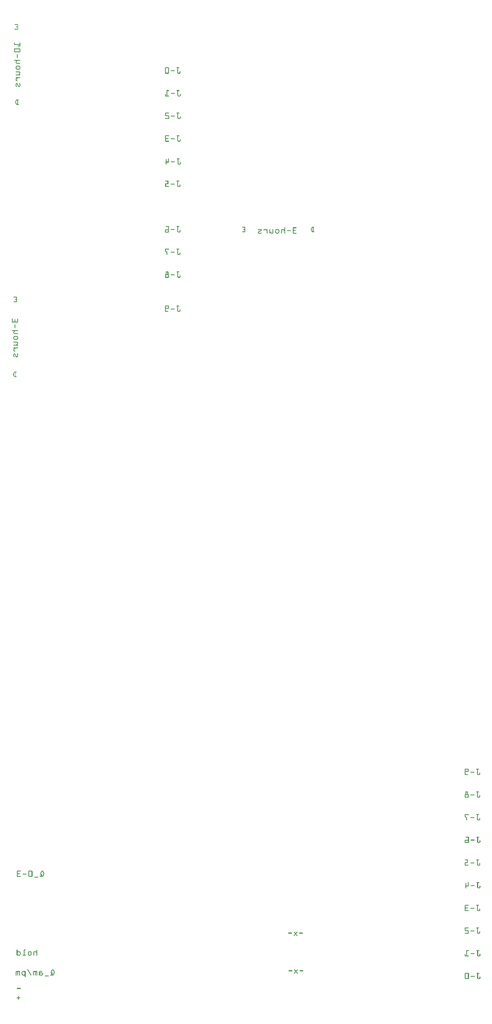
<source format=gbo>
G04 MADE WITH FRITZING*
G04 WWW.FRITZING.ORG*
G04 DOUBLE SIDED*
G04 HOLES PLATED*
G04 CONTOUR ON CENTER OF CONTOUR VECTOR*
%ASAXBY*%
%FSLAX23Y23*%
%MOIN*%
%OFA0B0*%
%SFA1.0B1.0*%
%ADD10R,0.001000X0.001000*%
%LNSILK0*%
G90*
G70*
G54D10*
X234Y8578D02*
X262Y8578D01*
X233Y8577D02*
X262Y8577D01*
X233Y8576D02*
X262Y8576D01*
X233Y8575D02*
X262Y8575D01*
X233Y8574D02*
X262Y8574D01*
X234Y8573D02*
X262Y8573D01*
X257Y8572D02*
X262Y8572D01*
X257Y8571D02*
X262Y8571D01*
X257Y8570D02*
X262Y8570D01*
X257Y8569D02*
X262Y8569D01*
X257Y8568D02*
X262Y8568D01*
X257Y8567D02*
X262Y8567D01*
X257Y8566D02*
X262Y8566D01*
X257Y8565D02*
X262Y8565D01*
X257Y8564D02*
X262Y8564D01*
X257Y8563D02*
X262Y8563D01*
X257Y8562D02*
X262Y8562D01*
X257Y8561D02*
X262Y8561D01*
X257Y8560D02*
X262Y8560D01*
X257Y8559D02*
X262Y8559D01*
X256Y8558D02*
X262Y8558D01*
X246Y8557D02*
X262Y8557D01*
X245Y8556D02*
X262Y8556D01*
X245Y8555D02*
X262Y8555D01*
X245Y8554D02*
X262Y8554D01*
X245Y8553D02*
X262Y8553D01*
X247Y8552D02*
X262Y8552D01*
X257Y8551D02*
X262Y8551D01*
X257Y8550D02*
X262Y8550D01*
X257Y8549D02*
X262Y8549D01*
X257Y8548D02*
X262Y8548D01*
X257Y8547D02*
X262Y8547D01*
X257Y8546D02*
X262Y8546D01*
X257Y8545D02*
X262Y8545D01*
X257Y8544D02*
X262Y8544D01*
X257Y8543D02*
X262Y8543D01*
X257Y8542D02*
X262Y8542D01*
X257Y8541D02*
X262Y8541D01*
X257Y8540D02*
X262Y8540D01*
X257Y8539D02*
X262Y8539D01*
X257Y8538D02*
X262Y8538D01*
X235Y8537D02*
X262Y8537D01*
X233Y8536D02*
X262Y8536D01*
X233Y8535D02*
X262Y8535D01*
X233Y8534D02*
X262Y8534D01*
X233Y8533D02*
X262Y8533D01*
X234Y8532D02*
X262Y8532D01*
X229Y8419D02*
X232Y8419D01*
X276Y8419D02*
X279Y8419D01*
X228Y8418D02*
X233Y8418D01*
X275Y8418D02*
X280Y8418D01*
X227Y8417D02*
X233Y8417D01*
X274Y8417D02*
X280Y8417D01*
X227Y8416D02*
X233Y8416D01*
X274Y8416D02*
X280Y8416D01*
X227Y8415D02*
X233Y8415D01*
X274Y8415D02*
X280Y8415D01*
X227Y8414D02*
X233Y8414D01*
X274Y8414D02*
X280Y8414D01*
X227Y8413D02*
X233Y8413D01*
X274Y8413D02*
X280Y8413D01*
X227Y8412D02*
X233Y8412D01*
X274Y8412D02*
X280Y8412D01*
X227Y8411D02*
X233Y8411D01*
X274Y8411D02*
X280Y8411D01*
X227Y8410D02*
X233Y8410D01*
X274Y8410D02*
X280Y8410D01*
X227Y8409D02*
X233Y8409D01*
X274Y8409D02*
X280Y8409D01*
X227Y8408D02*
X233Y8408D01*
X274Y8408D02*
X280Y8408D01*
X227Y8407D02*
X233Y8407D01*
X274Y8407D02*
X280Y8407D01*
X227Y8406D02*
X234Y8406D01*
X274Y8406D02*
X280Y8406D01*
X227Y8405D02*
X280Y8405D01*
X227Y8404D02*
X280Y8404D01*
X227Y8403D02*
X280Y8403D01*
X227Y8402D02*
X280Y8402D01*
X227Y8401D02*
X280Y8401D01*
X227Y8400D02*
X280Y8400D01*
X228Y8399D02*
X280Y8399D01*
X274Y8398D02*
X280Y8398D01*
X274Y8397D02*
X280Y8397D01*
X274Y8396D02*
X280Y8396D01*
X274Y8395D02*
X280Y8395D01*
X274Y8394D02*
X280Y8394D01*
X274Y8393D02*
X280Y8393D01*
X263Y8392D02*
X280Y8392D01*
X261Y8391D02*
X280Y8391D01*
X260Y8390D02*
X280Y8390D01*
X260Y8389D02*
X280Y8389D01*
X260Y8388D02*
X280Y8388D01*
X261Y8387D02*
X280Y8387D01*
X262Y8386D02*
X279Y8386D01*
X232Y8369D02*
X276Y8369D01*
X230Y8368D02*
X277Y8368D01*
X229Y8367D02*
X278Y8367D01*
X228Y8366D02*
X279Y8366D01*
X228Y8365D02*
X280Y8365D01*
X227Y8364D02*
X280Y8364D01*
X227Y8363D02*
X280Y8363D01*
X227Y8362D02*
X233Y8362D01*
X274Y8362D02*
X280Y8362D01*
X227Y8361D02*
X233Y8361D01*
X274Y8361D02*
X280Y8361D01*
X227Y8360D02*
X233Y8360D01*
X274Y8360D02*
X280Y8360D01*
X227Y8359D02*
X233Y8359D01*
X274Y8359D02*
X280Y8359D01*
X227Y8358D02*
X233Y8358D01*
X274Y8358D02*
X280Y8358D01*
X227Y8357D02*
X233Y8357D01*
X274Y8357D02*
X280Y8357D01*
X227Y8356D02*
X233Y8356D01*
X274Y8356D02*
X280Y8356D01*
X227Y8355D02*
X233Y8355D01*
X274Y8355D02*
X280Y8355D01*
X227Y8354D02*
X233Y8354D01*
X274Y8354D02*
X280Y8354D01*
X227Y8353D02*
X233Y8353D01*
X274Y8353D02*
X280Y8353D01*
X227Y8352D02*
X233Y8352D01*
X274Y8352D02*
X280Y8352D01*
X227Y8351D02*
X233Y8351D01*
X274Y8351D02*
X280Y8351D01*
X227Y8350D02*
X233Y8350D01*
X274Y8350D02*
X280Y8350D01*
X227Y8349D02*
X233Y8349D01*
X274Y8349D02*
X280Y8349D01*
X227Y8348D02*
X233Y8348D01*
X274Y8348D02*
X280Y8348D01*
X227Y8347D02*
X233Y8347D01*
X274Y8347D02*
X280Y8347D01*
X227Y8346D02*
X233Y8346D01*
X274Y8346D02*
X280Y8346D01*
X227Y8345D02*
X233Y8345D01*
X274Y8345D02*
X280Y8345D01*
X227Y8344D02*
X233Y8344D01*
X274Y8344D02*
X280Y8344D01*
X227Y8343D02*
X233Y8343D01*
X274Y8343D02*
X280Y8343D01*
X227Y8342D02*
X234Y8342D01*
X274Y8342D02*
X280Y8342D01*
X227Y8341D02*
X280Y8341D01*
X227Y8340D02*
X280Y8340D01*
X228Y8339D02*
X279Y8339D01*
X228Y8338D02*
X279Y8338D01*
X229Y8337D02*
X278Y8337D01*
X231Y8336D02*
X277Y8336D01*
X234Y8335D02*
X274Y8335D01*
X255Y8319D02*
X257Y8319D01*
X254Y8318D02*
X259Y8318D01*
X254Y8317D02*
X259Y8317D01*
X253Y8316D02*
X259Y8316D01*
X253Y8315D02*
X259Y8315D01*
X253Y8314D02*
X259Y8314D01*
X253Y8313D02*
X259Y8313D01*
X253Y8312D02*
X259Y8312D01*
X253Y8311D02*
X259Y8311D01*
X253Y8310D02*
X259Y8310D01*
X253Y8309D02*
X259Y8309D01*
X253Y8308D02*
X259Y8308D01*
X253Y8307D02*
X259Y8307D01*
X253Y8306D02*
X259Y8306D01*
X253Y8305D02*
X259Y8305D01*
X253Y8304D02*
X259Y8304D01*
X253Y8303D02*
X259Y8303D01*
X253Y8302D02*
X259Y8302D01*
X253Y8301D02*
X259Y8301D01*
X253Y8300D02*
X259Y8300D01*
X253Y8299D02*
X259Y8299D01*
X253Y8298D02*
X259Y8298D01*
X253Y8297D02*
X259Y8297D01*
X253Y8296D02*
X259Y8296D01*
X253Y8295D02*
X259Y8295D01*
X253Y8294D02*
X259Y8294D01*
X253Y8293D02*
X259Y8293D01*
X253Y8292D02*
X259Y8292D01*
X253Y8291D02*
X259Y8291D01*
X253Y8290D02*
X259Y8290D01*
X253Y8289D02*
X259Y8289D01*
X253Y8288D02*
X259Y8288D01*
X254Y8287D02*
X259Y8287D01*
X254Y8286D02*
X259Y8286D01*
X255Y8285D02*
X257Y8285D01*
X230Y8269D02*
X277Y8269D01*
X228Y8268D02*
X279Y8268D01*
X227Y8267D02*
X280Y8267D01*
X227Y8266D02*
X280Y8266D01*
X227Y8265D02*
X280Y8265D01*
X228Y8264D02*
X280Y8264D01*
X228Y8263D02*
X279Y8263D01*
X247Y8262D02*
X255Y8262D01*
X247Y8261D02*
X254Y8261D01*
X246Y8260D02*
X254Y8260D01*
X246Y8259D02*
X253Y8259D01*
X245Y8258D02*
X252Y8258D01*
X244Y8257D02*
X252Y8257D01*
X244Y8256D02*
X251Y8256D01*
X243Y8255D02*
X251Y8255D01*
X243Y8254D02*
X250Y8254D01*
X242Y8253D02*
X249Y8253D01*
X242Y8252D02*
X249Y8252D01*
X242Y8251D02*
X248Y8251D01*
X242Y8250D02*
X248Y8250D01*
X242Y8249D02*
X248Y8249D01*
X242Y8248D02*
X248Y8248D01*
X242Y8247D02*
X248Y8247D01*
X242Y8246D02*
X248Y8246D01*
X242Y8245D02*
X248Y8245D01*
X242Y8244D02*
X248Y8244D01*
X242Y8243D02*
X249Y8243D01*
X243Y8242D02*
X263Y8242D01*
X243Y8241D02*
X278Y8241D01*
X244Y8240D02*
X280Y8240D01*
X244Y8239D02*
X280Y8239D01*
X245Y8238D02*
X280Y8238D01*
X247Y8237D02*
X280Y8237D01*
X249Y8236D02*
X279Y8236D01*
X264Y8235D02*
X278Y8235D01*
X251Y8218D02*
X272Y8218D01*
X249Y8217D02*
X274Y8217D01*
X247Y8216D02*
X275Y8216D01*
X246Y8215D02*
X276Y8215D01*
X245Y8214D02*
X277Y8214D01*
X244Y8213D02*
X277Y8213D01*
X244Y8212D02*
X278Y8212D01*
X243Y8211D02*
X251Y8211D01*
X271Y8211D02*
X279Y8211D01*
X243Y8210D02*
X250Y8210D01*
X272Y8210D02*
X279Y8210D01*
X242Y8209D02*
X249Y8209D01*
X273Y8209D02*
X280Y8209D01*
X242Y8208D02*
X249Y8208D01*
X273Y8208D02*
X280Y8208D01*
X242Y8207D02*
X248Y8207D01*
X274Y8207D02*
X280Y8207D01*
X242Y8206D02*
X248Y8206D01*
X274Y8206D02*
X280Y8206D01*
X242Y8205D02*
X248Y8205D01*
X274Y8205D02*
X280Y8205D01*
X242Y8204D02*
X248Y8204D01*
X274Y8204D02*
X280Y8204D01*
X242Y8203D02*
X248Y8203D01*
X274Y8203D02*
X280Y8203D01*
X1543Y8203D02*
X1567Y8203D01*
X1640Y8203D02*
X1660Y8203D01*
X242Y8202D02*
X248Y8202D01*
X274Y8202D02*
X280Y8202D01*
X1541Y8202D02*
X1569Y8202D01*
X1639Y8202D02*
X1662Y8202D01*
X242Y8201D02*
X248Y8201D01*
X274Y8201D02*
X280Y8201D01*
X1540Y8201D02*
X1570Y8201D01*
X1639Y8201D02*
X1662Y8201D01*
X242Y8200D02*
X248Y8200D01*
X274Y8200D02*
X280Y8200D01*
X1539Y8200D02*
X1571Y8200D01*
X1639Y8200D02*
X1662Y8200D01*
X242Y8199D02*
X248Y8199D01*
X274Y8199D02*
X280Y8199D01*
X1539Y8199D02*
X1571Y8199D01*
X1639Y8199D02*
X1662Y8199D01*
X242Y8198D02*
X248Y8198D01*
X274Y8198D02*
X280Y8198D01*
X1538Y8198D02*
X1571Y8198D01*
X1639Y8198D02*
X1662Y8198D01*
X242Y8197D02*
X248Y8197D01*
X274Y8197D02*
X280Y8197D01*
X1538Y8197D02*
X1572Y8197D01*
X1640Y8197D02*
X1661Y8197D01*
X242Y8196D02*
X248Y8196D01*
X274Y8196D02*
X280Y8196D01*
X1538Y8196D02*
X1544Y8196D01*
X1566Y8196D02*
X1572Y8196D01*
X1645Y8196D02*
X1651Y8196D01*
X242Y8195D02*
X249Y8195D01*
X273Y8195D02*
X280Y8195D01*
X1538Y8195D02*
X1544Y8195D01*
X1566Y8195D02*
X1572Y8195D01*
X1645Y8195D02*
X1651Y8195D01*
X242Y8194D02*
X249Y8194D01*
X273Y8194D02*
X280Y8194D01*
X1538Y8194D02*
X1544Y8194D01*
X1566Y8194D02*
X1572Y8194D01*
X1645Y8194D02*
X1651Y8194D01*
X243Y8193D02*
X250Y8193D01*
X272Y8193D02*
X279Y8193D01*
X1538Y8193D02*
X1544Y8193D01*
X1566Y8193D02*
X1572Y8193D01*
X1645Y8193D02*
X1651Y8193D01*
X243Y8192D02*
X251Y8192D01*
X271Y8192D02*
X279Y8192D01*
X1538Y8192D02*
X1544Y8192D01*
X1566Y8192D02*
X1572Y8192D01*
X1645Y8192D02*
X1651Y8192D01*
X244Y8191D02*
X278Y8191D01*
X1538Y8191D02*
X1544Y8191D01*
X1566Y8191D02*
X1572Y8191D01*
X1645Y8191D02*
X1651Y8191D01*
X245Y8190D02*
X277Y8190D01*
X1538Y8190D02*
X1544Y8190D01*
X1566Y8190D02*
X1572Y8190D01*
X1645Y8190D02*
X1651Y8190D01*
X245Y8189D02*
X276Y8189D01*
X1538Y8189D02*
X1544Y8189D01*
X1566Y8189D02*
X1572Y8189D01*
X1645Y8189D02*
X1651Y8189D01*
X246Y8188D02*
X276Y8188D01*
X1538Y8188D02*
X1544Y8188D01*
X1566Y8188D02*
X1572Y8188D01*
X1645Y8188D02*
X1651Y8188D01*
X247Y8187D02*
X274Y8187D01*
X1538Y8187D02*
X1544Y8187D01*
X1566Y8187D02*
X1572Y8187D01*
X1645Y8187D02*
X1651Y8187D01*
X249Y8186D02*
X273Y8186D01*
X1538Y8186D02*
X1544Y8186D01*
X1566Y8186D02*
X1572Y8186D01*
X1645Y8186D02*
X1651Y8186D01*
X251Y8185D02*
X271Y8185D01*
X1538Y8185D02*
X1544Y8185D01*
X1566Y8185D02*
X1572Y8185D01*
X1645Y8185D02*
X1651Y8185D01*
X1538Y8184D02*
X1544Y8184D01*
X1566Y8184D02*
X1572Y8184D01*
X1645Y8184D02*
X1651Y8184D01*
X1538Y8183D02*
X1544Y8183D01*
X1566Y8183D02*
X1572Y8183D01*
X1645Y8183D02*
X1651Y8183D01*
X1538Y8182D02*
X1544Y8182D01*
X1566Y8182D02*
X1572Y8182D01*
X1645Y8182D02*
X1651Y8182D01*
X1538Y8181D02*
X1544Y8181D01*
X1566Y8181D02*
X1572Y8181D01*
X1645Y8181D02*
X1651Y8181D01*
X1538Y8180D02*
X1544Y8180D01*
X1566Y8180D02*
X1572Y8180D01*
X1645Y8180D02*
X1651Y8180D01*
X1538Y8179D02*
X1544Y8179D01*
X1566Y8179D02*
X1572Y8179D01*
X1645Y8179D02*
X1651Y8179D01*
X1538Y8178D02*
X1544Y8178D01*
X1566Y8178D02*
X1572Y8178D01*
X1645Y8178D02*
X1651Y8178D01*
X1538Y8177D02*
X1544Y8177D01*
X1566Y8177D02*
X1572Y8177D01*
X1591Y8177D02*
X1619Y8177D01*
X1645Y8177D02*
X1651Y8177D01*
X1538Y8176D02*
X1544Y8176D01*
X1566Y8176D02*
X1572Y8176D01*
X1589Y8176D02*
X1621Y8176D01*
X1645Y8176D02*
X1651Y8176D01*
X1538Y8175D02*
X1544Y8175D01*
X1566Y8175D02*
X1572Y8175D01*
X1588Y8175D02*
X1622Y8175D01*
X1645Y8175D02*
X1651Y8175D01*
X1538Y8174D02*
X1544Y8174D01*
X1566Y8174D02*
X1572Y8174D01*
X1588Y8174D02*
X1622Y8174D01*
X1645Y8174D02*
X1651Y8174D01*
X1538Y8173D02*
X1544Y8173D01*
X1566Y8173D02*
X1572Y8173D01*
X1588Y8173D02*
X1622Y8173D01*
X1645Y8173D02*
X1651Y8173D01*
X1538Y8172D02*
X1544Y8172D01*
X1566Y8172D02*
X1572Y8172D01*
X1589Y8172D02*
X1621Y8172D01*
X1645Y8172D02*
X1651Y8172D01*
X1538Y8171D02*
X1544Y8171D01*
X1566Y8171D02*
X1572Y8171D01*
X1589Y8171D02*
X1621Y8171D01*
X1645Y8171D02*
X1651Y8171D01*
X1668Y8171D02*
X1669Y8171D01*
X1538Y8170D02*
X1544Y8170D01*
X1566Y8170D02*
X1572Y8170D01*
X1645Y8170D02*
X1651Y8170D01*
X1666Y8170D02*
X1671Y8170D01*
X1538Y8169D02*
X1544Y8169D01*
X1566Y8169D02*
X1572Y8169D01*
X1645Y8169D02*
X1651Y8169D01*
X1666Y8169D02*
X1672Y8169D01*
X244Y8168D02*
X272Y8168D01*
X1538Y8168D02*
X1544Y8168D01*
X1566Y8168D02*
X1572Y8168D01*
X1645Y8168D02*
X1651Y8168D01*
X1666Y8168D02*
X1672Y8168D01*
X243Y8167D02*
X275Y8167D01*
X1538Y8167D02*
X1544Y8167D01*
X1566Y8167D02*
X1572Y8167D01*
X1645Y8167D02*
X1651Y8167D01*
X1666Y8167D02*
X1672Y8167D01*
X242Y8166D02*
X276Y8166D01*
X1538Y8166D02*
X1544Y8166D01*
X1566Y8166D02*
X1572Y8166D01*
X1645Y8166D02*
X1651Y8166D01*
X1666Y8166D02*
X1672Y8166D01*
X242Y8165D02*
X277Y8165D01*
X1538Y8165D02*
X1544Y8165D01*
X1566Y8165D02*
X1572Y8165D01*
X1645Y8165D02*
X1651Y8165D01*
X1666Y8165D02*
X1672Y8165D01*
X242Y8164D02*
X278Y8164D01*
X1538Y8164D02*
X1544Y8164D01*
X1566Y8164D02*
X1572Y8164D01*
X1645Y8164D02*
X1651Y8164D01*
X1666Y8164D02*
X1672Y8164D01*
X242Y8163D02*
X279Y8163D01*
X1538Y8163D02*
X1544Y8163D01*
X1566Y8163D02*
X1572Y8163D01*
X1645Y8163D02*
X1651Y8163D01*
X1666Y8163D02*
X1672Y8163D01*
X243Y8162D02*
X279Y8162D01*
X1538Y8162D02*
X1544Y8162D01*
X1566Y8162D02*
X1572Y8162D01*
X1645Y8162D02*
X1651Y8162D01*
X1666Y8162D02*
X1672Y8162D01*
X272Y8161D02*
X280Y8161D01*
X1538Y8161D02*
X1544Y8161D01*
X1566Y8161D02*
X1572Y8161D01*
X1645Y8161D02*
X1651Y8161D01*
X1666Y8161D02*
X1672Y8161D01*
X273Y8160D02*
X280Y8160D01*
X1538Y8160D02*
X1544Y8160D01*
X1566Y8160D02*
X1572Y8160D01*
X1645Y8160D02*
X1651Y8160D01*
X1666Y8160D02*
X1672Y8160D01*
X274Y8159D02*
X280Y8159D01*
X1538Y8159D02*
X1544Y8159D01*
X1566Y8159D02*
X1572Y8159D01*
X1645Y8159D02*
X1651Y8159D01*
X1665Y8159D02*
X1672Y8159D01*
X274Y8158D02*
X280Y8158D01*
X1538Y8158D02*
X1544Y8158D01*
X1566Y8158D02*
X1572Y8158D01*
X1645Y8158D02*
X1652Y8158D01*
X1665Y8158D02*
X1672Y8158D01*
X274Y8157D02*
X280Y8157D01*
X1538Y8157D02*
X1544Y8157D01*
X1566Y8157D02*
X1572Y8157D01*
X1646Y8157D02*
X1653Y8157D01*
X1664Y8157D02*
X1672Y8157D01*
X274Y8156D02*
X280Y8156D01*
X1538Y8156D02*
X1572Y8156D01*
X1646Y8156D02*
X1671Y8156D01*
X274Y8155D02*
X280Y8155D01*
X1538Y8155D02*
X1572Y8155D01*
X1646Y8155D02*
X1671Y8155D01*
X274Y8154D02*
X280Y8154D01*
X1539Y8154D02*
X1571Y8154D01*
X1647Y8154D02*
X1671Y8154D01*
X274Y8153D02*
X280Y8153D01*
X1539Y8153D02*
X1571Y8153D01*
X1648Y8153D02*
X1670Y8153D01*
X274Y8152D02*
X280Y8152D01*
X1540Y8152D02*
X1570Y8152D01*
X1649Y8152D02*
X1669Y8152D01*
X273Y8151D02*
X280Y8151D01*
X1541Y8151D02*
X1569Y8151D01*
X1650Y8151D02*
X1668Y8151D01*
X272Y8150D02*
X279Y8150D01*
X1542Y8150D02*
X1568Y8150D01*
X1652Y8150D02*
X1666Y8150D01*
X272Y8149D02*
X279Y8149D01*
X271Y8148D02*
X278Y8148D01*
X270Y8147D02*
X278Y8147D01*
X270Y8146D02*
X277Y8146D01*
X269Y8145D02*
X277Y8145D01*
X268Y8144D02*
X276Y8144D01*
X268Y8143D02*
X275Y8143D01*
X267Y8142D02*
X275Y8142D01*
X244Y8141D02*
X279Y8141D01*
X242Y8140D02*
X280Y8140D01*
X242Y8139D02*
X280Y8139D01*
X242Y8138D02*
X280Y8138D01*
X242Y8137D02*
X280Y8137D01*
X243Y8136D02*
X279Y8136D01*
X244Y8135D02*
X278Y8135D01*
X244Y8118D02*
X278Y8118D01*
X242Y8117D02*
X280Y8117D01*
X242Y8116D02*
X280Y8116D01*
X242Y8115D02*
X280Y8115D01*
X242Y8114D02*
X280Y8114D01*
X242Y8113D02*
X279Y8113D01*
X244Y8112D02*
X278Y8112D01*
X249Y8111D02*
X257Y8111D01*
X248Y8110D02*
X256Y8110D01*
X247Y8109D02*
X256Y8109D01*
X246Y8108D02*
X255Y8108D01*
X246Y8107D02*
X254Y8107D01*
X245Y8106D02*
X253Y8106D01*
X244Y8105D02*
X252Y8105D01*
X243Y8104D02*
X251Y8104D01*
X242Y8103D02*
X250Y8103D01*
X242Y8102D02*
X250Y8102D01*
X242Y8101D02*
X249Y8101D01*
X242Y8100D02*
X248Y8100D01*
X242Y8099D02*
X248Y8099D01*
X242Y8098D02*
X248Y8098D01*
X242Y8097D02*
X248Y8097D01*
X242Y8096D02*
X248Y8096D01*
X242Y8095D02*
X248Y8095D01*
X242Y8094D02*
X248Y8094D01*
X242Y8093D02*
X248Y8093D01*
X242Y8092D02*
X249Y8092D01*
X242Y8091D02*
X250Y8091D01*
X242Y8090D02*
X255Y8090D01*
X243Y8089D02*
X256Y8089D01*
X243Y8088D02*
X256Y8088D01*
X244Y8087D02*
X256Y8087D01*
X245Y8086D02*
X256Y8086D01*
X247Y8085D02*
X255Y8085D01*
X250Y8084D02*
X254Y8084D01*
X274Y8068D02*
X275Y8068D01*
X248Y8067D02*
X252Y8067D01*
X272Y8067D02*
X276Y8067D01*
X246Y8066D02*
X254Y8066D01*
X272Y8066D02*
X277Y8066D01*
X245Y8065D02*
X256Y8065D01*
X271Y8065D02*
X278Y8065D01*
X244Y8064D02*
X257Y8064D01*
X272Y8064D02*
X279Y8064D01*
X243Y8063D02*
X257Y8063D01*
X272Y8063D02*
X279Y8063D01*
X243Y8062D02*
X258Y8062D01*
X273Y8062D02*
X279Y8062D01*
X242Y8061D02*
X258Y8061D01*
X273Y8061D02*
X280Y8061D01*
X242Y8060D02*
X249Y8060D01*
X252Y8060D02*
X259Y8060D01*
X274Y8060D02*
X280Y8060D01*
X242Y8059D02*
X248Y8059D01*
X253Y8059D02*
X259Y8059D01*
X274Y8059D02*
X280Y8059D01*
X242Y8058D02*
X248Y8058D01*
X253Y8058D02*
X260Y8058D01*
X274Y8058D02*
X280Y8058D01*
X242Y8057D02*
X248Y8057D01*
X253Y8057D02*
X260Y8057D01*
X274Y8057D02*
X280Y8057D01*
X242Y8056D02*
X248Y8056D01*
X254Y8056D02*
X261Y8056D01*
X274Y8056D02*
X280Y8056D01*
X242Y8055D02*
X248Y8055D01*
X254Y8055D02*
X261Y8055D01*
X274Y8055D02*
X280Y8055D01*
X242Y8054D02*
X248Y8054D01*
X255Y8054D02*
X261Y8054D01*
X274Y8054D02*
X280Y8054D01*
X242Y8053D02*
X248Y8053D01*
X255Y8053D02*
X262Y8053D01*
X274Y8053D02*
X280Y8053D01*
X242Y8052D02*
X248Y8052D01*
X256Y8052D02*
X262Y8052D01*
X274Y8052D02*
X280Y8052D01*
X242Y8051D02*
X248Y8051D01*
X256Y8051D02*
X263Y8051D01*
X274Y8051D02*
X280Y8051D01*
X242Y8050D02*
X248Y8050D01*
X257Y8050D02*
X263Y8050D01*
X274Y8050D02*
X280Y8050D01*
X242Y8049D02*
X248Y8049D01*
X257Y8049D02*
X264Y8049D01*
X274Y8049D02*
X280Y8049D01*
X242Y8048D02*
X248Y8048D01*
X257Y8048D02*
X264Y8048D01*
X274Y8048D02*
X280Y8048D01*
X242Y8047D02*
X248Y8047D01*
X258Y8047D02*
X264Y8047D01*
X274Y8047D02*
X280Y8047D01*
X242Y8046D02*
X248Y8046D01*
X258Y8046D02*
X265Y8046D01*
X274Y8046D02*
X280Y8046D01*
X242Y8045D02*
X248Y8045D01*
X259Y8045D02*
X265Y8045D01*
X274Y8045D02*
X280Y8045D01*
X242Y8044D02*
X248Y8044D01*
X259Y8044D02*
X266Y8044D01*
X274Y8044D02*
X280Y8044D01*
X242Y8043D02*
X248Y8043D01*
X260Y8043D02*
X266Y8043D01*
X274Y8043D02*
X280Y8043D01*
X242Y8042D02*
X248Y8042D01*
X260Y8042D02*
X267Y8042D01*
X273Y8042D02*
X280Y8042D01*
X242Y8041D02*
X249Y8041D01*
X260Y8041D02*
X269Y8041D01*
X271Y8041D02*
X280Y8041D01*
X243Y8040D02*
X250Y8040D01*
X261Y8040D02*
X279Y8040D01*
X243Y8039D02*
X250Y8039D01*
X261Y8039D02*
X279Y8039D01*
X243Y8038D02*
X251Y8038D01*
X262Y8038D02*
X278Y8038D01*
X244Y8037D02*
X251Y8037D01*
X263Y8037D02*
X277Y8037D01*
X245Y8036D02*
X250Y8036D01*
X264Y8036D02*
X276Y8036D01*
X246Y8035D02*
X249Y8035D01*
X266Y8035D02*
X275Y8035D01*
X268Y8034D02*
X272Y8034D01*
X1553Y8006D02*
X1571Y8006D01*
X1641Y8006D02*
X1662Y8006D01*
X1553Y8005D02*
X1572Y8005D01*
X1640Y8005D02*
X1663Y8005D01*
X1553Y8004D02*
X1572Y8004D01*
X1640Y8004D02*
X1663Y8004D01*
X1553Y8003D02*
X1573Y8003D01*
X1640Y8003D02*
X1663Y8003D01*
X1553Y8002D02*
X1572Y8002D01*
X1640Y8002D02*
X1663Y8002D01*
X1553Y8001D02*
X1572Y8001D01*
X1640Y8001D02*
X1663Y8001D01*
X1553Y8000D02*
X1571Y8000D01*
X1641Y8000D02*
X1661Y8000D01*
X1553Y7999D02*
X1559Y7999D01*
X1646Y7999D02*
X1652Y7999D01*
X1553Y7998D02*
X1559Y7998D01*
X1646Y7998D02*
X1652Y7998D01*
X1553Y7997D02*
X1559Y7997D01*
X1646Y7997D02*
X1652Y7997D01*
X1553Y7996D02*
X1559Y7996D01*
X1646Y7996D02*
X1652Y7996D01*
X1553Y7995D02*
X1559Y7995D01*
X1646Y7995D02*
X1652Y7995D01*
X1553Y7994D02*
X1559Y7994D01*
X1646Y7994D02*
X1652Y7994D01*
X1553Y7993D02*
X1559Y7993D01*
X1646Y7993D02*
X1652Y7993D01*
X1553Y7992D02*
X1559Y7992D01*
X1646Y7992D02*
X1652Y7992D01*
X1553Y7991D02*
X1559Y7991D01*
X1646Y7991D02*
X1652Y7991D01*
X1553Y7990D02*
X1559Y7990D01*
X1646Y7990D02*
X1652Y7990D01*
X1553Y7989D02*
X1559Y7989D01*
X1646Y7989D02*
X1652Y7989D01*
X1553Y7988D02*
X1559Y7988D01*
X1646Y7988D02*
X1652Y7988D01*
X1553Y7987D02*
X1559Y7987D01*
X1646Y7987D02*
X1652Y7987D01*
X1553Y7986D02*
X1559Y7986D01*
X1646Y7986D02*
X1652Y7986D01*
X1553Y7985D02*
X1559Y7985D01*
X1646Y7985D02*
X1652Y7985D01*
X1553Y7984D02*
X1559Y7984D01*
X1646Y7984D02*
X1652Y7984D01*
X1553Y7983D02*
X1559Y7983D01*
X1646Y7983D02*
X1652Y7983D01*
X1553Y7982D02*
X1559Y7982D01*
X1646Y7982D02*
X1652Y7982D01*
X1553Y7981D02*
X1559Y7981D01*
X1646Y7981D02*
X1652Y7981D01*
X1553Y7980D02*
X1559Y7980D01*
X1591Y7980D02*
X1621Y7980D01*
X1646Y7980D02*
X1652Y7980D01*
X1553Y7979D02*
X1559Y7979D01*
X1590Y7979D02*
X1622Y7979D01*
X1646Y7979D02*
X1652Y7979D01*
X1553Y7978D02*
X1559Y7978D01*
X1589Y7978D02*
X1623Y7978D01*
X1646Y7978D02*
X1652Y7978D01*
X1553Y7977D02*
X1559Y7977D01*
X1589Y7977D02*
X1623Y7977D01*
X1646Y7977D02*
X1652Y7977D01*
X1553Y7976D02*
X1559Y7976D01*
X1589Y7976D02*
X1623Y7976D01*
X1646Y7976D02*
X1652Y7976D01*
X1553Y7975D02*
X1559Y7975D01*
X1590Y7975D02*
X1622Y7975D01*
X1646Y7975D02*
X1652Y7975D01*
X1553Y7974D02*
X1559Y7974D01*
X1591Y7974D02*
X1621Y7974D01*
X1646Y7974D02*
X1652Y7974D01*
X1669Y7974D02*
X1671Y7974D01*
X1541Y7973D02*
X1543Y7973D01*
X1553Y7973D02*
X1559Y7973D01*
X1646Y7973D02*
X1652Y7973D01*
X1667Y7973D02*
X1672Y7973D01*
X1540Y7972D02*
X1544Y7972D01*
X1553Y7972D02*
X1559Y7972D01*
X1646Y7972D02*
X1652Y7972D01*
X1667Y7972D02*
X1673Y7972D01*
X1539Y7971D02*
X1545Y7971D01*
X1553Y7971D02*
X1559Y7971D01*
X1646Y7971D02*
X1652Y7971D01*
X1667Y7971D02*
X1673Y7971D01*
X1539Y7970D02*
X1545Y7970D01*
X1553Y7970D02*
X1559Y7970D01*
X1646Y7970D02*
X1652Y7970D01*
X1667Y7970D02*
X1673Y7970D01*
X1539Y7969D02*
X1545Y7969D01*
X1553Y7969D02*
X1559Y7969D01*
X1646Y7969D02*
X1652Y7969D01*
X1667Y7969D02*
X1673Y7969D01*
X1539Y7968D02*
X1545Y7968D01*
X1553Y7968D02*
X1559Y7968D01*
X1646Y7968D02*
X1652Y7968D01*
X1667Y7968D02*
X1673Y7968D01*
X1539Y7967D02*
X1545Y7967D01*
X1553Y7967D02*
X1559Y7967D01*
X1646Y7967D02*
X1652Y7967D01*
X1667Y7967D02*
X1673Y7967D01*
X1539Y7966D02*
X1545Y7966D01*
X1553Y7966D02*
X1559Y7966D01*
X1646Y7966D02*
X1652Y7966D01*
X1667Y7966D02*
X1673Y7966D01*
X1539Y7965D02*
X1545Y7965D01*
X1553Y7965D02*
X1559Y7965D01*
X1646Y7965D02*
X1652Y7965D01*
X1667Y7965D02*
X1673Y7965D01*
X1539Y7964D02*
X1545Y7964D01*
X1553Y7964D02*
X1559Y7964D01*
X1646Y7964D02*
X1652Y7964D01*
X1667Y7964D02*
X1673Y7964D01*
X1539Y7963D02*
X1545Y7963D01*
X1553Y7963D02*
X1559Y7963D01*
X1646Y7963D02*
X1652Y7963D01*
X1667Y7963D02*
X1673Y7963D01*
X1539Y7962D02*
X1545Y7962D01*
X1553Y7962D02*
X1559Y7962D01*
X1646Y7962D02*
X1652Y7962D01*
X1666Y7962D02*
X1673Y7962D01*
X1539Y7961D02*
X1545Y7961D01*
X1553Y7961D02*
X1559Y7961D01*
X1646Y7961D02*
X1653Y7961D01*
X1666Y7961D02*
X1673Y7961D01*
X1539Y7960D02*
X1545Y7960D01*
X1553Y7960D02*
X1559Y7960D01*
X1647Y7960D02*
X1654Y7960D01*
X1665Y7960D02*
X1673Y7960D01*
X1539Y7959D02*
X1571Y7959D01*
X1647Y7959D02*
X1672Y7959D01*
X1539Y7958D02*
X1572Y7958D01*
X1648Y7958D02*
X1672Y7958D01*
X1539Y7957D02*
X1572Y7957D01*
X1648Y7957D02*
X1671Y7957D01*
X1539Y7956D02*
X1573Y7956D01*
X1649Y7956D02*
X1671Y7956D01*
X1539Y7955D02*
X1572Y7955D01*
X1650Y7955D02*
X1670Y7955D01*
X1540Y7954D02*
X1572Y7954D01*
X1651Y7954D02*
X1669Y7954D01*
X1541Y7953D02*
X1571Y7953D01*
X1654Y7953D02*
X1666Y7953D01*
X249Y7925D02*
X265Y7925D01*
X248Y7924D02*
X266Y7924D01*
X246Y7923D02*
X266Y7923D01*
X246Y7922D02*
X266Y7922D01*
X245Y7921D02*
X266Y7921D01*
X244Y7920D02*
X264Y7920D01*
X244Y7919D02*
X250Y7919D01*
X255Y7919D02*
X260Y7919D01*
X243Y7918D02*
X249Y7918D01*
X255Y7918D02*
X260Y7918D01*
X243Y7917D02*
X249Y7917D01*
X255Y7917D02*
X260Y7917D01*
X242Y7916D02*
X248Y7916D01*
X255Y7916D02*
X260Y7916D01*
X242Y7915D02*
X248Y7915D01*
X255Y7915D02*
X260Y7915D01*
X241Y7914D02*
X247Y7914D01*
X255Y7914D02*
X260Y7914D01*
X241Y7913D02*
X247Y7913D01*
X255Y7913D02*
X260Y7913D01*
X240Y7912D02*
X246Y7912D01*
X255Y7912D02*
X260Y7912D01*
X240Y7911D02*
X246Y7911D01*
X255Y7911D02*
X260Y7911D01*
X239Y7910D02*
X245Y7910D01*
X255Y7910D02*
X260Y7910D01*
X239Y7909D02*
X245Y7909D01*
X255Y7909D02*
X260Y7909D01*
X238Y7908D02*
X244Y7908D01*
X255Y7908D02*
X260Y7908D01*
X238Y7907D02*
X244Y7907D01*
X255Y7907D02*
X260Y7907D01*
X238Y7906D02*
X243Y7906D01*
X255Y7906D02*
X260Y7906D01*
X237Y7905D02*
X243Y7905D01*
X255Y7905D02*
X260Y7905D01*
X237Y7904D02*
X243Y7904D01*
X255Y7904D02*
X260Y7904D01*
X237Y7903D02*
X242Y7903D01*
X255Y7903D02*
X260Y7903D01*
X237Y7902D02*
X242Y7902D01*
X255Y7902D02*
X260Y7902D01*
X237Y7901D02*
X242Y7901D01*
X255Y7901D02*
X260Y7901D01*
X237Y7900D02*
X243Y7900D01*
X255Y7900D02*
X260Y7900D01*
X238Y7899D02*
X243Y7899D01*
X255Y7899D02*
X260Y7899D01*
X238Y7898D02*
X244Y7898D01*
X255Y7898D02*
X260Y7898D01*
X238Y7897D02*
X244Y7897D01*
X255Y7897D02*
X260Y7897D01*
X239Y7896D02*
X245Y7896D01*
X255Y7896D02*
X260Y7896D01*
X239Y7895D02*
X245Y7895D01*
X255Y7895D02*
X260Y7895D01*
X240Y7894D02*
X246Y7894D01*
X255Y7894D02*
X260Y7894D01*
X240Y7893D02*
X246Y7893D01*
X255Y7893D02*
X260Y7893D01*
X241Y7892D02*
X247Y7892D01*
X255Y7892D02*
X260Y7892D01*
X241Y7891D02*
X247Y7891D01*
X255Y7891D02*
X260Y7891D01*
X242Y7890D02*
X248Y7890D01*
X255Y7890D02*
X260Y7890D01*
X242Y7889D02*
X248Y7889D01*
X255Y7889D02*
X260Y7889D01*
X243Y7888D02*
X249Y7888D01*
X255Y7888D02*
X260Y7888D01*
X243Y7887D02*
X249Y7887D01*
X255Y7887D02*
X260Y7887D01*
X244Y7886D02*
X250Y7886D01*
X255Y7886D02*
X260Y7886D01*
X244Y7885D02*
X251Y7885D01*
X255Y7885D02*
X261Y7885D01*
X245Y7884D02*
X265Y7884D01*
X245Y7883D02*
X266Y7883D01*
X246Y7882D02*
X266Y7882D01*
X247Y7881D02*
X266Y7881D01*
X248Y7880D02*
X266Y7880D01*
X251Y7879D02*
X265Y7879D01*
X1543Y7811D02*
X1571Y7811D01*
X1641Y7811D02*
X1662Y7811D01*
X1542Y7810D02*
X1572Y7810D01*
X1640Y7810D02*
X1663Y7810D01*
X1541Y7809D02*
X1572Y7809D01*
X1640Y7809D02*
X1663Y7809D01*
X1540Y7808D02*
X1573Y7808D01*
X1640Y7808D02*
X1663Y7808D01*
X1539Y7807D02*
X1572Y7807D01*
X1640Y7807D02*
X1663Y7807D01*
X1539Y7806D02*
X1572Y7806D01*
X1640Y7806D02*
X1662Y7806D01*
X1539Y7805D02*
X1570Y7805D01*
X1642Y7805D02*
X1661Y7805D01*
X1539Y7804D02*
X1545Y7804D01*
X1646Y7804D02*
X1652Y7804D01*
X1539Y7803D02*
X1545Y7803D01*
X1646Y7803D02*
X1652Y7803D01*
X1539Y7802D02*
X1545Y7802D01*
X1646Y7802D02*
X1652Y7802D01*
X1539Y7801D02*
X1545Y7801D01*
X1646Y7801D02*
X1652Y7801D01*
X1539Y7800D02*
X1545Y7800D01*
X1646Y7800D02*
X1652Y7800D01*
X1539Y7799D02*
X1545Y7799D01*
X1646Y7799D02*
X1652Y7799D01*
X1539Y7798D02*
X1545Y7798D01*
X1646Y7798D02*
X1652Y7798D01*
X1539Y7797D02*
X1545Y7797D01*
X1646Y7797D02*
X1652Y7797D01*
X1539Y7796D02*
X1545Y7796D01*
X1646Y7796D02*
X1652Y7796D01*
X1539Y7795D02*
X1545Y7795D01*
X1646Y7795D02*
X1652Y7795D01*
X1539Y7794D02*
X1545Y7794D01*
X1646Y7794D02*
X1652Y7794D01*
X1539Y7793D02*
X1545Y7793D01*
X1646Y7793D02*
X1652Y7793D01*
X1539Y7792D02*
X1545Y7792D01*
X1646Y7792D02*
X1652Y7792D01*
X1539Y7791D02*
X1545Y7791D01*
X1646Y7791D02*
X1652Y7791D01*
X1539Y7790D02*
X1545Y7790D01*
X1646Y7790D02*
X1652Y7790D01*
X1539Y7789D02*
X1545Y7789D01*
X1646Y7789D02*
X1652Y7789D01*
X1539Y7788D02*
X1566Y7788D01*
X1646Y7788D02*
X1652Y7788D01*
X1539Y7787D02*
X1569Y7787D01*
X1646Y7787D02*
X1652Y7787D01*
X1539Y7786D02*
X1570Y7786D01*
X1646Y7786D02*
X1652Y7786D01*
X1540Y7785D02*
X1571Y7785D01*
X1591Y7785D02*
X1621Y7785D01*
X1646Y7785D02*
X1652Y7785D01*
X1541Y7784D02*
X1572Y7784D01*
X1590Y7784D02*
X1622Y7784D01*
X1646Y7784D02*
X1652Y7784D01*
X1541Y7783D02*
X1572Y7783D01*
X1589Y7783D02*
X1623Y7783D01*
X1646Y7783D02*
X1652Y7783D01*
X1543Y7782D02*
X1573Y7782D01*
X1589Y7782D02*
X1623Y7782D01*
X1646Y7782D02*
X1652Y7782D01*
X1566Y7781D02*
X1573Y7781D01*
X1589Y7781D02*
X1623Y7781D01*
X1646Y7781D02*
X1652Y7781D01*
X1567Y7780D02*
X1573Y7780D01*
X1590Y7780D02*
X1622Y7780D01*
X1646Y7780D02*
X1652Y7780D01*
X1567Y7779D02*
X1573Y7779D01*
X1591Y7779D02*
X1621Y7779D01*
X1646Y7779D02*
X1652Y7779D01*
X1668Y7779D02*
X1671Y7779D01*
X1567Y7778D02*
X1573Y7778D01*
X1646Y7778D02*
X1652Y7778D01*
X1667Y7778D02*
X1672Y7778D01*
X1567Y7777D02*
X1573Y7777D01*
X1646Y7777D02*
X1652Y7777D01*
X1667Y7777D02*
X1673Y7777D01*
X1567Y7776D02*
X1573Y7776D01*
X1646Y7776D02*
X1652Y7776D01*
X1667Y7776D02*
X1673Y7776D01*
X1567Y7775D02*
X1573Y7775D01*
X1646Y7775D02*
X1652Y7775D01*
X1667Y7775D02*
X1673Y7775D01*
X1567Y7774D02*
X1573Y7774D01*
X1646Y7774D02*
X1652Y7774D01*
X1667Y7774D02*
X1673Y7774D01*
X1567Y7773D02*
X1573Y7773D01*
X1646Y7773D02*
X1652Y7773D01*
X1667Y7773D02*
X1673Y7773D01*
X1567Y7772D02*
X1573Y7772D01*
X1646Y7772D02*
X1652Y7772D01*
X1667Y7772D02*
X1673Y7772D01*
X1567Y7771D02*
X1573Y7771D01*
X1646Y7771D02*
X1652Y7771D01*
X1667Y7771D02*
X1673Y7771D01*
X1567Y7770D02*
X1573Y7770D01*
X1646Y7770D02*
X1652Y7770D01*
X1667Y7770D02*
X1673Y7770D01*
X1567Y7769D02*
X1573Y7769D01*
X1646Y7769D02*
X1652Y7769D01*
X1667Y7769D02*
X1673Y7769D01*
X1567Y7768D02*
X1573Y7768D01*
X1646Y7768D02*
X1652Y7768D01*
X1667Y7768D02*
X1673Y7768D01*
X1567Y7767D02*
X1573Y7767D01*
X1646Y7767D02*
X1652Y7767D01*
X1666Y7767D02*
X1673Y7767D01*
X1567Y7766D02*
X1573Y7766D01*
X1646Y7766D02*
X1653Y7766D01*
X1666Y7766D02*
X1673Y7766D01*
X1567Y7765D02*
X1573Y7765D01*
X1647Y7765D02*
X1654Y7765D01*
X1665Y7765D02*
X1673Y7765D01*
X1541Y7764D02*
X1573Y7764D01*
X1647Y7764D02*
X1672Y7764D01*
X1540Y7763D02*
X1573Y7763D01*
X1648Y7763D02*
X1672Y7763D01*
X1539Y7762D02*
X1573Y7762D01*
X1648Y7762D02*
X1671Y7762D01*
X1539Y7761D02*
X1573Y7761D01*
X1649Y7761D02*
X1671Y7761D01*
X1539Y7760D02*
X1573Y7760D01*
X1650Y7760D02*
X1670Y7760D01*
X1540Y7759D02*
X1573Y7759D01*
X1652Y7759D02*
X1668Y7759D01*
X1541Y7758D02*
X1573Y7758D01*
X1654Y7758D02*
X1666Y7758D01*
X1546Y7614D02*
X1569Y7614D01*
X1643Y7614D02*
X1660Y7614D01*
X1543Y7613D02*
X1571Y7613D01*
X1641Y7613D02*
X1662Y7613D01*
X1541Y7612D02*
X1572Y7612D01*
X1640Y7612D02*
X1663Y7612D01*
X1540Y7611D02*
X1573Y7611D01*
X1640Y7611D02*
X1663Y7611D01*
X1540Y7610D02*
X1573Y7610D01*
X1640Y7610D02*
X1663Y7610D01*
X1539Y7609D02*
X1572Y7609D01*
X1640Y7609D02*
X1663Y7609D01*
X1539Y7608D02*
X1571Y7608D01*
X1641Y7608D02*
X1662Y7608D01*
X1539Y7607D02*
X1569Y7607D01*
X1643Y7607D02*
X1660Y7607D01*
X1539Y7606D02*
X1545Y7606D01*
X1646Y7606D02*
X1652Y7606D01*
X1539Y7605D02*
X1545Y7605D01*
X1646Y7605D02*
X1652Y7605D01*
X1539Y7604D02*
X1545Y7604D01*
X1646Y7604D02*
X1652Y7604D01*
X1539Y7603D02*
X1545Y7603D01*
X1646Y7603D02*
X1652Y7603D01*
X1539Y7602D02*
X1545Y7602D01*
X1646Y7602D02*
X1652Y7602D01*
X1539Y7601D02*
X1545Y7601D01*
X1646Y7601D02*
X1652Y7601D01*
X1539Y7600D02*
X1545Y7600D01*
X1646Y7600D02*
X1652Y7600D01*
X1539Y7599D02*
X1545Y7599D01*
X1646Y7599D02*
X1652Y7599D01*
X1539Y7598D02*
X1545Y7598D01*
X1646Y7598D02*
X1652Y7598D01*
X1539Y7597D02*
X1545Y7597D01*
X1646Y7597D02*
X1652Y7597D01*
X1539Y7596D02*
X1545Y7596D01*
X1646Y7596D02*
X1652Y7596D01*
X1539Y7595D02*
X1545Y7595D01*
X1646Y7595D02*
X1652Y7595D01*
X1539Y7594D02*
X1545Y7594D01*
X1646Y7594D02*
X1652Y7594D01*
X1539Y7593D02*
X1545Y7593D01*
X1646Y7593D02*
X1652Y7593D01*
X1539Y7592D02*
X1546Y7592D01*
X1646Y7592D02*
X1652Y7592D01*
X1539Y7591D02*
X1547Y7591D01*
X1646Y7591D02*
X1652Y7591D01*
X1540Y7590D02*
X1564Y7590D01*
X1646Y7590D02*
X1652Y7590D01*
X1540Y7589D02*
X1565Y7589D01*
X1646Y7589D02*
X1652Y7589D01*
X1541Y7588D02*
X1566Y7588D01*
X1646Y7588D02*
X1652Y7588D01*
X1542Y7587D02*
X1566Y7587D01*
X1590Y7587D02*
X1622Y7587D01*
X1646Y7587D02*
X1652Y7587D01*
X1541Y7586D02*
X1566Y7586D01*
X1590Y7586D02*
X1622Y7586D01*
X1646Y7586D02*
X1652Y7586D01*
X1540Y7585D02*
X1565Y7585D01*
X1589Y7585D02*
X1623Y7585D01*
X1646Y7585D02*
X1652Y7585D01*
X1540Y7584D02*
X1564Y7584D01*
X1589Y7584D02*
X1623Y7584D01*
X1646Y7584D02*
X1652Y7584D01*
X1540Y7583D02*
X1547Y7583D01*
X1589Y7583D02*
X1623Y7583D01*
X1646Y7583D02*
X1652Y7583D01*
X1539Y7582D02*
X1546Y7582D01*
X1590Y7582D02*
X1622Y7582D01*
X1646Y7582D02*
X1652Y7582D01*
X1539Y7581D02*
X1545Y7581D01*
X1591Y7581D02*
X1621Y7581D01*
X1646Y7581D02*
X1652Y7581D01*
X1668Y7581D02*
X1672Y7581D01*
X1539Y7580D02*
X1545Y7580D01*
X1646Y7580D02*
X1652Y7580D01*
X1667Y7580D02*
X1672Y7580D01*
X1539Y7579D02*
X1545Y7579D01*
X1646Y7579D02*
X1652Y7579D01*
X1667Y7579D02*
X1673Y7579D01*
X1539Y7578D02*
X1545Y7578D01*
X1646Y7578D02*
X1652Y7578D01*
X1667Y7578D02*
X1673Y7578D01*
X1539Y7577D02*
X1545Y7577D01*
X1646Y7577D02*
X1652Y7577D01*
X1667Y7577D02*
X1673Y7577D01*
X1539Y7576D02*
X1545Y7576D01*
X1646Y7576D02*
X1652Y7576D01*
X1667Y7576D02*
X1673Y7576D01*
X1539Y7575D02*
X1545Y7575D01*
X1646Y7575D02*
X1652Y7575D01*
X1667Y7575D02*
X1673Y7575D01*
X1539Y7574D02*
X1545Y7574D01*
X1646Y7574D02*
X1652Y7574D01*
X1667Y7574D02*
X1673Y7574D01*
X1539Y7573D02*
X1545Y7573D01*
X1646Y7573D02*
X1652Y7573D01*
X1667Y7573D02*
X1673Y7573D01*
X1539Y7572D02*
X1545Y7572D01*
X1646Y7572D02*
X1652Y7572D01*
X1667Y7572D02*
X1673Y7572D01*
X1539Y7571D02*
X1545Y7571D01*
X1646Y7571D02*
X1652Y7571D01*
X1667Y7571D02*
X1673Y7571D01*
X1539Y7570D02*
X1545Y7570D01*
X1646Y7570D02*
X1652Y7570D01*
X1667Y7570D02*
X1673Y7570D01*
X1539Y7569D02*
X1545Y7569D01*
X1646Y7569D02*
X1653Y7569D01*
X1666Y7569D02*
X1673Y7569D01*
X1539Y7568D02*
X1545Y7568D01*
X1647Y7568D02*
X1653Y7568D01*
X1666Y7568D02*
X1673Y7568D01*
X1539Y7567D02*
X1545Y7567D01*
X1647Y7567D02*
X1655Y7567D01*
X1664Y7567D02*
X1673Y7567D01*
X1539Y7566D02*
X1571Y7566D01*
X1647Y7566D02*
X1672Y7566D01*
X1539Y7565D02*
X1572Y7565D01*
X1648Y7565D02*
X1672Y7565D01*
X1540Y7564D02*
X1572Y7564D01*
X1648Y7564D02*
X1671Y7564D01*
X1540Y7563D02*
X1573Y7563D01*
X1649Y7563D02*
X1670Y7563D01*
X1541Y7562D02*
X1572Y7562D01*
X1650Y7562D02*
X1669Y7562D01*
X1542Y7561D02*
X1572Y7561D01*
X1652Y7561D02*
X1668Y7561D01*
X1545Y7560D02*
X1570Y7560D01*
X1655Y7560D02*
X1664Y7560D01*
X1568Y7415D02*
X1571Y7415D01*
X1642Y7415D02*
X1663Y7415D01*
X1567Y7414D02*
X1572Y7414D01*
X1641Y7414D02*
X1664Y7414D01*
X1567Y7413D02*
X1572Y7413D01*
X1641Y7413D02*
X1664Y7413D01*
X1566Y7412D02*
X1572Y7412D01*
X1641Y7412D02*
X1664Y7412D01*
X1566Y7411D02*
X1572Y7411D01*
X1641Y7411D02*
X1664Y7411D01*
X1566Y7410D02*
X1572Y7410D01*
X1641Y7410D02*
X1664Y7410D01*
X1547Y7409D02*
X1550Y7409D01*
X1566Y7409D02*
X1572Y7409D01*
X1643Y7409D02*
X1662Y7409D01*
X1546Y7408D02*
X1551Y7408D01*
X1566Y7408D02*
X1572Y7408D01*
X1647Y7408D02*
X1653Y7408D01*
X1546Y7407D02*
X1552Y7407D01*
X1566Y7407D02*
X1572Y7407D01*
X1647Y7407D02*
X1653Y7407D01*
X1546Y7406D02*
X1552Y7406D01*
X1566Y7406D02*
X1572Y7406D01*
X1647Y7406D02*
X1653Y7406D01*
X1546Y7405D02*
X1552Y7405D01*
X1566Y7405D02*
X1572Y7405D01*
X1647Y7405D02*
X1653Y7405D01*
X1546Y7404D02*
X1552Y7404D01*
X1566Y7404D02*
X1572Y7404D01*
X1647Y7404D02*
X1653Y7404D01*
X1546Y7403D02*
X1552Y7403D01*
X1566Y7403D02*
X1572Y7403D01*
X1647Y7403D02*
X1653Y7403D01*
X1546Y7402D02*
X1552Y7402D01*
X1566Y7402D02*
X1572Y7402D01*
X1647Y7402D02*
X1653Y7402D01*
X1546Y7401D02*
X1552Y7401D01*
X1566Y7401D02*
X1572Y7401D01*
X1647Y7401D02*
X1653Y7401D01*
X1546Y7400D02*
X1552Y7400D01*
X1566Y7400D02*
X1572Y7400D01*
X1647Y7400D02*
X1653Y7400D01*
X1546Y7399D02*
X1552Y7399D01*
X1566Y7399D02*
X1572Y7399D01*
X1647Y7399D02*
X1653Y7399D01*
X1546Y7398D02*
X1552Y7398D01*
X1566Y7398D02*
X1572Y7398D01*
X1647Y7398D02*
X1653Y7398D01*
X1546Y7397D02*
X1552Y7397D01*
X1566Y7397D02*
X1572Y7397D01*
X1647Y7397D02*
X1653Y7397D01*
X1546Y7396D02*
X1552Y7396D01*
X1566Y7396D02*
X1572Y7396D01*
X1647Y7396D02*
X1653Y7396D01*
X1546Y7395D02*
X1552Y7395D01*
X1566Y7395D02*
X1572Y7395D01*
X1647Y7395D02*
X1653Y7395D01*
X1546Y7394D02*
X1552Y7394D01*
X1566Y7394D02*
X1572Y7394D01*
X1647Y7394D02*
X1653Y7394D01*
X1546Y7393D02*
X1552Y7393D01*
X1566Y7393D02*
X1572Y7393D01*
X1647Y7393D02*
X1653Y7393D01*
X1546Y7392D02*
X1552Y7392D01*
X1566Y7392D02*
X1572Y7392D01*
X1647Y7392D02*
X1653Y7392D01*
X1546Y7391D02*
X1552Y7391D01*
X1566Y7391D02*
X1572Y7391D01*
X1647Y7391D02*
X1653Y7391D01*
X1546Y7390D02*
X1552Y7390D01*
X1566Y7390D02*
X1572Y7390D01*
X1647Y7390D02*
X1653Y7390D01*
X1546Y7389D02*
X1552Y7389D01*
X1566Y7389D02*
X1572Y7389D01*
X1592Y7389D02*
X1622Y7389D01*
X1647Y7389D02*
X1653Y7389D01*
X1546Y7388D02*
X1552Y7388D01*
X1566Y7388D02*
X1572Y7388D01*
X1591Y7388D02*
X1623Y7388D01*
X1647Y7388D02*
X1653Y7388D01*
X1546Y7387D02*
X1552Y7387D01*
X1566Y7387D02*
X1572Y7387D01*
X1591Y7387D02*
X1624Y7387D01*
X1647Y7387D02*
X1653Y7387D01*
X1544Y7386D02*
X1572Y7386D01*
X1590Y7386D02*
X1624Y7386D01*
X1647Y7386D02*
X1653Y7386D01*
X1542Y7385D02*
X1572Y7385D01*
X1590Y7385D02*
X1624Y7385D01*
X1647Y7385D02*
X1653Y7385D01*
X1542Y7384D02*
X1572Y7384D01*
X1591Y7384D02*
X1623Y7384D01*
X1647Y7384D02*
X1653Y7384D01*
X1542Y7383D02*
X1572Y7383D01*
X1592Y7383D02*
X1622Y7383D01*
X1647Y7383D02*
X1653Y7383D01*
X1670Y7383D02*
X1672Y7383D01*
X1542Y7382D02*
X1572Y7382D01*
X1647Y7382D02*
X1653Y7382D01*
X1668Y7382D02*
X1673Y7382D01*
X1542Y7381D02*
X1572Y7381D01*
X1647Y7381D02*
X1653Y7381D01*
X1668Y7381D02*
X1674Y7381D01*
X1543Y7380D02*
X1572Y7380D01*
X1647Y7380D02*
X1653Y7380D01*
X1668Y7380D02*
X1674Y7380D01*
X1546Y7379D02*
X1552Y7379D01*
X1647Y7379D02*
X1653Y7379D01*
X1668Y7379D02*
X1674Y7379D01*
X1546Y7378D02*
X1552Y7378D01*
X1647Y7378D02*
X1653Y7378D01*
X1668Y7378D02*
X1674Y7378D01*
X1546Y7377D02*
X1552Y7377D01*
X1647Y7377D02*
X1653Y7377D01*
X1668Y7377D02*
X1674Y7377D01*
X1546Y7376D02*
X1552Y7376D01*
X1647Y7376D02*
X1653Y7376D01*
X1668Y7376D02*
X1674Y7376D01*
X1546Y7375D02*
X1552Y7375D01*
X1647Y7375D02*
X1653Y7375D01*
X1668Y7375D02*
X1674Y7375D01*
X1546Y7374D02*
X1552Y7374D01*
X1647Y7374D02*
X1653Y7374D01*
X1668Y7374D02*
X1674Y7374D01*
X1546Y7373D02*
X1552Y7373D01*
X1647Y7373D02*
X1653Y7373D01*
X1668Y7373D02*
X1674Y7373D01*
X1546Y7372D02*
X1552Y7372D01*
X1647Y7372D02*
X1653Y7372D01*
X1668Y7372D02*
X1674Y7372D01*
X1546Y7371D02*
X1552Y7371D01*
X1647Y7371D02*
X1654Y7371D01*
X1668Y7371D02*
X1674Y7371D01*
X1546Y7370D02*
X1552Y7370D01*
X1648Y7370D02*
X1654Y7370D01*
X1667Y7370D02*
X1674Y7370D01*
X1546Y7369D02*
X1552Y7369D01*
X1648Y7369D02*
X1655Y7369D01*
X1666Y7369D02*
X1674Y7369D01*
X1546Y7368D02*
X1552Y7368D01*
X1648Y7368D02*
X1673Y7368D01*
X1546Y7367D02*
X1552Y7367D01*
X1649Y7367D02*
X1673Y7367D01*
X1546Y7366D02*
X1552Y7366D01*
X1649Y7366D02*
X1673Y7366D01*
X1546Y7365D02*
X1552Y7365D01*
X1650Y7365D02*
X1672Y7365D01*
X1546Y7364D02*
X1552Y7364D01*
X1651Y7364D02*
X1671Y7364D01*
X1546Y7363D02*
X1551Y7363D01*
X1653Y7363D02*
X1670Y7363D01*
X1548Y7362D02*
X1550Y7362D01*
X1655Y7362D02*
X1667Y7362D01*
X1541Y7220D02*
X1566Y7220D01*
X1640Y7220D02*
X1661Y7220D01*
X1540Y7219D02*
X1566Y7219D01*
X1639Y7219D02*
X1662Y7219D01*
X1540Y7218D02*
X1566Y7218D01*
X1639Y7218D02*
X1662Y7218D01*
X1540Y7217D02*
X1566Y7217D01*
X1639Y7217D02*
X1662Y7217D01*
X1540Y7216D02*
X1566Y7216D01*
X1639Y7216D02*
X1662Y7216D01*
X1541Y7215D02*
X1566Y7215D01*
X1640Y7215D02*
X1662Y7215D01*
X1542Y7214D02*
X1566Y7214D01*
X1641Y7214D02*
X1660Y7214D01*
X1560Y7213D02*
X1566Y7213D01*
X1645Y7213D02*
X1651Y7213D01*
X1560Y7212D02*
X1566Y7212D01*
X1645Y7212D02*
X1651Y7212D01*
X1560Y7211D02*
X1566Y7211D01*
X1645Y7211D02*
X1651Y7211D01*
X1560Y7210D02*
X1566Y7210D01*
X1645Y7210D02*
X1651Y7210D01*
X1560Y7209D02*
X1566Y7209D01*
X1645Y7209D02*
X1651Y7209D01*
X1560Y7208D02*
X1566Y7208D01*
X1645Y7208D02*
X1651Y7208D01*
X1560Y7207D02*
X1566Y7207D01*
X1645Y7207D02*
X1651Y7207D01*
X1560Y7206D02*
X1566Y7206D01*
X1645Y7206D02*
X1651Y7206D01*
X1560Y7205D02*
X1566Y7205D01*
X1645Y7205D02*
X1651Y7205D01*
X1560Y7204D02*
X1566Y7204D01*
X1645Y7204D02*
X1651Y7204D01*
X1560Y7203D02*
X1566Y7203D01*
X1645Y7203D02*
X1651Y7203D01*
X1560Y7202D02*
X1566Y7202D01*
X1645Y7202D02*
X1651Y7202D01*
X1560Y7201D02*
X1566Y7201D01*
X1645Y7201D02*
X1651Y7201D01*
X1560Y7200D02*
X1566Y7200D01*
X1645Y7200D02*
X1651Y7200D01*
X1560Y7199D02*
X1566Y7199D01*
X1645Y7199D02*
X1651Y7199D01*
X1560Y7198D02*
X1566Y7198D01*
X1645Y7198D02*
X1651Y7198D01*
X1545Y7197D02*
X1566Y7197D01*
X1645Y7197D02*
X1651Y7197D01*
X1543Y7196D02*
X1566Y7196D01*
X1645Y7196D02*
X1651Y7196D01*
X1542Y7195D02*
X1566Y7195D01*
X1645Y7195D02*
X1651Y7195D01*
X1541Y7194D02*
X1566Y7194D01*
X1590Y7194D02*
X1620Y7194D01*
X1645Y7194D02*
X1651Y7194D01*
X1540Y7193D02*
X1566Y7193D01*
X1589Y7193D02*
X1621Y7193D01*
X1645Y7193D02*
X1651Y7193D01*
X1540Y7192D02*
X1566Y7192D01*
X1589Y7192D02*
X1622Y7192D01*
X1645Y7192D02*
X1651Y7192D01*
X1540Y7191D02*
X1566Y7191D01*
X1588Y7191D02*
X1622Y7191D01*
X1645Y7191D02*
X1651Y7191D01*
X1540Y7190D02*
X1546Y7190D01*
X1589Y7190D02*
X1622Y7190D01*
X1645Y7190D02*
X1651Y7190D01*
X1540Y7189D02*
X1546Y7189D01*
X1589Y7189D02*
X1621Y7189D01*
X1645Y7189D02*
X1651Y7189D01*
X1540Y7188D02*
X1546Y7188D01*
X1590Y7188D02*
X1620Y7188D01*
X1645Y7188D02*
X1651Y7188D01*
X1667Y7188D02*
X1670Y7188D01*
X1540Y7187D02*
X1546Y7187D01*
X1645Y7187D02*
X1651Y7187D01*
X1666Y7187D02*
X1671Y7187D01*
X1540Y7186D02*
X1546Y7186D01*
X1645Y7186D02*
X1651Y7186D01*
X1666Y7186D02*
X1672Y7186D01*
X1540Y7185D02*
X1546Y7185D01*
X1645Y7185D02*
X1651Y7185D01*
X1666Y7185D02*
X1672Y7185D01*
X1540Y7184D02*
X1546Y7184D01*
X1645Y7184D02*
X1651Y7184D01*
X1666Y7184D02*
X1672Y7184D01*
X1540Y7183D02*
X1546Y7183D01*
X1645Y7183D02*
X1651Y7183D01*
X1666Y7183D02*
X1672Y7183D01*
X1540Y7182D02*
X1546Y7182D01*
X1645Y7182D02*
X1651Y7182D01*
X1666Y7182D02*
X1672Y7182D01*
X1540Y7181D02*
X1546Y7181D01*
X1645Y7181D02*
X1651Y7181D01*
X1666Y7181D02*
X1672Y7181D01*
X1540Y7180D02*
X1546Y7180D01*
X1645Y7180D02*
X1651Y7180D01*
X1666Y7180D02*
X1672Y7180D01*
X1540Y7179D02*
X1546Y7179D01*
X1645Y7179D02*
X1651Y7179D01*
X1666Y7179D02*
X1672Y7179D01*
X1540Y7178D02*
X1546Y7178D01*
X1645Y7178D02*
X1651Y7178D01*
X1666Y7178D02*
X1672Y7178D01*
X1540Y7177D02*
X1546Y7177D01*
X1645Y7177D02*
X1651Y7177D01*
X1666Y7177D02*
X1672Y7177D01*
X1540Y7176D02*
X1546Y7176D01*
X1646Y7176D02*
X1652Y7176D01*
X1666Y7176D02*
X1672Y7176D01*
X1540Y7175D02*
X1546Y7175D01*
X1566Y7175D02*
X1569Y7175D01*
X1646Y7175D02*
X1652Y7175D01*
X1665Y7175D02*
X1672Y7175D01*
X1540Y7174D02*
X1546Y7174D01*
X1564Y7174D02*
X1570Y7174D01*
X1646Y7174D02*
X1653Y7174D01*
X1664Y7174D02*
X1672Y7174D01*
X1540Y7173D02*
X1570Y7173D01*
X1646Y7173D02*
X1671Y7173D01*
X1540Y7172D02*
X1570Y7172D01*
X1647Y7172D02*
X1671Y7172D01*
X1540Y7171D02*
X1570Y7171D01*
X1647Y7171D02*
X1671Y7171D01*
X1541Y7170D02*
X1570Y7170D01*
X1648Y7170D02*
X1670Y7170D01*
X1541Y7169D02*
X1568Y7169D01*
X1649Y7169D02*
X1669Y7169D01*
X1543Y7168D02*
X1566Y7168D01*
X1651Y7168D02*
X1667Y7168D01*
X1544Y7167D02*
X1564Y7167D01*
X1653Y7167D02*
X1665Y7167D01*
X1548Y6827D02*
X1569Y6827D01*
X1642Y6827D02*
X1659Y6827D01*
X1546Y6826D02*
X1571Y6826D01*
X1640Y6826D02*
X1661Y6826D01*
X1546Y6825D02*
X1571Y6825D01*
X1639Y6825D02*
X1662Y6825D01*
X1545Y6824D02*
X1572Y6824D01*
X1639Y6824D02*
X1662Y6824D01*
X1545Y6823D02*
X1572Y6823D01*
X1639Y6823D02*
X1662Y6823D01*
X1546Y6822D02*
X1572Y6822D01*
X1639Y6822D02*
X1662Y6822D01*
X1546Y6821D02*
X1572Y6821D01*
X1640Y6821D02*
X1661Y6821D01*
X2208Y6821D02*
X2235Y6821D01*
X2817Y6821D02*
X2833Y6821D01*
X1565Y6820D02*
X1572Y6820D01*
X1645Y6820D02*
X1652Y6820D01*
X2207Y6820D02*
X2235Y6820D01*
X2816Y6820D02*
X2834Y6820D01*
X1566Y6819D02*
X1572Y6819D01*
X1645Y6819D02*
X1651Y6819D01*
X2206Y6819D02*
X2235Y6819D01*
X2814Y6819D02*
X2834Y6819D01*
X1566Y6818D02*
X1572Y6818D01*
X1645Y6818D02*
X1651Y6818D01*
X2206Y6818D02*
X2235Y6818D01*
X2814Y6818D02*
X2834Y6818D01*
X1566Y6817D02*
X1572Y6817D01*
X1645Y6817D02*
X1651Y6817D01*
X2207Y6817D02*
X2235Y6817D01*
X2813Y6817D02*
X2834Y6817D01*
X1566Y6816D02*
X1572Y6816D01*
X1645Y6816D02*
X1651Y6816D01*
X2208Y6816D02*
X2235Y6816D01*
X2575Y6816D02*
X2578Y6816D01*
X2651Y6816D02*
X2679Y6816D01*
X2812Y6816D02*
X2832Y6816D01*
X1566Y6815D02*
X1572Y6815D01*
X1645Y6815D02*
X1651Y6815D01*
X2230Y6815D02*
X2235Y6815D01*
X2574Y6815D02*
X2579Y6815D01*
X2649Y6815D02*
X2680Y6815D01*
X2812Y6815D02*
X2818Y6815D01*
X2823Y6815D02*
X2828Y6815D01*
X1566Y6814D02*
X1572Y6814D01*
X1645Y6814D02*
X1651Y6814D01*
X2230Y6814D02*
X2235Y6814D01*
X2574Y6814D02*
X2580Y6814D01*
X2648Y6814D02*
X2680Y6814D01*
X2811Y6814D02*
X2817Y6814D01*
X2823Y6814D02*
X2828Y6814D01*
X1566Y6813D02*
X1572Y6813D01*
X1645Y6813D02*
X1651Y6813D01*
X2230Y6813D02*
X2235Y6813D01*
X2574Y6813D02*
X2580Y6813D01*
X2648Y6813D02*
X2680Y6813D01*
X2811Y6813D02*
X2817Y6813D01*
X2823Y6813D02*
X2828Y6813D01*
X1566Y6812D02*
X1572Y6812D01*
X1645Y6812D02*
X1651Y6812D01*
X2230Y6812D02*
X2235Y6812D01*
X2574Y6812D02*
X2580Y6812D01*
X2647Y6812D02*
X2680Y6812D01*
X2810Y6812D02*
X2816Y6812D01*
X2823Y6812D02*
X2828Y6812D01*
X1566Y6811D02*
X1572Y6811D01*
X1645Y6811D02*
X1651Y6811D01*
X2230Y6811D02*
X2235Y6811D01*
X2574Y6811D02*
X2580Y6811D01*
X2647Y6811D02*
X2679Y6811D01*
X2810Y6811D02*
X2816Y6811D01*
X2823Y6811D02*
X2828Y6811D01*
X1566Y6810D02*
X1572Y6810D01*
X1645Y6810D02*
X1651Y6810D01*
X2230Y6810D02*
X2235Y6810D01*
X2574Y6810D02*
X2580Y6810D01*
X2647Y6810D02*
X2678Y6810D01*
X2809Y6810D02*
X2815Y6810D01*
X2823Y6810D02*
X2828Y6810D01*
X1566Y6809D02*
X1572Y6809D01*
X1645Y6809D02*
X1651Y6809D01*
X2230Y6809D02*
X2235Y6809D01*
X2574Y6809D02*
X2580Y6809D01*
X2647Y6809D02*
X2653Y6809D01*
X2809Y6809D02*
X2815Y6809D01*
X2823Y6809D02*
X2828Y6809D01*
X1566Y6808D02*
X1572Y6808D01*
X1645Y6808D02*
X1651Y6808D01*
X2230Y6808D02*
X2235Y6808D01*
X2574Y6808D02*
X2580Y6808D01*
X2647Y6808D02*
X2653Y6808D01*
X2808Y6808D02*
X2814Y6808D01*
X2823Y6808D02*
X2828Y6808D01*
X1566Y6807D02*
X1572Y6807D01*
X1645Y6807D02*
X1651Y6807D01*
X2230Y6807D02*
X2235Y6807D01*
X2574Y6807D02*
X2580Y6807D01*
X2647Y6807D02*
X2653Y6807D01*
X2808Y6807D02*
X2814Y6807D01*
X2823Y6807D02*
X2828Y6807D01*
X1566Y6806D02*
X1572Y6806D01*
X1645Y6806D02*
X1651Y6806D01*
X2230Y6806D02*
X2235Y6806D01*
X2574Y6806D02*
X2580Y6806D01*
X2647Y6806D02*
X2653Y6806D01*
X2807Y6806D02*
X2813Y6806D01*
X2823Y6806D02*
X2828Y6806D01*
X1566Y6805D02*
X1572Y6805D01*
X1645Y6805D02*
X1651Y6805D01*
X2230Y6805D02*
X2235Y6805D01*
X2574Y6805D02*
X2580Y6805D01*
X2647Y6805D02*
X2653Y6805D01*
X2807Y6805D02*
X2813Y6805D01*
X2823Y6805D02*
X2828Y6805D01*
X1566Y6804D02*
X1572Y6804D01*
X1645Y6804D02*
X1651Y6804D01*
X2230Y6804D02*
X2235Y6804D01*
X2574Y6804D02*
X2580Y6804D01*
X2647Y6804D02*
X2653Y6804D01*
X2806Y6804D02*
X2812Y6804D01*
X2823Y6804D02*
X2828Y6804D01*
X1566Y6803D02*
X1572Y6803D01*
X1645Y6803D02*
X1651Y6803D01*
X2230Y6803D02*
X2235Y6803D01*
X2574Y6803D02*
X2580Y6803D01*
X2647Y6803D02*
X2653Y6803D01*
X2806Y6803D02*
X2812Y6803D01*
X2823Y6803D02*
X2828Y6803D01*
X1566Y6802D02*
X1572Y6802D01*
X1645Y6802D02*
X1651Y6802D01*
X2230Y6802D02*
X2235Y6802D01*
X2574Y6802D02*
X2580Y6802D01*
X2647Y6802D02*
X2653Y6802D01*
X2806Y6802D02*
X2811Y6802D01*
X2823Y6802D02*
X2828Y6802D01*
X1566Y6801D02*
X1572Y6801D01*
X1645Y6801D02*
X1651Y6801D01*
X2221Y6801D02*
X2235Y6801D01*
X2351Y6801D02*
X2373Y6801D01*
X2401Y6801D02*
X2414Y6801D01*
X2425Y6801D02*
X2428Y6801D01*
X2448Y6801D02*
X2451Y6801D01*
X2474Y6801D02*
X2478Y6801D01*
X2505Y6801D02*
X2521Y6801D01*
X2553Y6801D02*
X2565Y6801D01*
X2574Y6801D02*
X2580Y6801D01*
X2647Y6801D02*
X2653Y6801D01*
X2805Y6801D02*
X2811Y6801D01*
X2823Y6801D02*
X2828Y6801D01*
X1566Y6800D02*
X1572Y6800D01*
X1590Y6800D02*
X1621Y6800D01*
X1645Y6800D02*
X1651Y6800D01*
X2219Y6800D02*
X2235Y6800D01*
X2349Y6800D02*
X2375Y6800D01*
X2399Y6800D02*
X2416Y6800D01*
X2424Y6800D02*
X2429Y6800D01*
X2447Y6800D02*
X2452Y6800D01*
X2473Y6800D02*
X2479Y6800D01*
X2503Y6800D02*
X2523Y6800D01*
X2551Y6800D02*
X2567Y6800D01*
X2574Y6800D02*
X2580Y6800D01*
X2647Y6800D02*
X2653Y6800D01*
X2805Y6800D02*
X2810Y6800D01*
X2823Y6800D02*
X2828Y6800D01*
X1540Y6799D02*
X1572Y6799D01*
X1589Y6799D02*
X1622Y6799D01*
X1645Y6799D02*
X1651Y6799D01*
X2219Y6799D02*
X2235Y6799D01*
X2348Y6799D02*
X2376Y6799D01*
X2398Y6799D02*
X2417Y6799D01*
X2423Y6799D02*
X2429Y6799D01*
X2446Y6799D02*
X2452Y6799D01*
X2473Y6799D02*
X2479Y6799D01*
X2502Y6799D02*
X2524Y6799D01*
X2550Y6799D02*
X2568Y6799D01*
X2574Y6799D02*
X2580Y6799D01*
X2647Y6799D02*
X2653Y6799D01*
X2805Y6799D02*
X2810Y6799D01*
X2823Y6799D02*
X2828Y6799D01*
X1539Y6798D02*
X1572Y6798D01*
X1589Y6798D02*
X1622Y6798D01*
X1645Y6798D02*
X1651Y6798D01*
X2218Y6798D02*
X2235Y6798D01*
X2347Y6798D02*
X2377Y6798D01*
X2397Y6798D02*
X2418Y6798D01*
X2423Y6798D02*
X2429Y6798D01*
X2446Y6798D02*
X2452Y6798D01*
X2473Y6798D02*
X2479Y6798D01*
X2500Y6798D02*
X2525Y6798D01*
X2549Y6798D02*
X2570Y6798D01*
X2574Y6798D02*
X2580Y6798D01*
X2647Y6798D02*
X2653Y6798D01*
X2805Y6798D02*
X2810Y6798D01*
X2823Y6798D02*
X2828Y6798D01*
X1538Y6797D02*
X1572Y6797D01*
X1588Y6797D02*
X1622Y6797D01*
X1645Y6797D02*
X1651Y6797D01*
X2219Y6797D02*
X2235Y6797D01*
X2347Y6797D02*
X2377Y6797D01*
X2397Y6797D02*
X2419Y6797D01*
X2423Y6797D02*
X2429Y6797D01*
X2446Y6797D02*
X2452Y6797D01*
X2473Y6797D02*
X2479Y6797D01*
X2499Y6797D02*
X2526Y6797D01*
X2549Y6797D02*
X2571Y6797D01*
X2574Y6797D02*
X2580Y6797D01*
X2647Y6797D02*
X2653Y6797D01*
X2805Y6797D02*
X2810Y6797D01*
X2823Y6797D02*
X2828Y6797D01*
X1538Y6796D02*
X1572Y6796D01*
X1589Y6796D02*
X1622Y6796D01*
X1645Y6796D02*
X1651Y6796D01*
X2219Y6796D02*
X2235Y6796D01*
X2346Y6796D02*
X2378Y6796D01*
X2396Y6796D02*
X2420Y6796D01*
X2423Y6796D02*
X2429Y6796D01*
X2446Y6796D02*
X2452Y6796D01*
X2473Y6796D02*
X2479Y6796D01*
X2499Y6796D02*
X2527Y6796D01*
X2548Y6796D02*
X2580Y6796D01*
X2647Y6796D02*
X2653Y6796D01*
X2805Y6796D02*
X2811Y6796D01*
X2823Y6796D02*
X2828Y6796D01*
X1538Y6795D02*
X1572Y6795D01*
X1589Y6795D02*
X1621Y6795D01*
X1645Y6795D02*
X1651Y6795D01*
X2230Y6795D02*
X2235Y6795D01*
X2346Y6795D02*
X2378Y6795D01*
X2396Y6795D02*
X2429Y6795D01*
X2446Y6795D02*
X2452Y6795D01*
X2473Y6795D02*
X2479Y6795D01*
X2498Y6795D02*
X2528Y6795D01*
X2548Y6795D02*
X2580Y6795D01*
X2647Y6795D02*
X2653Y6795D01*
X2806Y6795D02*
X2811Y6795D01*
X2823Y6795D02*
X2828Y6795D01*
X1538Y6794D02*
X1572Y6794D01*
X1591Y6794D02*
X1620Y6794D01*
X1645Y6794D02*
X1651Y6794D01*
X1667Y6794D02*
X1671Y6794D01*
X2230Y6794D02*
X2235Y6794D01*
X2347Y6794D02*
X2352Y6794D01*
X2372Y6794D02*
X2378Y6794D01*
X2396Y6794D02*
X2403Y6794D01*
X2413Y6794D02*
X2429Y6794D01*
X2446Y6794D02*
X2452Y6794D01*
X2473Y6794D02*
X2479Y6794D01*
X2497Y6794D02*
X2505Y6794D01*
X2520Y6794D02*
X2528Y6794D01*
X2547Y6794D02*
X2554Y6794D01*
X2564Y6794D02*
X2580Y6794D01*
X2647Y6794D02*
X2654Y6794D01*
X2806Y6794D02*
X2811Y6794D01*
X2823Y6794D02*
X2828Y6794D01*
X1538Y6793D02*
X1572Y6793D01*
X1645Y6793D02*
X1651Y6793D01*
X1666Y6793D02*
X1672Y6793D01*
X2230Y6793D02*
X2235Y6793D01*
X2347Y6793D02*
X2351Y6793D01*
X2372Y6793D02*
X2378Y6793D01*
X2396Y6793D02*
X2402Y6793D01*
X2414Y6793D02*
X2429Y6793D01*
X2446Y6793D02*
X2452Y6793D01*
X2473Y6793D02*
X2479Y6793D01*
X2497Y6793D02*
X2504Y6793D01*
X2521Y6793D02*
X2529Y6793D01*
X2547Y6793D02*
X2554Y6793D01*
X2566Y6793D02*
X2580Y6793D01*
X2647Y6793D02*
X2671Y6793D01*
X2806Y6793D02*
X2812Y6793D01*
X2823Y6793D02*
X2828Y6793D01*
X1538Y6792D02*
X1544Y6792D01*
X1566Y6792D02*
X1572Y6792D01*
X1645Y6792D02*
X1651Y6792D01*
X1666Y6792D02*
X1672Y6792D01*
X2230Y6792D02*
X2235Y6792D01*
X2372Y6792D02*
X2378Y6792D01*
X2396Y6792D02*
X2402Y6792D01*
X2415Y6792D02*
X2429Y6792D01*
X2446Y6792D02*
X2452Y6792D01*
X2473Y6792D02*
X2479Y6792D01*
X2496Y6792D02*
X2503Y6792D01*
X2522Y6792D02*
X2529Y6792D01*
X2547Y6792D02*
X2553Y6792D01*
X2567Y6792D02*
X2580Y6792D01*
X2648Y6792D02*
X2672Y6792D01*
X2807Y6792D02*
X2812Y6792D01*
X2823Y6792D02*
X2828Y6792D01*
X1538Y6791D02*
X1544Y6791D01*
X1566Y6791D02*
X1572Y6791D01*
X1645Y6791D02*
X1651Y6791D01*
X1666Y6791D02*
X1672Y6791D01*
X2230Y6791D02*
X2235Y6791D01*
X2371Y6791D02*
X2378Y6791D01*
X2396Y6791D02*
X2402Y6791D01*
X2416Y6791D02*
X2429Y6791D01*
X2446Y6791D02*
X2452Y6791D01*
X2473Y6791D02*
X2479Y6791D01*
X2496Y6791D02*
X2503Y6791D01*
X2523Y6791D02*
X2529Y6791D01*
X2547Y6791D02*
X2553Y6791D01*
X2569Y6791D02*
X2580Y6791D01*
X2648Y6791D02*
X2673Y6791D01*
X2807Y6791D02*
X2813Y6791D01*
X2823Y6791D02*
X2828Y6791D01*
X1538Y6790D02*
X1544Y6790D01*
X1566Y6790D02*
X1572Y6790D01*
X1645Y6790D02*
X1651Y6790D01*
X1666Y6790D02*
X1672Y6790D01*
X2230Y6790D02*
X2235Y6790D01*
X2368Y6790D02*
X2378Y6790D01*
X2396Y6790D02*
X2402Y6790D01*
X2417Y6790D02*
X2429Y6790D01*
X2446Y6790D02*
X2452Y6790D01*
X2473Y6790D02*
X2479Y6790D01*
X2496Y6790D02*
X2502Y6790D01*
X2523Y6790D02*
X2530Y6790D01*
X2547Y6790D02*
X2553Y6790D01*
X2570Y6790D02*
X2580Y6790D01*
X2598Y6790D02*
X2628Y6790D01*
X2649Y6790D02*
X2673Y6790D01*
X2808Y6790D02*
X2814Y6790D01*
X2823Y6790D02*
X2828Y6790D01*
X1538Y6789D02*
X1544Y6789D01*
X1566Y6789D02*
X1572Y6789D01*
X1645Y6789D02*
X1651Y6789D01*
X1666Y6789D02*
X1672Y6789D01*
X2230Y6789D02*
X2235Y6789D01*
X2366Y6789D02*
X2377Y6789D01*
X2396Y6789D02*
X2401Y6789D01*
X2419Y6789D02*
X2429Y6789D01*
X2446Y6789D02*
X2452Y6789D01*
X2473Y6789D02*
X2479Y6789D01*
X2496Y6789D02*
X2502Y6789D01*
X2524Y6789D02*
X2530Y6789D01*
X2547Y6789D02*
X2553Y6789D01*
X2572Y6789D02*
X2580Y6789D01*
X2597Y6789D02*
X2629Y6789D01*
X2649Y6789D02*
X2673Y6789D01*
X2808Y6789D02*
X2814Y6789D01*
X2823Y6789D02*
X2828Y6789D01*
X1538Y6788D02*
X1544Y6788D01*
X1566Y6788D02*
X1572Y6788D01*
X1645Y6788D02*
X1651Y6788D01*
X1666Y6788D02*
X1672Y6788D01*
X2230Y6788D02*
X2235Y6788D01*
X2364Y6788D02*
X2377Y6788D01*
X2396Y6788D02*
X2401Y6788D01*
X2420Y6788D02*
X2429Y6788D01*
X2446Y6788D02*
X2452Y6788D01*
X2473Y6788D02*
X2479Y6788D01*
X2496Y6788D02*
X2502Y6788D01*
X2524Y6788D02*
X2530Y6788D01*
X2547Y6788D02*
X2553Y6788D01*
X2573Y6788D02*
X2580Y6788D01*
X2597Y6788D02*
X2630Y6788D01*
X2648Y6788D02*
X2673Y6788D01*
X2809Y6788D02*
X2815Y6788D01*
X2823Y6788D02*
X2828Y6788D01*
X1538Y6787D02*
X1544Y6787D01*
X1566Y6787D02*
X1572Y6787D01*
X1645Y6787D02*
X1651Y6787D01*
X1666Y6787D02*
X1672Y6787D01*
X2230Y6787D02*
X2235Y6787D01*
X2361Y6787D02*
X2376Y6787D01*
X2398Y6787D02*
X2399Y6787D01*
X2421Y6787D02*
X2429Y6787D01*
X2446Y6787D02*
X2452Y6787D01*
X2473Y6787D02*
X2479Y6787D01*
X2496Y6787D02*
X2502Y6787D01*
X2524Y6787D02*
X2530Y6787D01*
X2547Y6787D02*
X2553Y6787D01*
X2574Y6787D02*
X2580Y6787D01*
X2596Y6787D02*
X2630Y6787D01*
X2648Y6787D02*
X2672Y6787D01*
X2809Y6787D02*
X2815Y6787D01*
X2823Y6787D02*
X2828Y6787D01*
X1538Y6786D02*
X1544Y6786D01*
X1566Y6786D02*
X1572Y6786D01*
X1645Y6786D02*
X1651Y6786D01*
X1666Y6786D02*
X1672Y6786D01*
X2230Y6786D02*
X2235Y6786D01*
X2359Y6786D02*
X2375Y6786D01*
X2422Y6786D02*
X2429Y6786D01*
X2446Y6786D02*
X2452Y6786D01*
X2473Y6786D02*
X2479Y6786D01*
X2496Y6786D02*
X2502Y6786D01*
X2524Y6786D02*
X2530Y6786D01*
X2547Y6786D02*
X2553Y6786D01*
X2574Y6786D02*
X2580Y6786D01*
X2597Y6786D02*
X2630Y6786D01*
X2647Y6786D02*
X2656Y6786D01*
X2810Y6786D02*
X2816Y6786D01*
X2823Y6786D02*
X2828Y6786D01*
X1538Y6785D02*
X1544Y6785D01*
X1566Y6785D02*
X1572Y6785D01*
X1645Y6785D02*
X1651Y6785D01*
X1666Y6785D02*
X1672Y6785D01*
X2230Y6785D02*
X2235Y6785D01*
X2357Y6785D02*
X2373Y6785D01*
X2423Y6785D02*
X2429Y6785D01*
X2446Y6785D02*
X2452Y6785D01*
X2473Y6785D02*
X2479Y6785D01*
X2496Y6785D02*
X2502Y6785D01*
X2524Y6785D02*
X2530Y6785D01*
X2547Y6785D02*
X2553Y6785D01*
X2574Y6785D02*
X2580Y6785D01*
X2597Y6785D02*
X2630Y6785D01*
X2647Y6785D02*
X2654Y6785D01*
X2810Y6785D02*
X2816Y6785D01*
X2823Y6785D02*
X2828Y6785D01*
X1538Y6784D02*
X1544Y6784D01*
X1566Y6784D02*
X1572Y6784D01*
X1645Y6784D02*
X1651Y6784D01*
X1666Y6784D02*
X1672Y6784D01*
X2230Y6784D02*
X2235Y6784D01*
X2354Y6784D02*
X2371Y6784D01*
X2423Y6784D02*
X2429Y6784D01*
X2446Y6784D02*
X2452Y6784D01*
X2473Y6784D02*
X2479Y6784D01*
X2496Y6784D02*
X2502Y6784D01*
X2524Y6784D02*
X2530Y6784D01*
X2547Y6784D02*
X2553Y6784D01*
X2574Y6784D02*
X2580Y6784D01*
X2598Y6784D02*
X2629Y6784D01*
X2647Y6784D02*
X2653Y6784D01*
X2811Y6784D02*
X2817Y6784D01*
X2823Y6784D02*
X2828Y6784D01*
X1538Y6783D02*
X1544Y6783D01*
X1566Y6783D02*
X1572Y6783D01*
X1645Y6783D02*
X1652Y6783D01*
X1666Y6783D02*
X1672Y6783D01*
X2230Y6783D02*
X2235Y6783D01*
X2352Y6783D02*
X2369Y6783D01*
X2423Y6783D02*
X2429Y6783D01*
X2446Y6783D02*
X2452Y6783D01*
X2473Y6783D02*
X2479Y6783D01*
X2496Y6783D02*
X2502Y6783D01*
X2524Y6783D02*
X2530Y6783D01*
X2547Y6783D02*
X2553Y6783D01*
X2574Y6783D02*
X2580Y6783D01*
X2647Y6783D02*
X2653Y6783D01*
X2811Y6783D02*
X2817Y6783D01*
X2823Y6783D02*
X2828Y6783D01*
X1538Y6782D02*
X1544Y6782D01*
X1566Y6782D02*
X1572Y6782D01*
X1646Y6782D02*
X1652Y6782D01*
X1666Y6782D02*
X1672Y6782D01*
X2230Y6782D02*
X2235Y6782D01*
X2350Y6782D02*
X2366Y6782D01*
X2423Y6782D02*
X2429Y6782D01*
X2446Y6782D02*
X2452Y6782D01*
X2473Y6782D02*
X2479Y6782D01*
X2496Y6782D02*
X2502Y6782D01*
X2524Y6782D02*
X2530Y6782D01*
X2547Y6782D02*
X2553Y6782D01*
X2574Y6782D02*
X2580Y6782D01*
X2647Y6782D02*
X2653Y6782D01*
X2812Y6782D02*
X2818Y6782D01*
X2823Y6782D02*
X2828Y6782D01*
X1538Y6781D02*
X1544Y6781D01*
X1566Y6781D02*
X1572Y6781D01*
X1646Y6781D02*
X1653Y6781D01*
X1665Y6781D02*
X1672Y6781D01*
X2230Y6781D02*
X2235Y6781D01*
X2349Y6781D02*
X2364Y6781D01*
X2423Y6781D02*
X2429Y6781D01*
X2446Y6781D02*
X2452Y6781D01*
X2473Y6781D02*
X2479Y6781D01*
X2496Y6781D02*
X2502Y6781D01*
X2524Y6781D02*
X2530Y6781D01*
X2547Y6781D02*
X2553Y6781D01*
X2574Y6781D02*
X2580Y6781D01*
X2647Y6781D02*
X2653Y6781D01*
X2812Y6781D02*
X2819Y6781D01*
X2823Y6781D02*
X2828Y6781D01*
X1538Y6780D02*
X1545Y6780D01*
X1565Y6780D02*
X1572Y6780D01*
X1646Y6780D02*
X1655Y6780D01*
X1663Y6780D02*
X1672Y6780D01*
X2208Y6780D02*
X2235Y6780D01*
X2348Y6780D02*
X2362Y6780D01*
X2423Y6780D02*
X2429Y6780D01*
X2446Y6780D02*
X2452Y6780D01*
X2473Y6780D02*
X2479Y6780D01*
X2496Y6780D02*
X2502Y6780D01*
X2524Y6780D02*
X2530Y6780D01*
X2547Y6780D02*
X2553Y6780D01*
X2574Y6780D02*
X2580Y6780D01*
X2647Y6780D02*
X2653Y6780D01*
X2813Y6780D02*
X2833Y6780D01*
X1538Y6779D02*
X1572Y6779D01*
X1646Y6779D02*
X1671Y6779D01*
X2207Y6779D02*
X2235Y6779D01*
X2347Y6779D02*
X2359Y6779D01*
X2423Y6779D02*
X2429Y6779D01*
X2446Y6779D02*
X2452Y6779D01*
X2473Y6779D02*
X2479Y6779D01*
X2496Y6779D02*
X2502Y6779D01*
X2524Y6779D02*
X2530Y6779D01*
X2547Y6779D02*
X2553Y6779D01*
X2574Y6779D02*
X2580Y6779D01*
X2647Y6779D02*
X2653Y6779D01*
X2813Y6779D02*
X2834Y6779D01*
X1538Y6778D02*
X1572Y6778D01*
X1647Y6778D02*
X1671Y6778D01*
X2206Y6778D02*
X2235Y6778D01*
X2347Y6778D02*
X2357Y6778D01*
X2423Y6778D02*
X2429Y6778D01*
X2446Y6778D02*
X2452Y6778D01*
X2473Y6778D02*
X2479Y6778D01*
X2496Y6778D02*
X2502Y6778D01*
X2524Y6778D02*
X2530Y6778D01*
X2547Y6778D02*
X2553Y6778D01*
X2574Y6778D02*
X2580Y6778D01*
X2647Y6778D02*
X2653Y6778D01*
X2814Y6778D02*
X2834Y6778D01*
X1538Y6777D02*
X1572Y6777D01*
X1648Y6777D02*
X1670Y6777D01*
X2206Y6777D02*
X2235Y6777D01*
X2346Y6777D02*
X2355Y6777D01*
X2423Y6777D02*
X2429Y6777D01*
X2446Y6777D02*
X2452Y6777D01*
X2473Y6777D02*
X2479Y6777D01*
X2496Y6777D02*
X2502Y6777D01*
X2524Y6777D02*
X2530Y6777D01*
X2547Y6777D02*
X2553Y6777D01*
X2574Y6777D02*
X2580Y6777D01*
X2647Y6777D02*
X2653Y6777D01*
X2815Y6777D02*
X2834Y6777D01*
X1538Y6776D02*
X1572Y6776D01*
X1649Y6776D02*
X1670Y6776D01*
X2207Y6776D02*
X2235Y6776D01*
X2346Y6776D02*
X2353Y6776D01*
X2423Y6776D02*
X2429Y6776D01*
X2446Y6776D02*
X2454Y6776D01*
X2473Y6776D02*
X2479Y6776D01*
X2496Y6776D02*
X2502Y6776D01*
X2524Y6776D02*
X2530Y6776D01*
X2547Y6776D02*
X2553Y6776D01*
X2574Y6776D02*
X2580Y6776D01*
X2647Y6776D02*
X2653Y6776D01*
X2816Y6776D02*
X2834Y6776D01*
X1539Y6775D02*
X1571Y6775D01*
X1650Y6775D02*
X1668Y6775D01*
X2208Y6775D02*
X2235Y6775D01*
X2346Y6775D02*
X2352Y6775D01*
X2423Y6775D02*
X2429Y6775D01*
X2446Y6775D02*
X2455Y6775D01*
X2473Y6775D02*
X2479Y6775D01*
X2496Y6775D02*
X2502Y6775D01*
X2524Y6775D02*
X2530Y6775D01*
X2547Y6775D02*
X2553Y6775D01*
X2574Y6775D02*
X2580Y6775D01*
X2647Y6775D02*
X2653Y6775D01*
X2819Y6775D02*
X2832Y6775D01*
X1539Y6774D02*
X1571Y6774D01*
X1651Y6774D02*
X1667Y6774D01*
X2346Y6774D02*
X2352Y6774D01*
X2423Y6774D02*
X2429Y6774D01*
X2446Y6774D02*
X2457Y6774D01*
X2473Y6774D02*
X2479Y6774D01*
X2496Y6774D02*
X2502Y6774D01*
X2523Y6774D02*
X2530Y6774D01*
X2547Y6774D02*
X2553Y6774D01*
X2574Y6774D02*
X2580Y6774D01*
X2647Y6774D02*
X2653Y6774D01*
X1541Y6773D02*
X1569Y6773D01*
X1655Y6773D02*
X1663Y6773D01*
X2346Y6773D02*
X2352Y6773D01*
X2423Y6773D02*
X2429Y6773D01*
X2446Y6773D02*
X2458Y6773D01*
X2473Y6773D02*
X2479Y6773D01*
X2496Y6773D02*
X2503Y6773D01*
X2523Y6773D02*
X2529Y6773D01*
X2547Y6773D02*
X2553Y6773D01*
X2574Y6773D02*
X2580Y6773D01*
X2647Y6773D02*
X2653Y6773D01*
X2346Y6772D02*
X2352Y6772D01*
X2375Y6772D02*
X2377Y6772D01*
X2423Y6772D02*
X2429Y6772D01*
X2446Y6772D02*
X2460Y6772D01*
X2473Y6772D02*
X2479Y6772D01*
X2497Y6772D02*
X2504Y6772D01*
X2522Y6772D02*
X2529Y6772D01*
X2547Y6772D02*
X2552Y6772D01*
X2574Y6772D02*
X2580Y6772D01*
X2647Y6772D02*
X2653Y6772D01*
X2346Y6771D02*
X2352Y6771D01*
X2373Y6771D02*
X2378Y6771D01*
X2423Y6771D02*
X2429Y6771D01*
X2446Y6771D02*
X2461Y6771D01*
X2472Y6771D02*
X2479Y6771D01*
X2497Y6771D02*
X2505Y6771D01*
X2521Y6771D02*
X2529Y6771D01*
X2546Y6771D02*
X2552Y6771D01*
X2574Y6771D02*
X2580Y6771D01*
X2647Y6771D02*
X2653Y6771D01*
X2346Y6770D02*
X2354Y6770D01*
X2372Y6770D02*
X2379Y6770D01*
X2423Y6770D02*
X2429Y6770D01*
X2446Y6770D02*
X2463Y6770D01*
X2471Y6770D02*
X2479Y6770D01*
X2497Y6770D02*
X2506Y6770D01*
X2519Y6770D02*
X2528Y6770D01*
X2546Y6770D02*
X2552Y6770D01*
X2574Y6770D02*
X2580Y6770D01*
X2647Y6770D02*
X2653Y6770D01*
X2346Y6769D02*
X2379Y6769D01*
X2423Y6769D02*
X2429Y6769D01*
X2446Y6769D02*
X2478Y6769D01*
X2498Y6769D02*
X2528Y6769D01*
X2546Y6769D02*
X2552Y6769D01*
X2574Y6769D02*
X2580Y6769D01*
X2647Y6769D02*
X2678Y6769D01*
X2347Y6768D02*
X2379Y6768D01*
X2423Y6768D02*
X2429Y6768D01*
X2446Y6768D02*
X2478Y6768D01*
X2499Y6768D02*
X2527Y6768D01*
X2546Y6768D02*
X2552Y6768D01*
X2574Y6768D02*
X2580Y6768D01*
X2647Y6768D02*
X2680Y6768D01*
X2348Y6767D02*
X2378Y6767D01*
X2423Y6767D02*
X2429Y6767D01*
X2446Y6767D02*
X2452Y6767D01*
X2456Y6767D02*
X2477Y6767D01*
X2500Y6767D02*
X2526Y6767D01*
X2546Y6767D02*
X2552Y6767D01*
X2574Y6767D02*
X2580Y6767D01*
X2647Y6767D02*
X2680Y6767D01*
X2348Y6766D02*
X2378Y6766D01*
X2423Y6766D02*
X2429Y6766D01*
X2446Y6766D02*
X2452Y6766D01*
X2457Y6766D02*
X2476Y6766D01*
X2501Y6766D02*
X2525Y6766D01*
X2546Y6766D02*
X2552Y6766D01*
X2574Y6766D02*
X2580Y6766D01*
X2648Y6766D02*
X2680Y6766D01*
X2349Y6765D02*
X2376Y6765D01*
X2424Y6765D02*
X2429Y6765D01*
X2447Y6765D02*
X2452Y6765D01*
X2459Y6765D02*
X2475Y6765D01*
X2502Y6765D02*
X2523Y6765D01*
X2547Y6765D02*
X2552Y6765D01*
X2574Y6765D02*
X2580Y6765D01*
X2648Y6765D02*
X2680Y6765D01*
X2351Y6764D02*
X2374Y6764D01*
X2424Y6764D02*
X2429Y6764D01*
X2447Y6764D02*
X2452Y6764D01*
X2460Y6764D02*
X2474Y6764D01*
X2504Y6764D02*
X2522Y6764D01*
X2547Y6764D02*
X2552Y6764D01*
X2575Y6764D02*
X2579Y6764D01*
X2650Y6764D02*
X2680Y6764D01*
X2353Y6763D02*
X2372Y6763D01*
X2425Y6763D02*
X2428Y6763D01*
X2448Y6763D02*
X2451Y6763D01*
X2463Y6763D02*
X2472Y6763D01*
X2506Y6763D02*
X2520Y6763D01*
X2548Y6763D02*
X2550Y6763D01*
X2576Y6763D02*
X2578Y6763D01*
X2651Y6763D02*
X2678Y6763D01*
X1538Y6632D02*
X1569Y6632D01*
X1641Y6632D02*
X1660Y6632D01*
X1538Y6631D02*
X1571Y6631D01*
X1640Y6631D02*
X1662Y6631D01*
X1538Y6630D02*
X1571Y6630D01*
X1639Y6630D02*
X1662Y6630D01*
X1538Y6629D02*
X1572Y6629D01*
X1639Y6629D02*
X1662Y6629D01*
X1538Y6628D02*
X1572Y6628D01*
X1639Y6628D02*
X1662Y6628D01*
X1538Y6627D02*
X1572Y6627D01*
X1639Y6627D02*
X1662Y6627D01*
X1538Y6626D02*
X1572Y6626D01*
X1640Y6626D02*
X1661Y6626D01*
X1538Y6625D02*
X1545Y6625D01*
X1566Y6625D02*
X1572Y6625D01*
X1645Y6625D02*
X1652Y6625D01*
X1538Y6624D02*
X1544Y6624D01*
X1566Y6624D02*
X1571Y6624D01*
X1645Y6624D02*
X1651Y6624D01*
X1538Y6623D02*
X1544Y6623D01*
X1567Y6623D02*
X1571Y6623D01*
X1645Y6623D02*
X1651Y6623D01*
X1538Y6622D02*
X1544Y6622D01*
X1645Y6622D02*
X1651Y6622D01*
X1538Y6621D02*
X1544Y6621D01*
X1645Y6621D02*
X1651Y6621D01*
X1538Y6620D02*
X1544Y6620D01*
X1645Y6620D02*
X1651Y6620D01*
X1538Y6619D02*
X1544Y6619D01*
X1645Y6619D02*
X1651Y6619D01*
X1538Y6618D02*
X1544Y6618D01*
X1645Y6618D02*
X1651Y6618D01*
X1538Y6617D02*
X1544Y6617D01*
X1645Y6617D02*
X1651Y6617D01*
X1538Y6616D02*
X1544Y6616D01*
X1645Y6616D02*
X1651Y6616D01*
X1538Y6615D02*
X1544Y6615D01*
X1645Y6615D02*
X1651Y6615D01*
X1538Y6614D02*
X1544Y6614D01*
X1645Y6614D02*
X1651Y6614D01*
X1538Y6613D02*
X1544Y6613D01*
X1645Y6613D02*
X1651Y6613D01*
X1538Y6612D02*
X1545Y6612D01*
X1645Y6612D02*
X1651Y6612D01*
X1538Y6611D02*
X1546Y6611D01*
X1645Y6611D02*
X1651Y6611D01*
X1538Y6610D02*
X1547Y6610D01*
X1645Y6610D02*
X1651Y6610D01*
X1539Y6609D02*
X1548Y6609D01*
X1645Y6609D02*
X1651Y6609D01*
X1540Y6608D02*
X1550Y6608D01*
X1645Y6608D02*
X1651Y6608D01*
X1541Y6607D02*
X1551Y6607D01*
X1645Y6607D02*
X1651Y6607D01*
X1542Y6606D02*
X1552Y6606D01*
X1645Y6606D02*
X1651Y6606D01*
X1543Y6605D02*
X1553Y6605D01*
X1590Y6605D02*
X1621Y6605D01*
X1645Y6605D02*
X1651Y6605D01*
X1545Y6604D02*
X1554Y6604D01*
X1589Y6604D02*
X1622Y6604D01*
X1645Y6604D02*
X1651Y6604D01*
X1546Y6603D02*
X1556Y6603D01*
X1589Y6603D02*
X1622Y6603D01*
X1645Y6603D02*
X1651Y6603D01*
X1547Y6602D02*
X1557Y6602D01*
X1588Y6602D02*
X1622Y6602D01*
X1645Y6602D02*
X1651Y6602D01*
X1548Y6601D02*
X1557Y6601D01*
X1589Y6601D02*
X1622Y6601D01*
X1645Y6601D02*
X1651Y6601D01*
X1549Y6600D02*
X1558Y6600D01*
X1589Y6600D02*
X1621Y6600D01*
X1645Y6600D02*
X1651Y6600D01*
X1550Y6599D02*
X1558Y6599D01*
X1591Y6599D02*
X1619Y6599D01*
X1645Y6599D02*
X1651Y6599D01*
X1667Y6599D02*
X1671Y6599D01*
X1552Y6598D02*
X1558Y6598D01*
X1645Y6598D02*
X1651Y6598D01*
X1666Y6598D02*
X1672Y6598D01*
X1552Y6597D02*
X1558Y6597D01*
X1645Y6597D02*
X1651Y6597D01*
X1666Y6597D02*
X1672Y6597D01*
X1552Y6596D02*
X1558Y6596D01*
X1645Y6596D02*
X1651Y6596D01*
X1666Y6596D02*
X1672Y6596D01*
X1552Y6595D02*
X1558Y6595D01*
X1645Y6595D02*
X1651Y6595D01*
X1666Y6595D02*
X1672Y6595D01*
X1552Y6594D02*
X1558Y6594D01*
X1645Y6594D02*
X1651Y6594D01*
X1666Y6594D02*
X1672Y6594D01*
X1552Y6593D02*
X1558Y6593D01*
X1645Y6593D02*
X1651Y6593D01*
X1666Y6593D02*
X1672Y6593D01*
X1552Y6592D02*
X1558Y6592D01*
X1645Y6592D02*
X1651Y6592D01*
X1666Y6592D02*
X1672Y6592D01*
X1552Y6591D02*
X1558Y6591D01*
X1645Y6591D02*
X1651Y6591D01*
X1666Y6591D02*
X1672Y6591D01*
X1552Y6590D02*
X1558Y6590D01*
X1645Y6590D02*
X1651Y6590D01*
X1666Y6590D02*
X1672Y6590D01*
X1552Y6589D02*
X1558Y6589D01*
X1645Y6589D02*
X1651Y6589D01*
X1666Y6589D02*
X1672Y6589D01*
X1552Y6588D02*
X1558Y6588D01*
X1645Y6588D02*
X1652Y6588D01*
X1666Y6588D02*
X1672Y6588D01*
X1552Y6587D02*
X1558Y6587D01*
X1646Y6587D02*
X1652Y6587D01*
X1665Y6587D02*
X1672Y6587D01*
X1552Y6586D02*
X1558Y6586D01*
X1646Y6586D02*
X1653Y6586D01*
X1665Y6586D02*
X1672Y6586D01*
X1552Y6585D02*
X1558Y6585D01*
X1646Y6585D02*
X1672Y6585D01*
X1552Y6584D02*
X1558Y6584D01*
X1647Y6584D02*
X1671Y6584D01*
X1552Y6583D02*
X1558Y6583D01*
X1647Y6583D02*
X1671Y6583D01*
X1552Y6582D02*
X1558Y6582D01*
X1648Y6582D02*
X1670Y6582D01*
X1552Y6581D02*
X1558Y6581D01*
X1649Y6581D02*
X1670Y6581D01*
X1552Y6580D02*
X1558Y6580D01*
X1650Y6580D02*
X1668Y6580D01*
X1553Y6579D02*
X1557Y6579D01*
X1652Y6579D02*
X1667Y6579D01*
X1656Y6578D02*
X1661Y6578D01*
X1547Y6433D02*
X1564Y6433D01*
X1641Y6433D02*
X1660Y6433D01*
X1545Y6432D02*
X1565Y6432D01*
X1640Y6432D02*
X1662Y6432D01*
X1545Y6431D02*
X1565Y6431D01*
X1639Y6431D02*
X1662Y6431D01*
X1545Y6430D02*
X1566Y6430D01*
X1639Y6430D02*
X1662Y6430D01*
X1545Y6429D02*
X1566Y6429D01*
X1639Y6429D02*
X1662Y6429D01*
X1545Y6428D02*
X1566Y6428D01*
X1639Y6428D02*
X1662Y6428D01*
X1545Y6427D02*
X1566Y6427D01*
X1640Y6427D02*
X1661Y6427D01*
X1545Y6426D02*
X1551Y6426D01*
X1560Y6426D02*
X1566Y6426D01*
X1645Y6426D02*
X1652Y6426D01*
X1545Y6425D02*
X1551Y6425D01*
X1560Y6425D02*
X1566Y6425D01*
X1645Y6425D02*
X1651Y6425D01*
X1545Y6424D02*
X1551Y6424D01*
X1560Y6424D02*
X1566Y6424D01*
X1645Y6424D02*
X1651Y6424D01*
X1545Y6423D02*
X1551Y6423D01*
X1560Y6423D02*
X1566Y6423D01*
X1645Y6423D02*
X1651Y6423D01*
X1545Y6422D02*
X1551Y6422D01*
X1560Y6422D02*
X1566Y6422D01*
X1645Y6422D02*
X1651Y6422D01*
X1545Y6421D02*
X1551Y6421D01*
X1560Y6421D02*
X1566Y6421D01*
X1645Y6421D02*
X1651Y6421D01*
X1545Y6420D02*
X1551Y6420D01*
X1560Y6420D02*
X1566Y6420D01*
X1645Y6420D02*
X1651Y6420D01*
X1545Y6419D02*
X1551Y6419D01*
X1560Y6419D02*
X1566Y6419D01*
X1645Y6419D02*
X1651Y6419D01*
X1545Y6418D02*
X1551Y6418D01*
X1560Y6418D02*
X1566Y6418D01*
X1645Y6418D02*
X1651Y6418D01*
X1545Y6417D02*
X1551Y6417D01*
X1560Y6417D02*
X1566Y6417D01*
X1645Y6417D02*
X1651Y6417D01*
X1545Y6416D02*
X1551Y6416D01*
X1560Y6416D02*
X1566Y6416D01*
X1645Y6416D02*
X1651Y6416D01*
X1545Y6415D02*
X1551Y6415D01*
X1560Y6415D02*
X1566Y6415D01*
X1645Y6415D02*
X1651Y6415D01*
X1545Y6414D02*
X1551Y6414D01*
X1560Y6414D02*
X1566Y6414D01*
X1645Y6414D02*
X1651Y6414D01*
X1545Y6413D02*
X1551Y6413D01*
X1560Y6413D02*
X1566Y6413D01*
X1645Y6413D02*
X1651Y6413D01*
X1545Y6412D02*
X1551Y6412D01*
X1560Y6412D02*
X1566Y6412D01*
X1645Y6412D02*
X1651Y6412D01*
X1545Y6411D02*
X1551Y6411D01*
X1560Y6411D02*
X1566Y6411D01*
X1645Y6411D02*
X1651Y6411D01*
X1545Y6410D02*
X1551Y6410D01*
X1559Y6410D02*
X1566Y6410D01*
X1645Y6410D02*
X1651Y6410D01*
X1542Y6409D02*
X1569Y6409D01*
X1645Y6409D02*
X1651Y6409D01*
X1540Y6408D02*
X1570Y6408D01*
X1645Y6408D02*
X1651Y6408D01*
X1540Y6407D02*
X1571Y6407D01*
X1591Y6407D02*
X1620Y6407D01*
X1645Y6407D02*
X1651Y6407D01*
X1539Y6406D02*
X1571Y6406D01*
X1589Y6406D02*
X1621Y6406D01*
X1645Y6406D02*
X1651Y6406D01*
X1539Y6405D02*
X1572Y6405D01*
X1589Y6405D02*
X1622Y6405D01*
X1645Y6405D02*
X1651Y6405D01*
X1538Y6404D02*
X1572Y6404D01*
X1588Y6404D02*
X1622Y6404D01*
X1645Y6404D02*
X1651Y6404D01*
X1538Y6403D02*
X1572Y6403D01*
X1589Y6403D02*
X1622Y6403D01*
X1645Y6403D02*
X1651Y6403D01*
X1538Y6402D02*
X1544Y6402D01*
X1566Y6402D02*
X1572Y6402D01*
X1589Y6402D02*
X1622Y6402D01*
X1645Y6402D02*
X1651Y6402D01*
X1538Y6401D02*
X1544Y6401D01*
X1566Y6401D02*
X1572Y6401D01*
X1590Y6401D02*
X1621Y6401D01*
X1645Y6401D02*
X1651Y6401D01*
X1668Y6401D02*
X1670Y6401D01*
X1538Y6400D02*
X1544Y6400D01*
X1566Y6400D02*
X1572Y6400D01*
X1645Y6400D02*
X1651Y6400D01*
X1667Y6400D02*
X1671Y6400D01*
X1538Y6399D02*
X1544Y6399D01*
X1566Y6399D02*
X1572Y6399D01*
X1645Y6399D02*
X1651Y6399D01*
X1666Y6399D02*
X1672Y6399D01*
X1538Y6398D02*
X1544Y6398D01*
X1566Y6398D02*
X1572Y6398D01*
X1645Y6398D02*
X1651Y6398D01*
X1666Y6398D02*
X1672Y6398D01*
X1538Y6397D02*
X1544Y6397D01*
X1566Y6397D02*
X1572Y6397D01*
X1645Y6397D02*
X1651Y6397D01*
X1666Y6397D02*
X1672Y6397D01*
X1538Y6396D02*
X1544Y6396D01*
X1566Y6396D02*
X1572Y6396D01*
X1645Y6396D02*
X1651Y6396D01*
X1666Y6396D02*
X1672Y6396D01*
X1538Y6395D02*
X1544Y6395D01*
X1566Y6395D02*
X1572Y6395D01*
X1645Y6395D02*
X1651Y6395D01*
X1666Y6395D02*
X1672Y6395D01*
X1538Y6394D02*
X1544Y6394D01*
X1566Y6394D02*
X1572Y6394D01*
X1645Y6394D02*
X1651Y6394D01*
X1666Y6394D02*
X1672Y6394D01*
X1538Y6393D02*
X1544Y6393D01*
X1566Y6393D02*
X1572Y6393D01*
X1645Y6393D02*
X1651Y6393D01*
X1666Y6393D02*
X1672Y6393D01*
X1538Y6392D02*
X1544Y6392D01*
X1566Y6392D02*
X1572Y6392D01*
X1645Y6392D02*
X1651Y6392D01*
X1666Y6392D02*
X1672Y6392D01*
X1538Y6391D02*
X1544Y6391D01*
X1566Y6391D02*
X1572Y6391D01*
X1645Y6391D02*
X1651Y6391D01*
X1666Y6391D02*
X1672Y6391D01*
X1538Y6390D02*
X1544Y6390D01*
X1566Y6390D02*
X1572Y6390D01*
X1645Y6390D02*
X1651Y6390D01*
X1666Y6390D02*
X1672Y6390D01*
X1538Y6389D02*
X1544Y6389D01*
X1566Y6389D02*
X1572Y6389D01*
X1646Y6389D02*
X1652Y6389D01*
X1666Y6389D02*
X1672Y6389D01*
X1538Y6388D02*
X1544Y6388D01*
X1566Y6388D02*
X1572Y6388D01*
X1646Y6388D02*
X1652Y6388D01*
X1665Y6388D02*
X1672Y6388D01*
X1538Y6387D02*
X1544Y6387D01*
X1566Y6387D02*
X1572Y6387D01*
X1646Y6387D02*
X1653Y6387D01*
X1665Y6387D02*
X1672Y6387D01*
X1538Y6386D02*
X1572Y6386D01*
X1646Y6386D02*
X1672Y6386D01*
X1538Y6385D02*
X1572Y6385D01*
X1647Y6385D02*
X1671Y6385D01*
X1539Y6384D02*
X1571Y6384D01*
X1647Y6384D02*
X1671Y6384D01*
X1539Y6383D02*
X1571Y6383D01*
X1648Y6383D02*
X1670Y6383D01*
X1540Y6382D02*
X1570Y6382D01*
X1649Y6382D02*
X1669Y6382D01*
X1541Y6381D02*
X1569Y6381D01*
X1650Y6381D02*
X1668Y6381D01*
X1542Y6380D02*
X1568Y6380D01*
X1652Y6380D02*
X1666Y6380D01*
X223Y6214D02*
X250Y6214D01*
X222Y6213D02*
X251Y6213D01*
X221Y6212D02*
X251Y6212D01*
X221Y6211D02*
X251Y6211D01*
X222Y6210D02*
X251Y6210D01*
X222Y6209D02*
X251Y6209D01*
X245Y6208D02*
X251Y6208D01*
X245Y6207D02*
X251Y6207D01*
X245Y6206D02*
X251Y6206D01*
X245Y6205D02*
X251Y6205D01*
X245Y6204D02*
X251Y6204D01*
X245Y6203D02*
X251Y6203D01*
X245Y6202D02*
X251Y6202D01*
X245Y6201D02*
X251Y6201D01*
X245Y6200D02*
X251Y6200D01*
X245Y6199D02*
X251Y6199D01*
X245Y6198D02*
X251Y6198D01*
X245Y6197D02*
X251Y6197D01*
X245Y6196D02*
X251Y6196D01*
X245Y6195D02*
X251Y6195D01*
X245Y6194D02*
X251Y6194D01*
X235Y6193D02*
X251Y6193D01*
X234Y6192D02*
X251Y6192D01*
X233Y6191D02*
X251Y6191D01*
X234Y6190D02*
X251Y6190D01*
X234Y6189D02*
X251Y6189D01*
X235Y6188D02*
X251Y6188D01*
X245Y6187D02*
X251Y6187D01*
X245Y6186D02*
X251Y6186D01*
X245Y6185D02*
X251Y6185D01*
X245Y6184D02*
X251Y6184D01*
X245Y6183D02*
X251Y6183D01*
X245Y6182D02*
X251Y6182D01*
X245Y6181D02*
X251Y6181D01*
X245Y6180D02*
X251Y6180D01*
X245Y6179D02*
X251Y6179D01*
X245Y6178D02*
X251Y6178D01*
X245Y6177D02*
X251Y6177D01*
X245Y6176D02*
X251Y6176D01*
X245Y6175D02*
X251Y6175D01*
X245Y6174D02*
X251Y6174D01*
X224Y6173D02*
X251Y6173D01*
X222Y6172D02*
X251Y6172D01*
X222Y6171D02*
X251Y6171D01*
X221Y6170D02*
X251Y6170D01*
X222Y6169D02*
X251Y6169D01*
X222Y6168D02*
X251Y6168D01*
X1541Y6138D02*
X1569Y6138D01*
X1642Y6138D02*
X1660Y6138D01*
X1539Y6137D02*
X1571Y6137D01*
X1640Y6137D02*
X1661Y6137D01*
X1539Y6136D02*
X1572Y6136D01*
X1639Y6136D02*
X1662Y6136D01*
X1538Y6135D02*
X1572Y6135D01*
X1639Y6135D02*
X1662Y6135D01*
X1538Y6134D02*
X1572Y6134D01*
X1639Y6134D02*
X1662Y6134D01*
X1538Y6133D02*
X1572Y6133D01*
X1639Y6133D02*
X1662Y6133D01*
X1538Y6132D02*
X1572Y6132D01*
X1640Y6132D02*
X1661Y6132D01*
X1538Y6131D02*
X1545Y6131D01*
X1566Y6131D02*
X1572Y6131D01*
X1645Y6131D02*
X1652Y6131D01*
X1538Y6130D02*
X1544Y6130D01*
X1566Y6130D02*
X1572Y6130D01*
X1645Y6130D02*
X1651Y6130D01*
X1538Y6129D02*
X1544Y6129D01*
X1566Y6129D02*
X1572Y6129D01*
X1645Y6129D02*
X1651Y6129D01*
X1538Y6128D02*
X1544Y6128D01*
X1566Y6128D02*
X1572Y6128D01*
X1645Y6128D02*
X1651Y6128D01*
X1538Y6127D02*
X1544Y6127D01*
X1566Y6127D02*
X1572Y6127D01*
X1645Y6127D02*
X1651Y6127D01*
X1538Y6126D02*
X1544Y6126D01*
X1566Y6126D02*
X1572Y6126D01*
X1645Y6126D02*
X1651Y6126D01*
X1538Y6125D02*
X1544Y6125D01*
X1566Y6125D02*
X1572Y6125D01*
X1645Y6125D02*
X1651Y6125D01*
X1538Y6124D02*
X1544Y6124D01*
X1566Y6124D02*
X1572Y6124D01*
X1645Y6124D02*
X1651Y6124D01*
X1538Y6123D02*
X1544Y6123D01*
X1566Y6123D02*
X1572Y6123D01*
X1645Y6123D02*
X1651Y6123D01*
X1538Y6122D02*
X1544Y6122D01*
X1566Y6122D02*
X1572Y6122D01*
X1645Y6122D02*
X1651Y6122D01*
X1538Y6121D02*
X1544Y6121D01*
X1566Y6121D02*
X1572Y6121D01*
X1645Y6121D02*
X1651Y6121D01*
X1538Y6120D02*
X1544Y6120D01*
X1566Y6120D02*
X1572Y6120D01*
X1645Y6120D02*
X1651Y6120D01*
X1538Y6119D02*
X1544Y6119D01*
X1566Y6119D02*
X1572Y6119D01*
X1645Y6119D02*
X1651Y6119D01*
X1538Y6118D02*
X1572Y6118D01*
X1645Y6118D02*
X1651Y6118D01*
X1538Y6117D02*
X1572Y6117D01*
X1645Y6117D02*
X1651Y6117D01*
X1538Y6116D02*
X1572Y6116D01*
X1645Y6116D02*
X1651Y6116D01*
X1538Y6115D02*
X1572Y6115D01*
X1645Y6115D02*
X1651Y6115D01*
X1538Y6114D02*
X1572Y6114D01*
X1645Y6114D02*
X1651Y6114D01*
X1538Y6113D02*
X1571Y6113D01*
X1645Y6113D02*
X1651Y6113D01*
X1538Y6112D02*
X1570Y6112D01*
X1645Y6112D02*
X1651Y6112D01*
X1538Y6111D02*
X1544Y6111D01*
X1590Y6111D02*
X1621Y6111D01*
X1645Y6111D02*
X1651Y6111D01*
X1538Y6110D02*
X1544Y6110D01*
X1589Y6110D02*
X1622Y6110D01*
X1645Y6110D02*
X1651Y6110D01*
X1538Y6109D02*
X1544Y6109D01*
X1589Y6109D02*
X1622Y6109D01*
X1645Y6109D02*
X1651Y6109D01*
X1538Y6108D02*
X1544Y6108D01*
X1588Y6108D02*
X1622Y6108D01*
X1645Y6108D02*
X1651Y6108D01*
X1538Y6107D02*
X1544Y6107D01*
X1589Y6107D02*
X1622Y6107D01*
X1645Y6107D02*
X1651Y6107D01*
X1538Y6106D02*
X1544Y6106D01*
X1589Y6106D02*
X1621Y6106D01*
X1645Y6106D02*
X1651Y6106D01*
X1538Y6105D02*
X1544Y6105D01*
X1591Y6105D02*
X1619Y6105D01*
X1645Y6105D02*
X1651Y6105D01*
X1667Y6105D02*
X1671Y6105D01*
X1538Y6104D02*
X1544Y6104D01*
X1645Y6104D02*
X1651Y6104D01*
X1666Y6104D02*
X1672Y6104D01*
X1538Y6103D02*
X1544Y6103D01*
X1645Y6103D02*
X1651Y6103D01*
X1666Y6103D02*
X1672Y6103D01*
X1538Y6102D02*
X1544Y6102D01*
X1645Y6102D02*
X1651Y6102D01*
X1666Y6102D02*
X1672Y6102D01*
X1538Y6101D02*
X1544Y6101D01*
X1645Y6101D02*
X1651Y6101D01*
X1666Y6101D02*
X1672Y6101D01*
X1538Y6100D02*
X1544Y6100D01*
X1645Y6100D02*
X1651Y6100D01*
X1666Y6100D02*
X1672Y6100D01*
X1538Y6099D02*
X1544Y6099D01*
X1645Y6099D02*
X1651Y6099D01*
X1666Y6099D02*
X1672Y6099D01*
X1538Y6098D02*
X1544Y6098D01*
X1645Y6098D02*
X1651Y6098D01*
X1666Y6098D02*
X1672Y6098D01*
X1538Y6097D02*
X1544Y6097D01*
X1645Y6097D02*
X1651Y6097D01*
X1666Y6097D02*
X1672Y6097D01*
X1538Y6096D02*
X1544Y6096D01*
X1645Y6096D02*
X1651Y6096D01*
X1666Y6096D02*
X1672Y6096D01*
X1538Y6095D02*
X1544Y6095D01*
X1645Y6095D02*
X1651Y6095D01*
X1666Y6095D02*
X1672Y6095D01*
X1538Y6094D02*
X1544Y6094D01*
X1645Y6094D02*
X1652Y6094D01*
X1666Y6094D02*
X1672Y6094D01*
X1538Y6093D02*
X1544Y6093D01*
X1646Y6093D02*
X1652Y6093D01*
X1666Y6093D02*
X1672Y6093D01*
X1538Y6092D02*
X1544Y6092D01*
X1646Y6092D02*
X1653Y6092D01*
X1665Y6092D02*
X1672Y6092D01*
X1538Y6091D02*
X1545Y6091D01*
X1646Y6091D02*
X1655Y6091D01*
X1662Y6091D02*
X1672Y6091D01*
X1538Y6090D02*
X1564Y6090D01*
X1646Y6090D02*
X1671Y6090D01*
X1538Y6089D02*
X1565Y6089D01*
X1647Y6089D02*
X1671Y6089D01*
X1538Y6088D02*
X1565Y6088D01*
X1648Y6088D02*
X1670Y6088D01*
X1538Y6087D02*
X1565Y6087D01*
X1649Y6087D02*
X1670Y6087D01*
X1539Y6086D02*
X1565Y6086D01*
X1650Y6086D02*
X1668Y6086D01*
X1539Y6085D02*
X1564Y6085D01*
X1652Y6085D02*
X1667Y6085D01*
X1542Y6084D02*
X1561Y6084D01*
X1656Y6084D02*
X1662Y6084D01*
X209Y6025D02*
X211Y6025D01*
X256Y6025D02*
X259Y6025D01*
X208Y6024D02*
X212Y6024D01*
X255Y6024D02*
X260Y6024D01*
X207Y6023D02*
X213Y6023D01*
X254Y6023D02*
X260Y6023D01*
X207Y6022D02*
X213Y6022D01*
X254Y6022D02*
X260Y6022D01*
X207Y6021D02*
X213Y6021D01*
X254Y6021D02*
X260Y6021D01*
X207Y6020D02*
X213Y6020D01*
X254Y6020D02*
X260Y6020D01*
X207Y6019D02*
X213Y6019D01*
X254Y6019D02*
X260Y6019D01*
X207Y6018D02*
X213Y6018D01*
X232Y6018D02*
X235Y6018D01*
X254Y6018D02*
X260Y6018D01*
X207Y6017D02*
X213Y6017D01*
X231Y6017D02*
X236Y6017D01*
X254Y6017D02*
X260Y6017D01*
X207Y6016D02*
X213Y6016D01*
X231Y6016D02*
X236Y6016D01*
X254Y6016D02*
X260Y6016D01*
X207Y6015D02*
X213Y6015D01*
X231Y6015D02*
X237Y6015D01*
X254Y6015D02*
X260Y6015D01*
X207Y6014D02*
X213Y6014D01*
X231Y6014D02*
X237Y6014D01*
X254Y6014D02*
X260Y6014D01*
X207Y6013D02*
X213Y6013D01*
X231Y6013D02*
X237Y6013D01*
X254Y6013D02*
X260Y6013D01*
X207Y6012D02*
X213Y6012D01*
X231Y6012D02*
X237Y6012D01*
X254Y6012D02*
X260Y6012D01*
X207Y6011D02*
X213Y6011D01*
X231Y6011D02*
X237Y6011D01*
X254Y6011D02*
X260Y6011D01*
X207Y6010D02*
X213Y6010D01*
X231Y6010D02*
X237Y6010D01*
X254Y6010D02*
X260Y6010D01*
X207Y6009D02*
X213Y6009D01*
X231Y6009D02*
X237Y6009D01*
X254Y6009D02*
X260Y6009D01*
X207Y6008D02*
X213Y6008D01*
X231Y6008D02*
X237Y6008D01*
X254Y6008D02*
X260Y6008D01*
X207Y6007D02*
X213Y6007D01*
X231Y6007D02*
X237Y6007D01*
X254Y6007D02*
X260Y6007D01*
X207Y6006D02*
X213Y6006D01*
X231Y6006D02*
X237Y6006D01*
X254Y6006D02*
X260Y6006D01*
X207Y6005D02*
X213Y6005D01*
X231Y6005D02*
X237Y6005D01*
X254Y6005D02*
X260Y6005D01*
X207Y6004D02*
X213Y6004D01*
X231Y6004D02*
X237Y6004D01*
X254Y6004D02*
X260Y6004D01*
X207Y6003D02*
X213Y6003D01*
X231Y6003D02*
X237Y6003D01*
X254Y6003D02*
X260Y6003D01*
X207Y6002D02*
X213Y6002D01*
X231Y6002D02*
X237Y6002D01*
X254Y6002D02*
X260Y6002D01*
X207Y6001D02*
X213Y6001D01*
X231Y6001D02*
X237Y6001D01*
X254Y6001D02*
X260Y6001D01*
X207Y6000D02*
X213Y6000D01*
X230Y6000D02*
X237Y6000D01*
X254Y6000D02*
X260Y6000D01*
X207Y5999D02*
X213Y5999D01*
X229Y5999D02*
X238Y5999D01*
X254Y5999D02*
X260Y5999D01*
X207Y5998D02*
X214Y5998D01*
X227Y5998D02*
X240Y5998D01*
X254Y5998D02*
X260Y5998D01*
X207Y5997D02*
X260Y5997D01*
X207Y5996D02*
X260Y5996D01*
X208Y5995D02*
X260Y5995D01*
X209Y5994D02*
X259Y5994D01*
X209Y5993D02*
X232Y5993D01*
X235Y5993D02*
X258Y5993D01*
X211Y5992D02*
X231Y5992D01*
X237Y5992D02*
X257Y5992D01*
X214Y5991D02*
X227Y5991D01*
X241Y5991D02*
X254Y5991D01*
X235Y5975D02*
X237Y5975D01*
X234Y5974D02*
X239Y5974D01*
X234Y5973D02*
X239Y5973D01*
X233Y5972D02*
X239Y5972D01*
X233Y5971D02*
X239Y5971D01*
X233Y5970D02*
X239Y5970D01*
X233Y5969D02*
X239Y5969D01*
X233Y5968D02*
X239Y5968D01*
X233Y5967D02*
X239Y5967D01*
X233Y5966D02*
X239Y5966D01*
X233Y5965D02*
X239Y5965D01*
X233Y5964D02*
X239Y5964D01*
X233Y5963D02*
X239Y5963D01*
X233Y5962D02*
X239Y5962D01*
X233Y5961D02*
X239Y5961D01*
X233Y5960D02*
X239Y5960D01*
X233Y5959D02*
X239Y5959D01*
X233Y5958D02*
X239Y5958D01*
X233Y5957D02*
X239Y5957D01*
X233Y5956D02*
X239Y5956D01*
X233Y5955D02*
X239Y5955D01*
X233Y5954D02*
X239Y5954D01*
X233Y5953D02*
X239Y5953D01*
X233Y5952D02*
X239Y5952D01*
X233Y5951D02*
X239Y5951D01*
X233Y5950D02*
X239Y5950D01*
X233Y5949D02*
X239Y5949D01*
X233Y5948D02*
X239Y5948D01*
X233Y5947D02*
X239Y5947D01*
X233Y5946D02*
X239Y5946D01*
X233Y5945D02*
X239Y5945D01*
X233Y5944D02*
X239Y5944D01*
X234Y5943D02*
X239Y5943D01*
X234Y5942D02*
X239Y5942D01*
X236Y5941D02*
X237Y5941D01*
X210Y5925D02*
X258Y5925D01*
X208Y5924D02*
X259Y5924D01*
X207Y5923D02*
X260Y5923D01*
X207Y5922D02*
X260Y5922D01*
X207Y5921D02*
X260Y5921D01*
X208Y5920D02*
X260Y5920D01*
X208Y5919D02*
X259Y5919D01*
X227Y5918D02*
X235Y5918D01*
X227Y5917D02*
X234Y5917D01*
X226Y5916D02*
X234Y5916D01*
X226Y5915D02*
X233Y5915D01*
X225Y5914D02*
X232Y5914D01*
X224Y5913D02*
X232Y5913D01*
X224Y5912D02*
X231Y5912D01*
X223Y5911D02*
X231Y5911D01*
X223Y5910D02*
X230Y5910D01*
X222Y5909D02*
X229Y5909D01*
X222Y5908D02*
X229Y5908D01*
X222Y5907D02*
X228Y5907D01*
X222Y5906D02*
X228Y5906D01*
X222Y5905D02*
X228Y5905D01*
X222Y5904D02*
X228Y5904D01*
X222Y5903D02*
X228Y5903D01*
X222Y5902D02*
X228Y5902D01*
X222Y5901D02*
X228Y5901D01*
X222Y5900D02*
X229Y5900D01*
X222Y5899D02*
X230Y5899D01*
X223Y5898D02*
X245Y5898D01*
X223Y5897D02*
X259Y5897D01*
X224Y5896D02*
X260Y5896D01*
X224Y5895D02*
X260Y5895D01*
X225Y5894D02*
X260Y5894D01*
X227Y5893D02*
X260Y5893D01*
X229Y5892D02*
X259Y5892D01*
X246Y5891D02*
X258Y5891D01*
X230Y5874D02*
X252Y5874D01*
X229Y5873D02*
X254Y5873D01*
X227Y5872D02*
X255Y5872D01*
X226Y5871D02*
X256Y5871D01*
X225Y5870D02*
X257Y5870D01*
X224Y5869D02*
X257Y5869D01*
X224Y5868D02*
X258Y5868D01*
X223Y5867D02*
X231Y5867D01*
X251Y5867D02*
X259Y5867D01*
X223Y5866D02*
X230Y5866D01*
X252Y5866D02*
X259Y5866D01*
X222Y5865D02*
X229Y5865D01*
X253Y5865D02*
X260Y5865D01*
X222Y5864D02*
X229Y5864D01*
X254Y5864D02*
X260Y5864D01*
X222Y5863D02*
X228Y5863D01*
X254Y5863D02*
X260Y5863D01*
X222Y5862D02*
X228Y5862D01*
X254Y5862D02*
X260Y5862D01*
X222Y5861D02*
X228Y5861D01*
X254Y5861D02*
X260Y5861D01*
X222Y5860D02*
X228Y5860D01*
X254Y5860D02*
X260Y5860D01*
X222Y5859D02*
X228Y5859D01*
X254Y5859D02*
X260Y5859D01*
X222Y5858D02*
X228Y5858D01*
X254Y5858D02*
X260Y5858D01*
X222Y5857D02*
X228Y5857D01*
X254Y5857D02*
X260Y5857D01*
X222Y5856D02*
X228Y5856D01*
X254Y5856D02*
X260Y5856D01*
X222Y5855D02*
X228Y5855D01*
X254Y5855D02*
X260Y5855D01*
X222Y5854D02*
X228Y5854D01*
X254Y5854D02*
X260Y5854D01*
X222Y5853D02*
X228Y5853D01*
X254Y5853D02*
X260Y5853D01*
X222Y5852D02*
X228Y5852D01*
X254Y5852D02*
X260Y5852D01*
X222Y5851D02*
X229Y5851D01*
X253Y5851D02*
X260Y5851D01*
X222Y5850D02*
X229Y5850D01*
X253Y5850D02*
X260Y5850D01*
X223Y5849D02*
X230Y5849D01*
X252Y5849D02*
X259Y5849D01*
X223Y5848D02*
X231Y5848D01*
X250Y5848D02*
X259Y5848D01*
X224Y5847D02*
X258Y5847D01*
X225Y5846D02*
X257Y5846D01*
X225Y5845D02*
X256Y5845D01*
X226Y5844D02*
X255Y5844D01*
X228Y5843D02*
X254Y5843D01*
X229Y5842D02*
X253Y5842D01*
X231Y5841D02*
X251Y5841D01*
X224Y5824D02*
X253Y5824D01*
X223Y5823D02*
X255Y5823D01*
X222Y5822D02*
X257Y5822D01*
X222Y5821D02*
X258Y5821D01*
X222Y5820D02*
X258Y5820D01*
X222Y5819D02*
X259Y5819D01*
X223Y5818D02*
X259Y5818D01*
X252Y5817D02*
X260Y5817D01*
X253Y5816D02*
X260Y5816D01*
X254Y5815D02*
X260Y5815D01*
X254Y5814D02*
X260Y5814D01*
X254Y5813D02*
X260Y5813D01*
X254Y5812D02*
X260Y5812D01*
X254Y5811D02*
X260Y5811D01*
X254Y5810D02*
X260Y5810D01*
X254Y5809D02*
X260Y5809D01*
X254Y5808D02*
X260Y5808D01*
X253Y5807D02*
X260Y5807D01*
X252Y5806D02*
X259Y5806D01*
X252Y5805D02*
X259Y5805D01*
X251Y5804D02*
X258Y5804D01*
X250Y5803D02*
X258Y5803D01*
X250Y5802D02*
X257Y5802D01*
X249Y5801D02*
X256Y5801D01*
X248Y5800D02*
X256Y5800D01*
X248Y5799D02*
X255Y5799D01*
X247Y5798D02*
X255Y5798D01*
X223Y5797D02*
X259Y5797D01*
X222Y5796D02*
X260Y5796D01*
X222Y5795D02*
X260Y5795D01*
X222Y5794D02*
X260Y5794D01*
X222Y5793D02*
X260Y5793D01*
X223Y5792D02*
X259Y5792D01*
X224Y5791D02*
X258Y5791D01*
X223Y5774D02*
X259Y5774D01*
X222Y5773D02*
X260Y5773D01*
X222Y5772D02*
X260Y5772D01*
X222Y5771D02*
X260Y5771D01*
X222Y5770D02*
X260Y5770D01*
X223Y5769D02*
X259Y5769D01*
X224Y5768D02*
X258Y5768D01*
X229Y5767D02*
X237Y5767D01*
X228Y5766D02*
X236Y5766D01*
X227Y5765D02*
X236Y5765D01*
X226Y5764D02*
X235Y5764D01*
X226Y5763D02*
X234Y5763D01*
X225Y5762D02*
X233Y5762D01*
X224Y5761D02*
X232Y5761D01*
X223Y5760D02*
X231Y5760D01*
X222Y5759D02*
X230Y5759D01*
X222Y5758D02*
X229Y5758D01*
X222Y5757D02*
X229Y5757D01*
X222Y5756D02*
X228Y5756D01*
X222Y5755D02*
X228Y5755D01*
X222Y5754D02*
X228Y5754D01*
X222Y5753D02*
X228Y5753D01*
X222Y5752D02*
X228Y5752D01*
X222Y5751D02*
X228Y5751D01*
X222Y5750D02*
X228Y5750D01*
X222Y5749D02*
X228Y5749D01*
X222Y5748D02*
X229Y5748D01*
X222Y5747D02*
X231Y5747D01*
X223Y5746D02*
X235Y5746D01*
X223Y5745D02*
X236Y5745D01*
X223Y5744D02*
X236Y5744D01*
X224Y5743D02*
X236Y5743D01*
X225Y5742D02*
X236Y5742D01*
X227Y5741D02*
X235Y5741D01*
X231Y5740D02*
X233Y5740D01*
X253Y5724D02*
X255Y5724D01*
X228Y5723D02*
X232Y5723D01*
X252Y5723D02*
X257Y5723D01*
X226Y5722D02*
X235Y5722D01*
X252Y5722D02*
X257Y5722D01*
X225Y5721D02*
X236Y5721D01*
X251Y5721D02*
X258Y5721D01*
X224Y5720D02*
X237Y5720D01*
X252Y5720D02*
X259Y5720D01*
X223Y5719D02*
X237Y5719D01*
X252Y5719D02*
X259Y5719D01*
X223Y5718D02*
X238Y5718D01*
X253Y5718D02*
X259Y5718D01*
X222Y5717D02*
X238Y5717D01*
X253Y5717D02*
X260Y5717D01*
X222Y5716D02*
X229Y5716D01*
X232Y5716D02*
X239Y5716D01*
X254Y5716D02*
X260Y5716D01*
X222Y5715D02*
X228Y5715D01*
X233Y5715D02*
X239Y5715D01*
X254Y5715D02*
X260Y5715D01*
X222Y5714D02*
X228Y5714D01*
X233Y5714D02*
X240Y5714D01*
X254Y5714D02*
X260Y5714D01*
X222Y5713D02*
X228Y5713D01*
X234Y5713D02*
X240Y5713D01*
X254Y5713D02*
X260Y5713D01*
X222Y5712D02*
X228Y5712D01*
X234Y5712D02*
X241Y5712D01*
X254Y5712D02*
X260Y5712D01*
X222Y5711D02*
X228Y5711D01*
X234Y5711D02*
X241Y5711D01*
X254Y5711D02*
X260Y5711D01*
X222Y5710D02*
X228Y5710D01*
X235Y5710D02*
X241Y5710D01*
X254Y5710D02*
X260Y5710D01*
X222Y5709D02*
X228Y5709D01*
X235Y5709D02*
X242Y5709D01*
X254Y5709D02*
X260Y5709D01*
X222Y5708D02*
X228Y5708D01*
X236Y5708D02*
X242Y5708D01*
X254Y5708D02*
X260Y5708D01*
X222Y5707D02*
X228Y5707D01*
X236Y5707D02*
X243Y5707D01*
X254Y5707D02*
X260Y5707D01*
X222Y5706D02*
X228Y5706D01*
X237Y5706D02*
X243Y5706D01*
X254Y5706D02*
X260Y5706D01*
X222Y5705D02*
X228Y5705D01*
X237Y5705D02*
X244Y5705D01*
X254Y5705D02*
X260Y5705D01*
X222Y5704D02*
X228Y5704D01*
X237Y5704D02*
X244Y5704D01*
X254Y5704D02*
X260Y5704D01*
X222Y5703D02*
X228Y5703D01*
X238Y5703D02*
X245Y5703D01*
X254Y5703D02*
X260Y5703D01*
X222Y5702D02*
X228Y5702D01*
X238Y5702D02*
X245Y5702D01*
X254Y5702D02*
X260Y5702D01*
X222Y5701D02*
X228Y5701D01*
X239Y5701D02*
X245Y5701D01*
X254Y5701D02*
X260Y5701D01*
X222Y5700D02*
X228Y5700D01*
X239Y5700D02*
X246Y5700D01*
X254Y5700D02*
X260Y5700D01*
X222Y5699D02*
X228Y5699D01*
X240Y5699D02*
X246Y5699D01*
X254Y5699D02*
X260Y5699D01*
X222Y5698D02*
X228Y5698D01*
X240Y5698D02*
X247Y5698D01*
X253Y5698D02*
X260Y5698D01*
X222Y5697D02*
X229Y5697D01*
X240Y5697D02*
X260Y5697D01*
X223Y5696D02*
X230Y5696D01*
X241Y5696D02*
X259Y5696D01*
X223Y5695D02*
X231Y5695D01*
X242Y5695D02*
X259Y5695D01*
X224Y5694D02*
X231Y5694D01*
X242Y5694D02*
X258Y5694D01*
X224Y5693D02*
X231Y5693D01*
X243Y5693D02*
X257Y5693D01*
X225Y5692D02*
X230Y5692D01*
X244Y5692D02*
X256Y5692D01*
X226Y5691D02*
X229Y5691D01*
X246Y5691D02*
X254Y5691D01*
X249Y5690D02*
X251Y5690D01*
X235Y5565D02*
X245Y5565D01*
X231Y5564D02*
X248Y5564D01*
X230Y5563D02*
X248Y5563D01*
X228Y5562D02*
X248Y5562D01*
X228Y5561D02*
X248Y5561D01*
X227Y5560D02*
X248Y5560D01*
X226Y5559D02*
X246Y5559D01*
X226Y5558D02*
X232Y5558D01*
X237Y5558D02*
X242Y5558D01*
X225Y5557D02*
X231Y5557D01*
X237Y5557D02*
X242Y5557D01*
X225Y5556D02*
X231Y5556D01*
X237Y5556D02*
X242Y5556D01*
X224Y5555D02*
X230Y5555D01*
X237Y5555D02*
X242Y5555D01*
X224Y5554D02*
X230Y5554D01*
X237Y5554D02*
X242Y5554D01*
X223Y5553D02*
X229Y5553D01*
X237Y5553D02*
X242Y5553D01*
X223Y5552D02*
X229Y5552D01*
X237Y5552D02*
X242Y5552D01*
X222Y5551D02*
X228Y5551D01*
X237Y5551D02*
X242Y5551D01*
X222Y5550D02*
X228Y5550D01*
X237Y5550D02*
X242Y5550D01*
X221Y5549D02*
X227Y5549D01*
X237Y5549D02*
X242Y5549D01*
X221Y5548D02*
X227Y5548D01*
X237Y5548D02*
X242Y5548D01*
X221Y5547D02*
X226Y5547D01*
X237Y5547D02*
X242Y5547D01*
X220Y5546D02*
X226Y5546D01*
X237Y5546D02*
X242Y5546D01*
X220Y5545D02*
X225Y5545D01*
X237Y5545D02*
X242Y5545D01*
X220Y5544D02*
X225Y5544D01*
X237Y5544D02*
X242Y5544D01*
X219Y5543D02*
X225Y5543D01*
X237Y5543D02*
X242Y5543D01*
X219Y5542D02*
X224Y5542D01*
X237Y5542D02*
X242Y5542D01*
X219Y5541D02*
X224Y5541D01*
X237Y5541D02*
X242Y5541D01*
X219Y5540D02*
X225Y5540D01*
X237Y5540D02*
X242Y5540D01*
X220Y5539D02*
X225Y5539D01*
X237Y5539D02*
X242Y5539D01*
X220Y5538D02*
X225Y5538D01*
X237Y5538D02*
X242Y5538D01*
X220Y5537D02*
X226Y5537D01*
X237Y5537D02*
X242Y5537D01*
X220Y5536D02*
X226Y5536D01*
X237Y5536D02*
X242Y5536D01*
X221Y5535D02*
X227Y5535D01*
X237Y5535D02*
X242Y5535D01*
X221Y5534D02*
X227Y5534D01*
X237Y5534D02*
X242Y5534D01*
X222Y5533D02*
X228Y5533D01*
X237Y5533D02*
X242Y5533D01*
X222Y5532D02*
X228Y5532D01*
X237Y5532D02*
X242Y5532D01*
X223Y5531D02*
X229Y5531D01*
X237Y5531D02*
X242Y5531D01*
X223Y5530D02*
X229Y5530D01*
X237Y5530D02*
X242Y5530D01*
X224Y5529D02*
X230Y5529D01*
X237Y5529D02*
X242Y5529D01*
X224Y5528D02*
X230Y5528D01*
X237Y5528D02*
X242Y5528D01*
X225Y5527D02*
X231Y5527D01*
X237Y5527D02*
X242Y5527D01*
X225Y5526D02*
X231Y5526D01*
X237Y5526D02*
X242Y5526D01*
X226Y5525D02*
X232Y5525D01*
X237Y5525D02*
X242Y5525D01*
X226Y5524D02*
X233Y5524D01*
X237Y5524D02*
X243Y5524D01*
X227Y5523D02*
X247Y5523D01*
X227Y5522D02*
X248Y5522D01*
X228Y5521D02*
X248Y5521D01*
X229Y5520D02*
X248Y5520D01*
X231Y5519D02*
X248Y5519D01*
X234Y5518D02*
X246Y5518D01*
X4143Y2121D02*
X4174Y2121D01*
X4243Y2121D02*
X4264Y2121D01*
X4142Y2120D02*
X4174Y2120D01*
X4242Y2120D02*
X4265Y2120D01*
X4141Y2119D02*
X4175Y2119D01*
X4242Y2119D02*
X4265Y2119D01*
X4141Y2118D02*
X4175Y2118D01*
X4242Y2118D02*
X4265Y2118D01*
X4141Y2117D02*
X4175Y2117D01*
X4242Y2117D02*
X4265Y2117D01*
X4141Y2116D02*
X4175Y2116D01*
X4243Y2116D02*
X4264Y2116D01*
X4141Y2115D02*
X4175Y2115D01*
X4245Y2115D02*
X4263Y2115D01*
X4141Y2114D02*
X4147Y2114D01*
X4169Y2114D02*
X4175Y2114D01*
X4248Y2114D02*
X4254Y2114D01*
X4141Y2113D02*
X4147Y2113D01*
X4169Y2113D02*
X4175Y2113D01*
X4248Y2113D02*
X4254Y2113D01*
X4141Y2112D02*
X4147Y2112D01*
X4169Y2112D02*
X4175Y2112D01*
X4248Y2112D02*
X4254Y2112D01*
X4141Y2111D02*
X4147Y2111D01*
X4169Y2111D02*
X4175Y2111D01*
X4248Y2111D02*
X4254Y2111D01*
X4141Y2110D02*
X4147Y2110D01*
X4169Y2110D02*
X4175Y2110D01*
X4248Y2110D02*
X4254Y2110D01*
X4141Y2109D02*
X4147Y2109D01*
X4169Y2109D02*
X4175Y2109D01*
X4248Y2109D02*
X4254Y2109D01*
X4141Y2108D02*
X4147Y2108D01*
X4169Y2108D02*
X4175Y2108D01*
X4248Y2108D02*
X4254Y2108D01*
X4141Y2107D02*
X4147Y2107D01*
X4169Y2107D02*
X4175Y2107D01*
X4248Y2107D02*
X4254Y2107D01*
X4141Y2106D02*
X4147Y2106D01*
X4169Y2106D02*
X4175Y2106D01*
X4248Y2106D02*
X4254Y2106D01*
X4141Y2105D02*
X4147Y2105D01*
X4169Y2105D02*
X4175Y2105D01*
X4248Y2105D02*
X4254Y2105D01*
X4141Y2104D02*
X4147Y2104D01*
X4169Y2104D02*
X4175Y2104D01*
X4248Y2104D02*
X4254Y2104D01*
X4141Y2103D02*
X4147Y2103D01*
X4169Y2103D02*
X4175Y2103D01*
X4248Y2103D02*
X4254Y2103D01*
X4141Y2102D02*
X4175Y2102D01*
X4248Y2102D02*
X4254Y2102D01*
X4141Y2101D02*
X4175Y2101D01*
X4248Y2101D02*
X4254Y2101D01*
X4141Y2100D02*
X4175Y2100D01*
X4248Y2100D02*
X4254Y2100D01*
X4141Y2099D02*
X4175Y2099D01*
X4248Y2099D02*
X4254Y2099D01*
X4141Y2098D02*
X4175Y2098D01*
X4248Y2098D02*
X4254Y2098D01*
X4141Y2097D02*
X4174Y2097D01*
X4248Y2097D02*
X4254Y2097D01*
X4141Y2096D02*
X4174Y2096D01*
X4248Y2096D02*
X4254Y2096D01*
X4141Y2095D02*
X4148Y2095D01*
X4193Y2095D02*
X4224Y2095D01*
X4248Y2095D02*
X4254Y2095D01*
X4141Y2094D02*
X4147Y2094D01*
X4192Y2094D02*
X4224Y2094D01*
X4248Y2094D02*
X4254Y2094D01*
X4141Y2093D02*
X4147Y2093D01*
X4192Y2093D02*
X4225Y2093D01*
X4248Y2093D02*
X4254Y2093D01*
X4141Y2092D02*
X4147Y2092D01*
X4191Y2092D02*
X4225Y2092D01*
X4248Y2092D02*
X4254Y2092D01*
X4141Y2091D02*
X4147Y2091D01*
X4192Y2091D02*
X4225Y2091D01*
X4248Y2091D02*
X4254Y2091D01*
X4141Y2090D02*
X4147Y2090D01*
X4192Y2090D02*
X4224Y2090D01*
X4248Y2090D02*
X4254Y2090D01*
X4141Y2089D02*
X4147Y2089D01*
X4193Y2089D02*
X4223Y2089D01*
X4248Y2089D02*
X4254Y2089D01*
X4270Y2089D02*
X4274Y2089D01*
X4141Y2088D02*
X4147Y2088D01*
X4248Y2088D02*
X4254Y2088D01*
X4269Y2088D02*
X4274Y2088D01*
X4141Y2087D02*
X4147Y2087D01*
X4248Y2087D02*
X4254Y2087D01*
X4269Y2087D02*
X4275Y2087D01*
X4141Y2086D02*
X4147Y2086D01*
X4248Y2086D02*
X4254Y2086D01*
X4269Y2086D02*
X4275Y2086D01*
X4141Y2085D02*
X4147Y2085D01*
X4248Y2085D02*
X4254Y2085D01*
X4269Y2085D02*
X4275Y2085D01*
X4141Y2084D02*
X4147Y2084D01*
X4248Y2084D02*
X4254Y2084D01*
X4269Y2084D02*
X4275Y2084D01*
X4141Y2083D02*
X4147Y2083D01*
X4248Y2083D02*
X4254Y2083D01*
X4269Y2083D02*
X4275Y2083D01*
X4141Y2082D02*
X4147Y2082D01*
X4248Y2082D02*
X4254Y2082D01*
X4269Y2082D02*
X4275Y2082D01*
X4141Y2081D02*
X4147Y2081D01*
X4248Y2081D02*
X4254Y2081D01*
X4269Y2081D02*
X4275Y2081D01*
X4141Y2080D02*
X4147Y2080D01*
X4248Y2080D02*
X4254Y2080D01*
X4269Y2080D02*
X4275Y2080D01*
X4141Y2079D02*
X4147Y2079D01*
X4248Y2079D02*
X4254Y2079D01*
X4269Y2079D02*
X4275Y2079D01*
X4141Y2078D02*
X4147Y2078D01*
X4248Y2078D02*
X4254Y2078D01*
X4269Y2078D02*
X4275Y2078D01*
X4141Y2077D02*
X4147Y2077D01*
X4249Y2077D02*
X4255Y2077D01*
X4269Y2077D02*
X4275Y2077D01*
X4141Y2076D02*
X4147Y2076D01*
X4249Y2076D02*
X4255Y2076D01*
X4268Y2076D02*
X4275Y2076D01*
X4141Y2075D02*
X4147Y2075D01*
X4249Y2075D02*
X4257Y2075D01*
X4267Y2075D02*
X4275Y2075D01*
X4141Y2074D02*
X4166Y2074D01*
X4249Y2074D02*
X4274Y2074D01*
X4141Y2073D02*
X4167Y2073D01*
X4250Y2073D02*
X4274Y2073D01*
X4141Y2072D02*
X4168Y2072D01*
X4251Y2072D02*
X4274Y2072D01*
X4141Y2071D02*
X4168Y2071D01*
X4251Y2071D02*
X4273Y2071D01*
X4142Y2070D02*
X4168Y2070D01*
X4252Y2070D02*
X4272Y2070D01*
X4142Y2069D02*
X4167Y2069D01*
X4254Y2069D02*
X4270Y2069D01*
X4144Y2068D02*
X4166Y2068D01*
X4257Y2068D02*
X4267Y2068D01*
X4151Y1925D02*
X4165Y1925D01*
X4245Y1925D02*
X4262Y1925D01*
X4149Y1924D02*
X4168Y1924D01*
X4243Y1924D02*
X4264Y1924D01*
X4148Y1923D02*
X4168Y1923D01*
X4242Y1923D02*
X4265Y1923D01*
X4148Y1922D02*
X4169Y1922D01*
X4242Y1922D02*
X4265Y1922D01*
X4148Y1921D02*
X4169Y1921D01*
X4242Y1921D02*
X4265Y1921D01*
X4148Y1920D02*
X4169Y1920D01*
X4242Y1920D02*
X4265Y1920D01*
X4148Y1919D02*
X4169Y1919D01*
X4243Y1919D02*
X4264Y1919D01*
X4148Y1918D02*
X4154Y1918D01*
X4162Y1918D02*
X4169Y1918D01*
X4248Y1918D02*
X4255Y1918D01*
X4148Y1917D02*
X4154Y1917D01*
X4163Y1917D02*
X4169Y1917D01*
X4248Y1917D02*
X4254Y1917D01*
X4148Y1916D02*
X4154Y1916D01*
X4163Y1916D02*
X4169Y1916D01*
X4248Y1916D02*
X4254Y1916D01*
X4148Y1915D02*
X4154Y1915D01*
X4163Y1915D02*
X4169Y1915D01*
X4248Y1915D02*
X4254Y1915D01*
X4148Y1914D02*
X4154Y1914D01*
X4163Y1914D02*
X4169Y1914D01*
X4248Y1914D02*
X4254Y1914D01*
X4148Y1913D02*
X4154Y1913D01*
X4163Y1913D02*
X4169Y1913D01*
X4248Y1913D02*
X4254Y1913D01*
X4148Y1912D02*
X4154Y1912D01*
X4163Y1912D02*
X4169Y1912D01*
X4248Y1912D02*
X4254Y1912D01*
X4148Y1911D02*
X4154Y1911D01*
X4163Y1911D02*
X4169Y1911D01*
X4248Y1911D02*
X4254Y1911D01*
X4148Y1910D02*
X4154Y1910D01*
X4163Y1910D02*
X4169Y1910D01*
X4248Y1910D02*
X4254Y1910D01*
X4148Y1909D02*
X4154Y1909D01*
X4163Y1909D02*
X4169Y1909D01*
X4248Y1909D02*
X4254Y1909D01*
X4148Y1908D02*
X4154Y1908D01*
X4163Y1908D02*
X4169Y1908D01*
X4248Y1908D02*
X4254Y1908D01*
X4148Y1907D02*
X4154Y1907D01*
X4163Y1907D02*
X4169Y1907D01*
X4248Y1907D02*
X4254Y1907D01*
X4148Y1906D02*
X4154Y1906D01*
X4163Y1906D02*
X4169Y1906D01*
X4248Y1906D02*
X4254Y1906D01*
X4148Y1905D02*
X4154Y1905D01*
X4163Y1905D02*
X4169Y1905D01*
X4248Y1905D02*
X4254Y1905D01*
X4148Y1904D02*
X4154Y1904D01*
X4163Y1904D02*
X4169Y1904D01*
X4248Y1904D02*
X4254Y1904D01*
X4148Y1903D02*
X4154Y1903D01*
X4163Y1903D02*
X4169Y1903D01*
X4248Y1903D02*
X4254Y1903D01*
X4148Y1902D02*
X4154Y1902D01*
X4163Y1902D02*
X4169Y1902D01*
X4248Y1902D02*
X4254Y1902D01*
X4145Y1901D02*
X4171Y1901D01*
X4248Y1901D02*
X4254Y1901D01*
X4144Y1900D02*
X4173Y1900D01*
X4248Y1900D02*
X4254Y1900D01*
X4143Y1899D02*
X4173Y1899D01*
X4248Y1899D02*
X4254Y1899D01*
X4142Y1898D02*
X4174Y1898D01*
X4193Y1898D02*
X4224Y1898D01*
X4248Y1898D02*
X4254Y1898D01*
X4142Y1897D02*
X4174Y1897D01*
X4192Y1897D02*
X4225Y1897D01*
X4248Y1897D02*
X4254Y1897D01*
X4141Y1896D02*
X4175Y1896D01*
X4192Y1896D02*
X4225Y1896D01*
X4248Y1896D02*
X4254Y1896D01*
X4141Y1895D02*
X4175Y1895D01*
X4191Y1895D02*
X4225Y1895D01*
X4248Y1895D02*
X4254Y1895D01*
X4141Y1894D02*
X4147Y1894D01*
X4169Y1894D02*
X4175Y1894D01*
X4192Y1894D02*
X4225Y1894D01*
X4248Y1894D02*
X4254Y1894D01*
X4141Y1893D02*
X4147Y1893D01*
X4169Y1893D02*
X4175Y1893D01*
X4192Y1893D02*
X4224Y1893D01*
X4248Y1893D02*
X4254Y1893D01*
X4141Y1892D02*
X4147Y1892D01*
X4169Y1892D02*
X4175Y1892D01*
X4194Y1892D02*
X4223Y1892D01*
X4248Y1892D02*
X4254Y1892D01*
X4270Y1892D02*
X4274Y1892D01*
X4141Y1891D02*
X4147Y1891D01*
X4169Y1891D02*
X4175Y1891D01*
X4248Y1891D02*
X4254Y1891D01*
X4269Y1891D02*
X4275Y1891D01*
X4141Y1890D02*
X4147Y1890D01*
X4169Y1890D02*
X4175Y1890D01*
X4248Y1890D02*
X4254Y1890D01*
X4269Y1890D02*
X4275Y1890D01*
X4141Y1889D02*
X4147Y1889D01*
X4169Y1889D02*
X4175Y1889D01*
X4248Y1889D02*
X4254Y1889D01*
X4269Y1889D02*
X4275Y1889D01*
X4141Y1888D02*
X4147Y1888D01*
X4169Y1888D02*
X4175Y1888D01*
X4248Y1888D02*
X4254Y1888D01*
X4269Y1888D02*
X4275Y1888D01*
X4141Y1887D02*
X4147Y1887D01*
X4169Y1887D02*
X4175Y1887D01*
X4248Y1887D02*
X4254Y1887D01*
X4269Y1887D02*
X4275Y1887D01*
X4141Y1886D02*
X4147Y1886D01*
X4169Y1886D02*
X4175Y1886D01*
X4248Y1886D02*
X4254Y1886D01*
X4269Y1886D02*
X4275Y1886D01*
X4141Y1885D02*
X4147Y1885D01*
X4169Y1885D02*
X4175Y1885D01*
X4248Y1885D02*
X4254Y1885D01*
X4269Y1885D02*
X4275Y1885D01*
X4141Y1884D02*
X4147Y1884D01*
X4169Y1884D02*
X4175Y1884D01*
X4248Y1884D02*
X4254Y1884D01*
X4269Y1884D02*
X4275Y1884D01*
X4141Y1883D02*
X4147Y1883D01*
X4169Y1883D02*
X4175Y1883D01*
X4248Y1883D02*
X4254Y1883D01*
X4269Y1883D02*
X4275Y1883D01*
X4141Y1882D02*
X4147Y1882D01*
X4169Y1882D02*
X4175Y1882D01*
X4248Y1882D02*
X4254Y1882D01*
X4269Y1882D02*
X4275Y1882D01*
X4141Y1881D02*
X4147Y1881D01*
X4169Y1881D02*
X4175Y1881D01*
X4248Y1881D02*
X4255Y1881D01*
X4269Y1881D02*
X4275Y1881D01*
X4141Y1880D02*
X4147Y1880D01*
X4169Y1880D02*
X4175Y1880D01*
X4249Y1880D02*
X4255Y1880D01*
X4269Y1880D02*
X4275Y1880D01*
X4141Y1879D02*
X4147Y1879D01*
X4169Y1879D02*
X4175Y1879D01*
X4249Y1879D02*
X4255Y1879D01*
X4268Y1879D02*
X4275Y1879D01*
X4141Y1878D02*
X4148Y1878D01*
X4169Y1878D02*
X4175Y1878D01*
X4249Y1878D02*
X4257Y1878D01*
X4266Y1878D02*
X4275Y1878D01*
X4141Y1877D02*
X4175Y1877D01*
X4249Y1877D02*
X4274Y1877D01*
X4142Y1876D02*
X4175Y1876D01*
X4250Y1876D02*
X4274Y1876D01*
X4142Y1875D02*
X4174Y1875D01*
X4251Y1875D02*
X4273Y1875D01*
X4143Y1874D02*
X4173Y1874D01*
X4252Y1874D02*
X4273Y1874D01*
X4143Y1873D02*
X4173Y1873D01*
X4253Y1873D02*
X4272Y1873D01*
X4145Y1872D02*
X4171Y1872D01*
X4254Y1872D02*
X4270Y1872D01*
X4147Y1871D02*
X4169Y1871D01*
X4258Y1871D02*
X4266Y1871D01*
X4141Y1728D02*
X4172Y1728D01*
X4244Y1728D02*
X4263Y1728D01*
X4141Y1727D02*
X4174Y1727D01*
X4243Y1727D02*
X4265Y1727D01*
X4141Y1726D02*
X4174Y1726D01*
X4242Y1726D02*
X4265Y1726D01*
X4141Y1725D02*
X4175Y1725D01*
X4242Y1725D02*
X4265Y1725D01*
X4141Y1724D02*
X4175Y1724D01*
X4242Y1724D02*
X4265Y1724D01*
X4141Y1723D02*
X4175Y1723D01*
X4242Y1723D02*
X4265Y1723D01*
X4141Y1722D02*
X4175Y1722D01*
X4243Y1722D02*
X4264Y1722D01*
X4141Y1721D02*
X4147Y1721D01*
X4169Y1721D02*
X4175Y1721D01*
X4248Y1721D02*
X4255Y1721D01*
X4141Y1720D02*
X4147Y1720D01*
X4169Y1720D02*
X4174Y1720D01*
X4248Y1720D02*
X4254Y1720D01*
X4141Y1719D02*
X4147Y1719D01*
X4170Y1719D02*
X4173Y1719D01*
X4248Y1719D02*
X4254Y1719D01*
X4141Y1718D02*
X4147Y1718D01*
X4248Y1718D02*
X4254Y1718D01*
X4141Y1717D02*
X4147Y1717D01*
X4248Y1717D02*
X4254Y1717D01*
X4141Y1716D02*
X4147Y1716D01*
X4248Y1716D02*
X4254Y1716D01*
X4141Y1715D02*
X4147Y1715D01*
X4248Y1715D02*
X4254Y1715D01*
X4141Y1714D02*
X4147Y1714D01*
X4248Y1714D02*
X4254Y1714D01*
X4141Y1713D02*
X4147Y1713D01*
X4248Y1713D02*
X4254Y1713D01*
X4141Y1712D02*
X4147Y1712D01*
X4248Y1712D02*
X4254Y1712D01*
X4141Y1711D02*
X4147Y1711D01*
X4248Y1711D02*
X4254Y1711D01*
X4141Y1710D02*
X4147Y1710D01*
X4248Y1710D02*
X4254Y1710D01*
X4141Y1709D02*
X4147Y1709D01*
X4248Y1709D02*
X4254Y1709D01*
X4141Y1708D02*
X4148Y1708D01*
X4248Y1708D02*
X4254Y1708D01*
X4141Y1707D02*
X4149Y1707D01*
X4248Y1707D02*
X4254Y1707D01*
X4141Y1706D02*
X4150Y1706D01*
X4248Y1706D02*
X4254Y1706D01*
X4142Y1705D02*
X4151Y1705D01*
X4248Y1705D02*
X4254Y1705D01*
X4143Y1704D02*
X4153Y1704D01*
X4248Y1704D02*
X4254Y1704D01*
X4144Y1703D02*
X4154Y1703D01*
X4248Y1703D02*
X4254Y1703D01*
X4145Y1702D02*
X4155Y1702D01*
X4248Y1702D02*
X4254Y1702D01*
X4146Y1701D02*
X4156Y1701D01*
X4192Y1701D02*
X4224Y1701D01*
X4248Y1701D02*
X4254Y1701D01*
X4148Y1700D02*
X4157Y1700D01*
X4192Y1700D02*
X4225Y1700D01*
X4248Y1700D02*
X4254Y1700D01*
X4149Y1699D02*
X4159Y1699D01*
X4191Y1699D02*
X4225Y1699D01*
X4248Y1699D02*
X4254Y1699D01*
X4150Y1698D02*
X4160Y1698D01*
X4191Y1698D02*
X4225Y1698D01*
X4248Y1698D02*
X4254Y1698D01*
X4151Y1697D02*
X4160Y1697D01*
X4192Y1697D02*
X4225Y1697D01*
X4248Y1697D02*
X4254Y1697D01*
X4152Y1696D02*
X4161Y1696D01*
X4192Y1696D02*
X4224Y1696D01*
X4248Y1696D02*
X4254Y1696D01*
X4153Y1695D02*
X4161Y1695D01*
X4194Y1695D02*
X4222Y1695D01*
X4248Y1695D02*
X4254Y1695D01*
X4270Y1695D02*
X4274Y1695D01*
X4155Y1694D02*
X4161Y1694D01*
X4248Y1694D02*
X4254Y1694D01*
X4269Y1694D02*
X4275Y1694D01*
X4155Y1693D02*
X4161Y1693D01*
X4248Y1693D02*
X4254Y1693D01*
X4269Y1693D02*
X4275Y1693D01*
X4155Y1692D02*
X4161Y1692D01*
X4248Y1692D02*
X4254Y1692D01*
X4269Y1692D02*
X4275Y1692D01*
X4155Y1691D02*
X4161Y1691D01*
X4248Y1691D02*
X4254Y1691D01*
X4269Y1691D02*
X4275Y1691D01*
X4155Y1690D02*
X4161Y1690D01*
X4248Y1690D02*
X4254Y1690D01*
X4269Y1690D02*
X4275Y1690D01*
X4155Y1689D02*
X4161Y1689D01*
X4248Y1689D02*
X4254Y1689D01*
X4269Y1689D02*
X4275Y1689D01*
X4155Y1688D02*
X4161Y1688D01*
X4248Y1688D02*
X4254Y1688D01*
X4269Y1688D02*
X4275Y1688D01*
X4155Y1687D02*
X4161Y1687D01*
X4248Y1687D02*
X4254Y1687D01*
X4269Y1687D02*
X4275Y1687D01*
X4155Y1686D02*
X4161Y1686D01*
X4248Y1686D02*
X4254Y1686D01*
X4269Y1686D02*
X4275Y1686D01*
X4155Y1685D02*
X4161Y1685D01*
X4248Y1685D02*
X4254Y1685D01*
X4269Y1685D02*
X4275Y1685D01*
X4155Y1684D02*
X4161Y1684D01*
X4248Y1684D02*
X4255Y1684D01*
X4269Y1684D02*
X4275Y1684D01*
X4155Y1683D02*
X4161Y1683D01*
X4249Y1683D02*
X4255Y1683D01*
X4268Y1683D02*
X4275Y1683D01*
X4155Y1682D02*
X4161Y1682D01*
X4249Y1682D02*
X4256Y1682D01*
X4268Y1682D02*
X4275Y1682D01*
X4155Y1681D02*
X4161Y1681D01*
X4249Y1681D02*
X4275Y1681D01*
X4155Y1680D02*
X4161Y1680D01*
X4250Y1680D02*
X4274Y1680D01*
X4155Y1679D02*
X4161Y1679D01*
X4250Y1679D02*
X4274Y1679D01*
X4155Y1678D02*
X4161Y1678D01*
X4251Y1678D02*
X4273Y1678D01*
X4155Y1677D02*
X4161Y1677D01*
X4252Y1677D02*
X4272Y1677D01*
X4155Y1676D02*
X4161Y1676D01*
X4253Y1676D02*
X4271Y1676D01*
X4156Y1675D02*
X4160Y1675D01*
X4255Y1675D02*
X4270Y1675D01*
X4151Y1532D02*
X4174Y1532D01*
X4245Y1532D02*
X4265Y1532D01*
X4150Y1531D02*
X4175Y1531D01*
X4244Y1531D02*
X4266Y1531D01*
X4150Y1530D02*
X4176Y1530D01*
X4243Y1530D02*
X4267Y1530D01*
X4149Y1529D02*
X4176Y1529D01*
X4243Y1529D02*
X4267Y1529D01*
X4150Y1528D02*
X4176Y1528D01*
X4243Y1528D02*
X4266Y1528D01*
X4150Y1527D02*
X4176Y1527D01*
X4244Y1527D02*
X4266Y1527D01*
X4151Y1526D02*
X4176Y1526D01*
X4245Y1526D02*
X4265Y1526D01*
X4170Y1525D02*
X4176Y1525D01*
X4250Y1525D02*
X4256Y1525D01*
X4170Y1524D02*
X4176Y1524D01*
X4250Y1524D02*
X4256Y1524D01*
X4170Y1523D02*
X4176Y1523D01*
X4250Y1523D02*
X4256Y1523D01*
X4170Y1522D02*
X4176Y1522D01*
X4250Y1522D02*
X4256Y1522D01*
X4170Y1521D02*
X4176Y1521D01*
X4250Y1521D02*
X4256Y1521D01*
X4170Y1520D02*
X4176Y1520D01*
X4250Y1520D02*
X4256Y1520D01*
X4170Y1519D02*
X4176Y1519D01*
X4250Y1519D02*
X4256Y1519D01*
X4170Y1518D02*
X4176Y1518D01*
X4250Y1518D02*
X4256Y1518D01*
X4170Y1517D02*
X4176Y1517D01*
X4250Y1517D02*
X4256Y1517D01*
X4170Y1516D02*
X4176Y1516D01*
X4250Y1516D02*
X4256Y1516D01*
X4170Y1515D02*
X4176Y1515D01*
X4250Y1515D02*
X4256Y1515D01*
X4170Y1514D02*
X4176Y1514D01*
X4250Y1514D02*
X4256Y1514D01*
X4170Y1513D02*
X4176Y1513D01*
X4250Y1513D02*
X4256Y1513D01*
X4170Y1512D02*
X4176Y1512D01*
X4250Y1512D02*
X4256Y1512D01*
X4170Y1511D02*
X4176Y1511D01*
X4250Y1511D02*
X4256Y1511D01*
X4170Y1510D02*
X4176Y1510D01*
X4250Y1510D02*
X4256Y1510D01*
X4170Y1509D02*
X4176Y1509D01*
X4250Y1509D02*
X4256Y1509D01*
X4170Y1508D02*
X4176Y1508D01*
X4250Y1508D02*
X4256Y1508D01*
X4170Y1507D02*
X4176Y1507D01*
X4250Y1507D02*
X4256Y1507D01*
X4170Y1506D02*
X4176Y1506D01*
X4195Y1506D02*
X4224Y1506D01*
X4250Y1506D02*
X4256Y1506D01*
X4145Y1505D02*
X4176Y1505D01*
X4193Y1505D02*
X4226Y1505D01*
X4250Y1505D02*
X4256Y1505D01*
X4143Y1504D02*
X4176Y1504D01*
X4193Y1504D02*
X4226Y1504D01*
X4250Y1504D02*
X4256Y1504D01*
X4143Y1503D02*
X4176Y1503D01*
X4193Y1503D02*
X4226Y1503D01*
X4250Y1503D02*
X4256Y1503D01*
X4142Y1502D02*
X4176Y1502D01*
X4193Y1502D02*
X4226Y1502D01*
X4250Y1502D02*
X4256Y1502D01*
X4142Y1501D02*
X4176Y1501D01*
X4193Y1501D02*
X4226Y1501D01*
X4250Y1501D02*
X4256Y1501D01*
X4142Y1500D02*
X4176Y1500D01*
X4194Y1500D02*
X4225Y1500D01*
X4250Y1500D02*
X4256Y1500D01*
X4272Y1500D02*
X4274Y1500D01*
X4142Y1499D02*
X4176Y1499D01*
X4250Y1499D02*
X4256Y1499D01*
X4271Y1499D02*
X4276Y1499D01*
X4142Y1498D02*
X4149Y1498D01*
X4170Y1498D02*
X4176Y1498D01*
X4250Y1498D02*
X4256Y1498D01*
X4270Y1498D02*
X4276Y1498D01*
X4142Y1497D02*
X4148Y1497D01*
X4170Y1497D02*
X4176Y1497D01*
X4250Y1497D02*
X4256Y1497D01*
X4270Y1497D02*
X4276Y1497D01*
X4142Y1496D02*
X4148Y1496D01*
X4170Y1496D02*
X4176Y1496D01*
X4250Y1496D02*
X4256Y1496D01*
X4270Y1496D02*
X4276Y1496D01*
X4142Y1495D02*
X4148Y1495D01*
X4170Y1495D02*
X4176Y1495D01*
X4250Y1495D02*
X4256Y1495D01*
X4270Y1495D02*
X4276Y1495D01*
X4142Y1494D02*
X4148Y1494D01*
X4170Y1494D02*
X4176Y1494D01*
X4250Y1494D02*
X4256Y1494D01*
X4270Y1494D02*
X4276Y1494D01*
X4142Y1493D02*
X4148Y1493D01*
X4170Y1493D02*
X4176Y1493D01*
X4250Y1493D02*
X4256Y1493D01*
X4270Y1493D02*
X4276Y1493D01*
X4142Y1492D02*
X4148Y1492D01*
X4170Y1492D02*
X4176Y1492D01*
X4250Y1492D02*
X4256Y1492D01*
X4270Y1492D02*
X4276Y1492D01*
X4142Y1491D02*
X4148Y1491D01*
X4170Y1491D02*
X4176Y1491D01*
X4250Y1491D02*
X4256Y1491D01*
X4270Y1491D02*
X4276Y1491D01*
X4142Y1490D02*
X4148Y1490D01*
X4170Y1490D02*
X4176Y1490D01*
X4250Y1490D02*
X4256Y1490D01*
X4270Y1490D02*
X4276Y1490D01*
X4142Y1489D02*
X4148Y1489D01*
X4170Y1489D02*
X4176Y1489D01*
X4250Y1489D02*
X4256Y1489D01*
X4270Y1489D02*
X4276Y1489D01*
X4142Y1488D02*
X4148Y1488D01*
X4170Y1488D02*
X4176Y1488D01*
X4250Y1488D02*
X4256Y1488D01*
X4270Y1488D02*
X4276Y1488D01*
X4142Y1487D02*
X4148Y1487D01*
X4170Y1487D02*
X4176Y1487D01*
X4250Y1487D02*
X4256Y1487D01*
X4269Y1487D02*
X4276Y1487D01*
X4142Y1486D02*
X4148Y1486D01*
X4170Y1486D02*
X4176Y1486D01*
X4250Y1486D02*
X4257Y1486D01*
X4269Y1486D02*
X4276Y1486D01*
X4142Y1485D02*
X4176Y1485D01*
X4250Y1485D02*
X4276Y1485D01*
X4142Y1484D02*
X4176Y1484D01*
X4251Y1484D02*
X4275Y1484D01*
X4142Y1483D02*
X4176Y1483D01*
X4252Y1483D02*
X4275Y1483D01*
X4142Y1482D02*
X4176Y1482D01*
X4252Y1482D02*
X4274Y1482D01*
X4143Y1481D02*
X4176Y1481D01*
X4253Y1481D02*
X4273Y1481D01*
X4143Y1480D02*
X4175Y1480D01*
X4255Y1480D02*
X4272Y1480D01*
X4144Y1479D02*
X4174Y1479D01*
X4257Y1479D02*
X4270Y1479D01*
X4144Y1335D02*
X4169Y1335D01*
X4243Y1335D02*
X4264Y1335D01*
X4143Y1334D02*
X4169Y1334D01*
X4242Y1334D02*
X4265Y1334D01*
X4143Y1333D02*
X4169Y1333D01*
X4242Y1333D02*
X4265Y1333D01*
X4143Y1332D02*
X4169Y1332D01*
X4242Y1332D02*
X4265Y1332D01*
X4143Y1331D02*
X4169Y1331D01*
X4242Y1331D02*
X4265Y1331D01*
X4144Y1330D02*
X4169Y1330D01*
X4243Y1330D02*
X4265Y1330D01*
X4145Y1329D02*
X4169Y1329D01*
X4244Y1329D02*
X4263Y1329D01*
X4163Y1328D02*
X4169Y1328D01*
X4248Y1328D02*
X4254Y1328D01*
X4163Y1327D02*
X4169Y1327D01*
X4248Y1327D02*
X4254Y1327D01*
X4163Y1326D02*
X4169Y1326D01*
X4248Y1326D02*
X4254Y1326D01*
X4163Y1325D02*
X4169Y1325D01*
X4248Y1325D02*
X4254Y1325D01*
X4163Y1324D02*
X4169Y1324D01*
X4248Y1324D02*
X4254Y1324D01*
X4163Y1323D02*
X4169Y1323D01*
X4248Y1323D02*
X4254Y1323D01*
X4163Y1322D02*
X4169Y1322D01*
X4248Y1322D02*
X4254Y1322D01*
X4163Y1321D02*
X4169Y1321D01*
X4248Y1321D02*
X4254Y1321D01*
X4163Y1320D02*
X4169Y1320D01*
X4248Y1320D02*
X4254Y1320D01*
X4163Y1319D02*
X4169Y1319D01*
X4248Y1319D02*
X4254Y1319D01*
X4163Y1318D02*
X4169Y1318D01*
X4248Y1318D02*
X4254Y1318D01*
X4163Y1317D02*
X4169Y1317D01*
X4248Y1317D02*
X4254Y1317D01*
X4163Y1316D02*
X4169Y1316D01*
X4248Y1316D02*
X4254Y1316D01*
X4163Y1315D02*
X4169Y1315D01*
X4248Y1315D02*
X4254Y1315D01*
X4163Y1314D02*
X4169Y1314D01*
X4248Y1314D02*
X4254Y1314D01*
X4163Y1313D02*
X4169Y1313D01*
X4248Y1313D02*
X4254Y1313D01*
X4148Y1312D02*
X4169Y1312D01*
X4248Y1312D02*
X4254Y1312D01*
X4146Y1311D02*
X4169Y1311D01*
X4248Y1311D02*
X4254Y1311D01*
X4145Y1310D02*
X4169Y1310D01*
X4248Y1310D02*
X4254Y1310D01*
X4144Y1309D02*
X4169Y1309D01*
X4193Y1309D02*
X4223Y1309D01*
X4248Y1309D02*
X4254Y1309D01*
X4143Y1308D02*
X4169Y1308D01*
X4192Y1308D02*
X4224Y1308D01*
X4248Y1308D02*
X4254Y1308D01*
X4143Y1307D02*
X4169Y1307D01*
X4192Y1307D02*
X4225Y1307D01*
X4248Y1307D02*
X4254Y1307D01*
X4143Y1306D02*
X4169Y1306D01*
X4191Y1306D02*
X4225Y1306D01*
X4248Y1306D02*
X4254Y1306D01*
X4143Y1305D02*
X4149Y1305D01*
X4192Y1305D02*
X4225Y1305D01*
X4248Y1305D02*
X4254Y1305D01*
X4143Y1304D02*
X4149Y1304D01*
X4192Y1304D02*
X4224Y1304D01*
X4248Y1304D02*
X4254Y1304D01*
X4143Y1303D02*
X4149Y1303D01*
X4193Y1303D02*
X4223Y1303D01*
X4248Y1303D02*
X4254Y1303D01*
X4270Y1303D02*
X4273Y1303D01*
X4143Y1302D02*
X4149Y1302D01*
X4248Y1302D02*
X4254Y1302D01*
X4269Y1302D02*
X4274Y1302D01*
X4143Y1301D02*
X4149Y1301D01*
X4248Y1301D02*
X4254Y1301D01*
X4269Y1301D02*
X4275Y1301D01*
X4143Y1300D02*
X4149Y1300D01*
X4248Y1300D02*
X4254Y1300D01*
X4269Y1300D02*
X4275Y1300D01*
X4143Y1299D02*
X4149Y1299D01*
X4248Y1299D02*
X4254Y1299D01*
X4269Y1299D02*
X4275Y1299D01*
X4143Y1298D02*
X4149Y1298D01*
X4248Y1298D02*
X4254Y1298D01*
X4269Y1298D02*
X4275Y1298D01*
X4143Y1297D02*
X4149Y1297D01*
X4248Y1297D02*
X4254Y1297D01*
X4269Y1297D02*
X4275Y1297D01*
X4143Y1296D02*
X4149Y1296D01*
X4248Y1296D02*
X4254Y1296D01*
X4269Y1296D02*
X4275Y1296D01*
X4143Y1295D02*
X4149Y1295D01*
X4248Y1295D02*
X4254Y1295D01*
X4269Y1295D02*
X4275Y1295D01*
X4143Y1294D02*
X4149Y1294D01*
X4248Y1294D02*
X4254Y1294D01*
X4269Y1294D02*
X4275Y1294D01*
X4143Y1293D02*
X4149Y1293D01*
X4248Y1293D02*
X4254Y1293D01*
X4269Y1293D02*
X4275Y1293D01*
X4143Y1292D02*
X4149Y1292D01*
X4248Y1292D02*
X4254Y1292D01*
X4269Y1292D02*
X4275Y1292D01*
X4143Y1291D02*
X4149Y1291D01*
X4249Y1291D02*
X4255Y1291D01*
X4269Y1291D02*
X4275Y1291D01*
X4143Y1290D02*
X4149Y1290D01*
X4169Y1290D02*
X4172Y1290D01*
X4249Y1290D02*
X4255Y1290D01*
X4268Y1290D02*
X4275Y1290D01*
X4143Y1289D02*
X4149Y1289D01*
X4167Y1289D02*
X4173Y1289D01*
X4249Y1289D02*
X4256Y1289D01*
X4267Y1289D02*
X4275Y1289D01*
X4143Y1288D02*
X4173Y1288D01*
X4249Y1288D02*
X4274Y1288D01*
X4143Y1287D02*
X4173Y1287D01*
X4250Y1287D02*
X4274Y1287D01*
X4143Y1286D02*
X4173Y1286D01*
X4250Y1286D02*
X4274Y1286D01*
X4144Y1285D02*
X4172Y1285D01*
X4251Y1285D02*
X4273Y1285D01*
X4144Y1284D02*
X4171Y1284D01*
X4252Y1284D02*
X4272Y1284D01*
X4146Y1283D02*
X4169Y1283D01*
X4254Y1283D02*
X4270Y1283D01*
X4147Y1282D02*
X4167Y1282D01*
X4256Y1282D02*
X4268Y1282D01*
X256Y1237D02*
X284Y1237D01*
X356Y1237D02*
X382Y1237D01*
X469Y1237D02*
X475Y1237D01*
X254Y1236D02*
X285Y1236D01*
X355Y1236D02*
X383Y1236D01*
X467Y1236D02*
X476Y1236D01*
X253Y1235D02*
X285Y1235D01*
X354Y1235D02*
X384Y1235D01*
X466Y1235D02*
X478Y1235D01*
X253Y1234D02*
X285Y1234D01*
X353Y1234D02*
X385Y1234D01*
X465Y1234D02*
X478Y1234D01*
X252Y1233D02*
X285Y1233D01*
X352Y1233D02*
X385Y1233D01*
X464Y1233D02*
X479Y1233D01*
X252Y1232D02*
X284Y1232D01*
X352Y1232D02*
X386Y1232D01*
X464Y1232D02*
X480Y1232D01*
X252Y1231D02*
X283Y1231D01*
X352Y1231D02*
X386Y1231D01*
X463Y1231D02*
X480Y1231D01*
X252Y1230D02*
X258Y1230D01*
X352Y1230D02*
X358Y1230D01*
X380Y1230D02*
X386Y1230D01*
X463Y1230D02*
X470Y1230D01*
X474Y1230D02*
X481Y1230D01*
X252Y1229D02*
X258Y1229D01*
X352Y1229D02*
X358Y1229D01*
X380Y1229D02*
X386Y1229D01*
X462Y1229D02*
X469Y1229D01*
X474Y1229D02*
X481Y1229D01*
X252Y1228D02*
X258Y1228D01*
X352Y1228D02*
X358Y1228D01*
X380Y1228D02*
X386Y1228D01*
X462Y1228D02*
X468Y1228D01*
X475Y1228D02*
X482Y1228D01*
X252Y1227D02*
X258Y1227D01*
X352Y1227D02*
X358Y1227D01*
X380Y1227D02*
X386Y1227D01*
X461Y1227D02*
X468Y1227D01*
X475Y1227D02*
X482Y1227D01*
X252Y1226D02*
X258Y1226D01*
X352Y1226D02*
X358Y1226D01*
X380Y1226D02*
X386Y1226D01*
X461Y1226D02*
X467Y1226D01*
X476Y1226D02*
X483Y1226D01*
X252Y1225D02*
X258Y1225D01*
X352Y1225D02*
X358Y1225D01*
X380Y1225D02*
X386Y1225D01*
X460Y1225D02*
X467Y1225D01*
X476Y1225D02*
X483Y1225D01*
X252Y1224D02*
X258Y1224D01*
X352Y1224D02*
X358Y1224D01*
X380Y1224D02*
X386Y1224D01*
X460Y1224D02*
X466Y1224D01*
X477Y1224D02*
X484Y1224D01*
X252Y1223D02*
X258Y1223D01*
X352Y1223D02*
X358Y1223D01*
X380Y1223D02*
X386Y1223D01*
X459Y1223D02*
X466Y1223D01*
X477Y1223D02*
X484Y1223D01*
X252Y1222D02*
X258Y1222D01*
X352Y1222D02*
X358Y1222D01*
X380Y1222D02*
X386Y1222D01*
X459Y1222D02*
X465Y1222D01*
X478Y1222D02*
X485Y1222D01*
X252Y1221D02*
X258Y1221D01*
X352Y1221D02*
X358Y1221D01*
X380Y1221D02*
X386Y1221D01*
X458Y1221D02*
X465Y1221D01*
X478Y1221D02*
X485Y1221D01*
X252Y1220D02*
X258Y1220D01*
X352Y1220D02*
X358Y1220D01*
X380Y1220D02*
X386Y1220D01*
X458Y1220D02*
X464Y1220D01*
X479Y1220D02*
X486Y1220D01*
X252Y1219D02*
X258Y1219D01*
X352Y1219D02*
X358Y1219D01*
X380Y1219D02*
X386Y1219D01*
X457Y1219D02*
X464Y1219D01*
X479Y1219D02*
X486Y1219D01*
X252Y1218D02*
X258Y1218D01*
X352Y1218D02*
X358Y1218D01*
X380Y1218D02*
X386Y1218D01*
X457Y1218D02*
X463Y1218D01*
X480Y1218D02*
X487Y1218D01*
X252Y1217D02*
X258Y1217D01*
X352Y1217D02*
X358Y1217D01*
X380Y1217D02*
X386Y1217D01*
X456Y1217D02*
X463Y1217D01*
X480Y1217D02*
X487Y1217D01*
X252Y1216D02*
X258Y1216D01*
X352Y1216D02*
X358Y1216D01*
X380Y1216D02*
X386Y1216D01*
X456Y1216D02*
X462Y1216D01*
X481Y1216D02*
X487Y1216D01*
X252Y1215D02*
X259Y1215D01*
X352Y1215D02*
X358Y1215D01*
X380Y1215D02*
X386Y1215D01*
X455Y1215D02*
X462Y1215D01*
X481Y1215D02*
X488Y1215D01*
X252Y1214D02*
X276Y1214D01*
X352Y1214D02*
X358Y1214D01*
X380Y1214D02*
X386Y1214D01*
X455Y1214D02*
X461Y1214D01*
X482Y1214D02*
X488Y1214D01*
X253Y1213D02*
X277Y1213D01*
X352Y1213D02*
X358Y1213D01*
X380Y1213D02*
X386Y1213D01*
X455Y1213D02*
X461Y1213D01*
X482Y1213D02*
X488Y1213D01*
X253Y1212D02*
X278Y1212D01*
X352Y1212D02*
X358Y1212D01*
X380Y1212D02*
X386Y1212D01*
X455Y1212D02*
X461Y1212D01*
X482Y1212D02*
X488Y1212D01*
X254Y1211D02*
X278Y1211D01*
X303Y1211D02*
X334Y1211D01*
X352Y1211D02*
X358Y1211D01*
X380Y1211D02*
X386Y1211D01*
X455Y1211D02*
X461Y1211D01*
X482Y1211D02*
X488Y1211D01*
X254Y1210D02*
X278Y1210D01*
X302Y1210D02*
X335Y1210D01*
X352Y1210D02*
X358Y1210D01*
X380Y1210D02*
X386Y1210D01*
X455Y1210D02*
X461Y1210D01*
X482Y1210D02*
X488Y1210D01*
X253Y1209D02*
X278Y1209D01*
X302Y1209D02*
X335Y1209D01*
X352Y1209D02*
X358Y1209D01*
X380Y1209D02*
X386Y1209D01*
X455Y1209D02*
X461Y1209D01*
X482Y1209D02*
X488Y1209D01*
X253Y1208D02*
X277Y1208D01*
X302Y1208D02*
X335Y1208D01*
X352Y1208D02*
X358Y1208D01*
X380Y1208D02*
X386Y1208D01*
X455Y1208D02*
X461Y1208D01*
X468Y1208D02*
X469Y1208D01*
X482Y1208D02*
X488Y1208D01*
X252Y1207D02*
X260Y1207D01*
X302Y1207D02*
X335Y1207D01*
X352Y1207D02*
X358Y1207D01*
X380Y1207D02*
X386Y1207D01*
X455Y1207D02*
X462Y1207D01*
X466Y1207D02*
X471Y1207D01*
X482Y1207D02*
X488Y1207D01*
X252Y1206D02*
X259Y1206D01*
X302Y1206D02*
X335Y1206D01*
X352Y1206D02*
X358Y1206D01*
X380Y1206D02*
X386Y1206D01*
X456Y1206D02*
X462Y1206D01*
X466Y1206D02*
X471Y1206D01*
X481Y1206D02*
X488Y1206D01*
X252Y1205D02*
X258Y1205D01*
X303Y1205D02*
X334Y1205D01*
X352Y1205D02*
X358Y1205D01*
X380Y1205D02*
X386Y1205D01*
X456Y1205D02*
X463Y1205D01*
X465Y1205D02*
X472Y1205D01*
X481Y1205D02*
X487Y1205D01*
X252Y1204D02*
X258Y1204D01*
X352Y1204D02*
X358Y1204D01*
X380Y1204D02*
X386Y1204D01*
X456Y1204D02*
X463Y1204D01*
X465Y1204D02*
X471Y1204D01*
X480Y1204D02*
X487Y1204D01*
X252Y1203D02*
X258Y1203D01*
X352Y1203D02*
X358Y1203D01*
X380Y1203D02*
X386Y1203D01*
X457Y1203D02*
X471Y1203D01*
X480Y1203D02*
X486Y1203D01*
X252Y1202D02*
X258Y1202D01*
X352Y1202D02*
X358Y1202D01*
X380Y1202D02*
X386Y1202D01*
X457Y1202D02*
X471Y1202D01*
X479Y1202D02*
X486Y1202D01*
X252Y1201D02*
X258Y1201D01*
X352Y1201D02*
X358Y1201D01*
X380Y1201D02*
X386Y1201D01*
X458Y1201D02*
X470Y1201D01*
X479Y1201D02*
X485Y1201D01*
X252Y1200D02*
X258Y1200D01*
X352Y1200D02*
X358Y1200D01*
X380Y1200D02*
X386Y1200D01*
X458Y1200D02*
X470Y1200D01*
X478Y1200D02*
X485Y1200D01*
X252Y1199D02*
X258Y1199D01*
X352Y1199D02*
X358Y1199D01*
X380Y1199D02*
X386Y1199D01*
X459Y1199D02*
X469Y1199D01*
X478Y1199D02*
X484Y1199D01*
X252Y1198D02*
X258Y1198D01*
X352Y1198D02*
X358Y1198D01*
X380Y1198D02*
X386Y1198D01*
X459Y1198D02*
X469Y1198D01*
X477Y1198D02*
X484Y1198D01*
X252Y1197D02*
X258Y1197D01*
X352Y1197D02*
X358Y1197D01*
X380Y1197D02*
X386Y1197D01*
X460Y1197D02*
X468Y1197D01*
X477Y1197D02*
X483Y1197D01*
X252Y1196D02*
X258Y1196D01*
X352Y1196D02*
X358Y1196D01*
X380Y1196D02*
X386Y1196D01*
X460Y1196D02*
X468Y1196D01*
X476Y1196D02*
X483Y1196D01*
X252Y1195D02*
X258Y1195D01*
X352Y1195D02*
X358Y1195D01*
X380Y1195D02*
X386Y1195D01*
X460Y1195D02*
X468Y1195D01*
X476Y1195D02*
X482Y1195D01*
X252Y1194D02*
X258Y1194D01*
X352Y1194D02*
X358Y1194D01*
X380Y1194D02*
X386Y1194D01*
X460Y1194D02*
X468Y1194D01*
X475Y1194D02*
X482Y1194D01*
X252Y1193D02*
X258Y1193D01*
X352Y1193D02*
X358Y1193D01*
X380Y1193D02*
X386Y1193D01*
X459Y1193D02*
X469Y1193D01*
X475Y1193D02*
X481Y1193D01*
X252Y1192D02*
X258Y1192D01*
X352Y1192D02*
X358Y1192D01*
X380Y1192D02*
X386Y1192D01*
X459Y1192D02*
X469Y1192D01*
X474Y1192D02*
X481Y1192D01*
X252Y1191D02*
X258Y1191D01*
X352Y1191D02*
X358Y1191D01*
X380Y1191D02*
X386Y1191D01*
X458Y1191D02*
X470Y1191D01*
X473Y1191D02*
X480Y1191D01*
X252Y1190D02*
X284Y1190D01*
X352Y1190D02*
X386Y1190D01*
X452Y1190D02*
X480Y1190D01*
X252Y1189D02*
X285Y1189D01*
X352Y1189D02*
X385Y1189D01*
X451Y1189D02*
X479Y1189D01*
X252Y1188D02*
X285Y1188D01*
X353Y1188D02*
X385Y1188D01*
X450Y1188D02*
X479Y1188D01*
X253Y1187D02*
X285Y1187D01*
X353Y1187D02*
X384Y1187D01*
X450Y1187D02*
X478Y1187D01*
X253Y1186D02*
X285Y1186D01*
X354Y1186D02*
X384Y1186D01*
X450Y1186D02*
X463Y1186D01*
X466Y1186D02*
X477Y1186D01*
X255Y1185D02*
X284Y1185D01*
X355Y1185D02*
X383Y1185D01*
X451Y1185D02*
X462Y1185D01*
X467Y1185D02*
X476Y1185D01*
X256Y1184D02*
X283Y1184D01*
X357Y1184D02*
X381Y1184D01*
X452Y1184D02*
X462Y1184D01*
X470Y1184D02*
X474Y1184D01*
X404Y1183D02*
X434Y1183D01*
X403Y1182D02*
X435Y1182D01*
X402Y1181D02*
X436Y1181D01*
X402Y1180D02*
X436Y1180D01*
X403Y1179D02*
X436Y1179D01*
X403Y1178D02*
X435Y1178D01*
X404Y1177D02*
X434Y1177D01*
X4170Y1138D02*
X4173Y1138D01*
X4244Y1138D02*
X4265Y1138D01*
X4169Y1137D02*
X4174Y1137D01*
X4243Y1137D02*
X4266Y1137D01*
X4169Y1136D02*
X4175Y1136D01*
X4243Y1136D02*
X4267Y1136D01*
X4169Y1135D02*
X4175Y1135D01*
X4243Y1135D02*
X4267Y1135D01*
X4169Y1134D02*
X4175Y1134D01*
X4243Y1134D02*
X4266Y1134D01*
X4169Y1133D02*
X4175Y1133D01*
X4244Y1133D02*
X4266Y1133D01*
X4149Y1132D02*
X4153Y1132D01*
X4169Y1132D02*
X4175Y1132D01*
X4246Y1132D02*
X4264Y1132D01*
X4148Y1131D02*
X4154Y1131D01*
X4169Y1131D02*
X4175Y1131D01*
X4250Y1131D02*
X4256Y1131D01*
X4148Y1130D02*
X4154Y1130D01*
X4169Y1130D02*
X4175Y1130D01*
X4250Y1130D02*
X4256Y1130D01*
X4148Y1129D02*
X4154Y1129D01*
X4169Y1129D02*
X4175Y1129D01*
X4250Y1129D02*
X4256Y1129D01*
X4148Y1128D02*
X4154Y1128D01*
X4169Y1128D02*
X4175Y1128D01*
X4250Y1128D02*
X4256Y1128D01*
X4148Y1127D02*
X4154Y1127D01*
X4169Y1127D02*
X4175Y1127D01*
X4250Y1127D02*
X4256Y1127D01*
X4148Y1126D02*
X4154Y1126D01*
X4169Y1126D02*
X4175Y1126D01*
X4250Y1126D02*
X4256Y1126D01*
X4148Y1125D02*
X4154Y1125D01*
X4169Y1125D02*
X4175Y1125D01*
X4250Y1125D02*
X4256Y1125D01*
X4148Y1124D02*
X4154Y1124D01*
X4169Y1124D02*
X4175Y1124D01*
X4250Y1124D02*
X4256Y1124D01*
X4148Y1123D02*
X4154Y1123D01*
X4169Y1123D02*
X4175Y1123D01*
X4250Y1123D02*
X4256Y1123D01*
X4148Y1122D02*
X4154Y1122D01*
X4169Y1122D02*
X4175Y1122D01*
X4250Y1122D02*
X4256Y1122D01*
X4148Y1121D02*
X4154Y1121D01*
X4169Y1121D02*
X4175Y1121D01*
X4250Y1121D02*
X4256Y1121D01*
X4148Y1120D02*
X4154Y1120D01*
X4169Y1120D02*
X4175Y1120D01*
X4250Y1120D02*
X4256Y1120D01*
X4148Y1119D02*
X4154Y1119D01*
X4169Y1119D02*
X4175Y1119D01*
X4250Y1119D02*
X4256Y1119D01*
X4148Y1118D02*
X4154Y1118D01*
X4169Y1118D02*
X4175Y1118D01*
X4250Y1118D02*
X4256Y1118D01*
X4148Y1117D02*
X4154Y1117D01*
X4169Y1117D02*
X4175Y1117D01*
X4250Y1117D02*
X4256Y1117D01*
X4148Y1116D02*
X4154Y1116D01*
X4169Y1116D02*
X4175Y1116D01*
X4250Y1116D02*
X4256Y1116D01*
X4148Y1115D02*
X4154Y1115D01*
X4169Y1115D02*
X4175Y1115D01*
X4250Y1115D02*
X4256Y1115D01*
X4148Y1114D02*
X4154Y1114D01*
X4169Y1114D02*
X4175Y1114D01*
X4250Y1114D02*
X4256Y1114D01*
X4148Y1113D02*
X4154Y1113D01*
X4169Y1113D02*
X4175Y1113D01*
X4250Y1113D02*
X4256Y1113D01*
X4148Y1112D02*
X4154Y1112D01*
X4169Y1112D02*
X4175Y1112D01*
X4194Y1112D02*
X4225Y1112D01*
X4250Y1112D02*
X4256Y1112D01*
X4148Y1111D02*
X4154Y1111D01*
X4169Y1111D02*
X4175Y1111D01*
X4193Y1111D02*
X4226Y1111D01*
X4250Y1111D02*
X4256Y1111D01*
X4148Y1110D02*
X4154Y1110D01*
X4169Y1110D02*
X4175Y1110D01*
X4193Y1110D02*
X4226Y1110D01*
X4250Y1110D02*
X4256Y1110D01*
X4146Y1109D02*
X4175Y1109D01*
X4193Y1109D02*
X4226Y1109D01*
X4250Y1109D02*
X4256Y1109D01*
X4144Y1108D02*
X4175Y1108D01*
X4193Y1108D02*
X4226Y1108D01*
X4250Y1108D02*
X4256Y1108D01*
X4144Y1107D02*
X4175Y1107D01*
X4193Y1107D02*
X4226Y1107D01*
X4250Y1107D02*
X4256Y1107D01*
X4144Y1106D02*
X4175Y1106D01*
X4195Y1106D02*
X4224Y1106D01*
X4250Y1106D02*
X4256Y1106D01*
X4271Y1106D02*
X4275Y1106D01*
X4144Y1105D02*
X4175Y1105D01*
X4250Y1105D02*
X4256Y1105D01*
X4270Y1105D02*
X4276Y1105D01*
X4144Y1104D02*
X4175Y1104D01*
X4250Y1104D02*
X4256Y1104D01*
X4270Y1104D02*
X4276Y1104D01*
X4145Y1103D02*
X4175Y1103D01*
X4250Y1103D02*
X4256Y1103D01*
X4270Y1103D02*
X4276Y1103D01*
X4148Y1102D02*
X4154Y1102D01*
X4250Y1102D02*
X4256Y1102D01*
X4270Y1102D02*
X4276Y1102D01*
X4148Y1101D02*
X4154Y1101D01*
X4250Y1101D02*
X4256Y1101D01*
X4270Y1101D02*
X4276Y1101D01*
X4148Y1100D02*
X4154Y1100D01*
X4250Y1100D02*
X4256Y1100D01*
X4270Y1100D02*
X4276Y1100D01*
X4148Y1099D02*
X4154Y1099D01*
X4250Y1099D02*
X4256Y1099D01*
X4270Y1099D02*
X4276Y1099D01*
X4148Y1098D02*
X4154Y1098D01*
X4250Y1098D02*
X4256Y1098D01*
X4270Y1098D02*
X4276Y1098D01*
X4148Y1097D02*
X4154Y1097D01*
X4250Y1097D02*
X4256Y1097D01*
X4270Y1097D02*
X4276Y1097D01*
X4148Y1096D02*
X4154Y1096D01*
X4250Y1096D02*
X4256Y1096D01*
X4270Y1096D02*
X4276Y1096D01*
X4148Y1095D02*
X4154Y1095D01*
X4250Y1095D02*
X4256Y1095D01*
X4270Y1095D02*
X4276Y1095D01*
X4148Y1094D02*
X4154Y1094D01*
X4250Y1094D02*
X4256Y1094D01*
X4270Y1094D02*
X4276Y1094D01*
X4148Y1093D02*
X4154Y1093D01*
X4250Y1093D02*
X4257Y1093D01*
X4269Y1093D02*
X4276Y1093D01*
X4148Y1092D02*
X4154Y1092D01*
X4250Y1092D02*
X4258Y1092D01*
X4268Y1092D02*
X4276Y1092D01*
X4148Y1091D02*
X4154Y1091D01*
X4251Y1091D02*
X4276Y1091D01*
X4148Y1090D02*
X4154Y1090D01*
X4251Y1090D02*
X4275Y1090D01*
X4148Y1089D02*
X4154Y1089D01*
X4252Y1089D02*
X4275Y1089D01*
X4148Y1088D02*
X4154Y1088D01*
X4253Y1088D02*
X4274Y1088D01*
X4148Y1087D02*
X4154Y1087D01*
X4254Y1087D02*
X4273Y1087D01*
X4149Y1086D02*
X4153Y1086D01*
X4255Y1086D02*
X4271Y1086D01*
X4150Y1085D02*
X4152Y1085D01*
X4258Y1085D02*
X4268Y1085D01*
X4145Y940D02*
X4173Y940D01*
X4243Y940D02*
X4264Y940D01*
X4144Y939D02*
X4174Y939D01*
X4242Y939D02*
X4265Y939D01*
X4143Y938D02*
X4175Y938D01*
X4242Y938D02*
X4265Y938D01*
X4142Y937D02*
X4175Y937D01*
X4242Y937D02*
X4265Y937D01*
X4142Y936D02*
X4174Y936D01*
X4242Y936D02*
X4265Y936D01*
X4141Y935D02*
X4174Y935D01*
X4243Y935D02*
X4264Y935D01*
X4141Y934D02*
X4172Y934D01*
X4245Y934D02*
X4263Y934D01*
X4141Y933D02*
X4147Y933D01*
X4248Y933D02*
X4254Y933D01*
X4141Y932D02*
X4147Y932D01*
X4248Y932D02*
X4254Y932D01*
X4141Y931D02*
X4147Y931D01*
X4248Y931D02*
X4254Y931D01*
X4141Y930D02*
X4147Y930D01*
X4248Y930D02*
X4254Y930D01*
X4141Y929D02*
X4147Y929D01*
X4248Y929D02*
X4254Y929D01*
X4141Y928D02*
X4147Y928D01*
X4248Y928D02*
X4254Y928D01*
X4141Y927D02*
X4147Y927D01*
X4248Y927D02*
X4254Y927D01*
X4141Y926D02*
X4147Y926D01*
X4248Y926D02*
X4254Y926D01*
X4141Y925D02*
X4147Y925D01*
X4248Y925D02*
X4254Y925D01*
X4141Y924D02*
X4147Y924D01*
X4248Y924D02*
X4254Y924D01*
X4141Y923D02*
X4147Y923D01*
X4248Y923D02*
X4254Y923D01*
X4141Y922D02*
X4147Y922D01*
X4248Y922D02*
X4254Y922D01*
X4141Y921D02*
X4147Y921D01*
X4248Y921D02*
X4254Y921D01*
X4141Y920D02*
X4147Y920D01*
X4248Y920D02*
X4254Y920D01*
X4141Y919D02*
X4148Y919D01*
X4248Y919D02*
X4254Y919D01*
X4142Y918D02*
X4149Y918D01*
X4248Y918D02*
X4254Y918D01*
X4142Y917D02*
X4166Y917D01*
X4248Y917D02*
X4254Y917D01*
X4142Y916D02*
X4167Y916D01*
X4248Y916D02*
X4254Y916D01*
X4143Y915D02*
X4168Y915D01*
X4248Y915D02*
X4254Y915D01*
X4144Y914D02*
X4168Y914D01*
X4193Y914D02*
X4224Y914D01*
X4248Y914D02*
X4254Y914D01*
X4143Y913D02*
X4168Y913D01*
X4192Y913D02*
X4224Y913D01*
X4248Y913D02*
X4254Y913D01*
X4143Y912D02*
X4167Y912D01*
X4192Y912D02*
X4225Y912D01*
X4248Y912D02*
X4254Y912D01*
X4142Y911D02*
X4166Y911D01*
X4191Y911D02*
X4225Y911D01*
X4248Y911D02*
X4254Y911D01*
X4142Y910D02*
X4150Y910D01*
X4192Y910D02*
X4225Y910D01*
X4248Y910D02*
X4254Y910D01*
X4141Y909D02*
X4148Y909D01*
X4192Y909D02*
X4224Y909D01*
X4248Y909D02*
X4254Y909D01*
X4141Y908D02*
X4148Y908D01*
X4193Y908D02*
X4223Y908D01*
X4248Y908D02*
X4254Y908D01*
X4270Y908D02*
X4274Y908D01*
X4141Y907D02*
X4147Y907D01*
X4248Y907D02*
X4254Y907D01*
X4269Y907D02*
X4274Y907D01*
X4141Y906D02*
X4147Y906D01*
X4248Y906D02*
X4254Y906D01*
X4269Y906D02*
X4275Y906D01*
X4141Y905D02*
X4147Y905D01*
X4248Y905D02*
X4254Y905D01*
X4269Y905D02*
X4275Y905D01*
X4141Y904D02*
X4147Y904D01*
X4248Y904D02*
X4254Y904D01*
X4269Y904D02*
X4275Y904D01*
X4141Y903D02*
X4147Y903D01*
X4248Y903D02*
X4254Y903D01*
X4269Y903D02*
X4275Y903D01*
X4141Y902D02*
X4147Y902D01*
X4248Y902D02*
X4254Y902D01*
X4269Y902D02*
X4275Y902D01*
X4141Y901D02*
X4147Y901D01*
X4248Y901D02*
X4254Y901D01*
X4269Y901D02*
X4275Y901D01*
X4141Y900D02*
X4147Y900D01*
X4248Y900D02*
X4254Y900D01*
X4269Y900D02*
X4275Y900D01*
X4141Y899D02*
X4147Y899D01*
X4248Y899D02*
X4254Y899D01*
X4269Y899D02*
X4275Y899D01*
X4141Y898D02*
X4147Y898D01*
X4248Y898D02*
X4254Y898D01*
X4269Y898D02*
X4275Y898D01*
X4141Y897D02*
X4147Y897D01*
X4248Y897D02*
X4254Y897D01*
X4269Y897D02*
X4275Y897D01*
X4141Y896D02*
X4147Y896D01*
X4249Y896D02*
X4255Y896D01*
X4269Y896D02*
X4275Y896D01*
X4141Y895D02*
X4147Y895D01*
X4249Y895D02*
X4255Y895D01*
X4268Y895D02*
X4275Y895D01*
X4141Y894D02*
X4147Y894D01*
X4249Y894D02*
X4257Y894D01*
X4267Y894D02*
X4275Y894D01*
X4141Y893D02*
X4173Y893D01*
X4249Y893D02*
X4274Y893D01*
X4141Y892D02*
X4174Y892D01*
X4250Y892D02*
X4274Y892D01*
X4142Y891D02*
X4175Y891D01*
X4251Y891D02*
X4274Y891D01*
X4142Y890D02*
X4175Y890D01*
X4251Y890D02*
X4273Y890D01*
X4143Y889D02*
X4175Y889D01*
X4252Y889D02*
X4272Y889D01*
X4144Y888D02*
X4174Y888D01*
X4254Y888D02*
X4270Y888D01*
X4146Y887D02*
X4173Y887D01*
X4257Y887D02*
X4267Y887D01*
X4147Y745D02*
X4172Y745D01*
X4244Y745D02*
X4263Y745D01*
X4145Y744D02*
X4174Y744D01*
X4243Y744D02*
X4265Y744D01*
X4143Y743D02*
X4174Y743D01*
X4242Y743D02*
X4265Y743D01*
X4143Y742D02*
X4175Y742D01*
X4242Y742D02*
X4265Y742D01*
X4142Y741D02*
X4175Y741D01*
X4242Y741D02*
X4265Y741D01*
X4141Y740D02*
X4174Y740D01*
X4242Y740D02*
X4265Y740D01*
X4141Y739D02*
X4173Y739D01*
X4243Y739D02*
X4264Y739D01*
X4141Y738D02*
X4147Y738D01*
X4248Y738D02*
X4255Y738D01*
X4141Y737D02*
X4147Y737D01*
X4248Y737D02*
X4254Y737D01*
X4141Y736D02*
X4147Y736D01*
X4248Y736D02*
X4254Y736D01*
X4141Y735D02*
X4147Y735D01*
X4248Y735D02*
X4254Y735D01*
X4141Y734D02*
X4147Y734D01*
X4248Y734D02*
X4254Y734D01*
X4141Y733D02*
X4147Y733D01*
X4248Y733D02*
X4254Y733D01*
X4141Y732D02*
X4147Y732D01*
X4248Y732D02*
X4254Y732D01*
X4141Y731D02*
X4147Y731D01*
X4248Y731D02*
X4254Y731D01*
X4141Y730D02*
X4147Y730D01*
X4248Y730D02*
X4254Y730D01*
X4141Y729D02*
X4147Y729D01*
X4248Y729D02*
X4254Y729D01*
X4141Y728D02*
X4147Y728D01*
X4248Y728D02*
X4254Y728D01*
X4141Y727D02*
X4147Y727D01*
X4248Y727D02*
X4254Y727D01*
X4141Y726D02*
X4147Y726D01*
X4248Y726D02*
X4254Y726D01*
X4141Y725D02*
X4147Y725D01*
X4248Y725D02*
X4254Y725D01*
X4141Y724D02*
X4147Y724D01*
X4248Y724D02*
X4254Y724D01*
X4141Y723D02*
X4147Y723D01*
X4248Y723D02*
X4254Y723D01*
X4141Y722D02*
X4147Y722D01*
X4248Y722D02*
X4254Y722D01*
X4141Y721D02*
X4171Y721D01*
X4248Y721D02*
X4254Y721D01*
X4141Y720D02*
X4172Y720D01*
X4248Y720D02*
X4254Y720D01*
X4142Y719D02*
X4173Y719D01*
X4248Y719D02*
X4254Y719D01*
X4142Y718D02*
X4174Y718D01*
X4192Y718D02*
X4224Y718D01*
X4248Y718D02*
X4254Y718D01*
X4143Y717D02*
X4174Y717D01*
X4192Y717D02*
X4225Y717D01*
X4248Y717D02*
X4254Y717D01*
X4144Y716D02*
X4175Y716D01*
X4191Y716D02*
X4225Y716D01*
X4248Y716D02*
X4254Y716D01*
X4146Y715D02*
X4175Y715D01*
X4191Y715D02*
X4225Y715D01*
X4248Y715D02*
X4254Y715D01*
X4169Y714D02*
X4175Y714D01*
X4192Y714D02*
X4225Y714D01*
X4248Y714D02*
X4254Y714D01*
X4169Y713D02*
X4175Y713D01*
X4192Y713D02*
X4224Y713D01*
X4248Y713D02*
X4254Y713D01*
X4169Y712D02*
X4175Y712D01*
X4195Y712D02*
X4222Y712D01*
X4248Y712D02*
X4254Y712D01*
X4270Y712D02*
X4274Y712D01*
X4169Y711D02*
X4175Y711D01*
X4248Y711D02*
X4254Y711D01*
X4269Y711D02*
X4275Y711D01*
X4169Y710D02*
X4175Y710D01*
X4248Y710D02*
X4254Y710D01*
X4269Y710D02*
X4275Y710D01*
X4169Y709D02*
X4175Y709D01*
X4248Y709D02*
X4254Y709D01*
X4269Y709D02*
X4275Y709D01*
X2658Y708D02*
X2661Y708D01*
X2683Y708D02*
X2686Y708D01*
X4169Y708D02*
X4175Y708D01*
X4248Y708D02*
X4254Y708D01*
X4269Y708D02*
X4275Y708D01*
X2657Y707D02*
X2662Y707D01*
X2682Y707D02*
X2687Y707D01*
X4169Y707D02*
X4175Y707D01*
X4248Y707D02*
X4254Y707D01*
X4269Y707D02*
X4275Y707D01*
X2657Y706D02*
X2663Y706D01*
X2681Y706D02*
X2687Y706D01*
X4169Y706D02*
X4175Y706D01*
X4248Y706D02*
X4254Y706D01*
X4269Y706D02*
X4275Y706D01*
X2657Y705D02*
X2664Y705D01*
X2680Y705D02*
X2687Y705D01*
X4169Y705D02*
X4175Y705D01*
X4248Y705D02*
X4254Y705D01*
X4269Y705D02*
X4275Y705D01*
X2657Y704D02*
X2665Y704D01*
X2679Y704D02*
X2687Y704D01*
X4169Y704D02*
X4175Y704D01*
X4248Y704D02*
X4254Y704D01*
X4269Y704D02*
X4275Y704D01*
X2658Y703D02*
X2665Y703D01*
X2678Y703D02*
X2686Y703D01*
X4169Y703D02*
X4175Y703D01*
X4248Y703D02*
X4254Y703D01*
X4269Y703D02*
X4275Y703D01*
X2659Y702D02*
X2666Y702D01*
X2677Y702D02*
X2685Y702D01*
X4169Y702D02*
X4175Y702D01*
X4248Y702D02*
X4254Y702D01*
X4269Y702D02*
X4275Y702D01*
X2659Y701D02*
X2667Y701D01*
X2677Y701D02*
X2684Y701D01*
X4169Y701D02*
X4175Y701D01*
X4248Y701D02*
X4255Y701D01*
X4269Y701D02*
X4275Y701D01*
X2610Y700D02*
X2638Y700D01*
X2660Y700D02*
X2668Y700D01*
X2676Y700D02*
X2683Y700D01*
X2705Y700D02*
X2733Y700D01*
X4169Y700D02*
X4175Y700D01*
X4249Y700D02*
X4255Y700D01*
X4268Y700D02*
X4275Y700D01*
X2609Y699D02*
X2640Y699D01*
X2661Y699D02*
X2669Y699D01*
X2675Y699D02*
X2683Y699D01*
X2704Y699D02*
X2734Y699D01*
X4169Y699D02*
X4175Y699D01*
X4249Y699D02*
X4256Y699D01*
X4268Y699D02*
X4275Y699D01*
X2609Y698D02*
X2640Y698D01*
X2662Y698D02*
X2669Y698D01*
X2674Y698D02*
X2682Y698D01*
X2704Y698D02*
X2735Y698D01*
X4144Y698D02*
X4175Y698D01*
X4249Y698D02*
X4275Y698D01*
X2609Y697D02*
X2640Y697D01*
X2663Y697D02*
X2670Y697D01*
X2673Y697D02*
X2681Y697D01*
X2703Y697D02*
X2735Y697D01*
X4142Y697D02*
X4175Y697D01*
X4250Y697D02*
X4274Y697D01*
X2609Y696D02*
X2640Y696D01*
X2664Y696D02*
X2680Y696D01*
X2703Y696D02*
X2735Y696D01*
X4142Y696D02*
X4175Y696D01*
X4250Y696D02*
X4274Y696D01*
X2609Y695D02*
X2640Y695D01*
X2664Y695D02*
X2679Y695D01*
X2703Y695D02*
X2735Y695D01*
X4141Y695D02*
X4175Y695D01*
X4251Y695D02*
X4273Y695D01*
X2609Y694D02*
X2640Y694D01*
X2665Y694D02*
X2678Y694D01*
X2703Y694D02*
X2735Y694D01*
X4141Y694D02*
X4175Y694D01*
X4252Y694D02*
X4272Y694D01*
X2609Y693D02*
X2640Y693D01*
X2666Y693D02*
X2678Y693D01*
X2704Y693D02*
X2735Y693D01*
X4142Y693D02*
X4175Y693D01*
X4253Y693D02*
X4271Y693D01*
X2610Y692D02*
X2639Y692D01*
X2667Y692D02*
X2677Y692D01*
X2704Y692D02*
X2734Y692D01*
X4142Y692D02*
X4175Y692D01*
X4255Y692D02*
X4269Y692D01*
X2668Y691D02*
X2676Y691D01*
X2667Y690D02*
X2676Y690D01*
X2667Y689D02*
X2677Y689D01*
X2666Y688D02*
X2678Y688D01*
X2665Y687D02*
X2679Y687D01*
X2664Y686D02*
X2679Y686D01*
X2663Y685D02*
X2680Y685D01*
X2663Y684D02*
X2670Y684D01*
X2673Y684D02*
X2681Y684D01*
X2662Y683D02*
X2669Y683D01*
X2674Y683D02*
X2682Y683D01*
X2661Y682D02*
X2669Y682D01*
X2675Y682D02*
X2683Y682D01*
X2660Y681D02*
X2668Y681D01*
X2676Y681D02*
X2684Y681D01*
X2659Y680D02*
X2667Y680D01*
X2677Y680D02*
X2684Y680D01*
X2658Y679D02*
X2666Y679D01*
X2678Y679D02*
X2685Y679D01*
X2658Y678D02*
X2665Y678D01*
X2678Y678D02*
X2686Y678D01*
X2657Y677D02*
X2664Y677D01*
X2679Y677D02*
X2687Y677D01*
X2656Y676D02*
X2664Y676D01*
X2680Y676D02*
X2687Y676D01*
X2656Y675D02*
X2663Y675D01*
X2681Y675D02*
X2688Y675D01*
X2656Y674D02*
X2662Y674D01*
X2682Y674D02*
X2687Y674D01*
X2657Y673D02*
X2661Y673D01*
X2683Y673D02*
X2687Y673D01*
X2658Y672D02*
X2660Y672D01*
X2684Y672D02*
X2686Y672D01*
X253Y553D02*
X254Y553D01*
X314Y553D02*
X325Y553D01*
X424Y553D02*
X425Y553D01*
X251Y552D02*
X255Y552D01*
X313Y552D02*
X327Y552D01*
X422Y552D02*
X426Y552D01*
X251Y551D02*
X256Y551D01*
X312Y551D02*
X327Y551D01*
X422Y551D02*
X427Y551D01*
X250Y550D02*
X256Y550D01*
X312Y550D02*
X327Y550D01*
X421Y550D02*
X427Y550D01*
X250Y549D02*
X256Y549D01*
X312Y549D02*
X327Y549D01*
X421Y549D02*
X427Y549D01*
X250Y548D02*
X256Y548D01*
X312Y548D02*
X327Y548D01*
X421Y548D02*
X427Y548D01*
X4157Y548D02*
X4174Y548D01*
X4245Y548D02*
X4265Y548D01*
X250Y547D02*
X256Y547D01*
X312Y547D02*
X326Y547D01*
X421Y547D02*
X427Y547D01*
X4156Y547D02*
X4175Y547D01*
X4244Y547D02*
X4266Y547D01*
X250Y546D02*
X256Y546D01*
X312Y546D02*
X318Y546D01*
X421Y546D02*
X427Y546D01*
X4156Y546D02*
X4176Y546D01*
X4243Y546D02*
X4266Y546D01*
X250Y545D02*
X256Y545D01*
X312Y545D02*
X318Y545D01*
X421Y545D02*
X427Y545D01*
X4156Y545D02*
X4176Y545D01*
X4243Y545D02*
X4267Y545D01*
X250Y544D02*
X256Y544D01*
X312Y544D02*
X318Y544D01*
X421Y544D02*
X427Y544D01*
X4156Y544D02*
X4176Y544D01*
X4243Y544D02*
X4267Y544D01*
X250Y543D02*
X256Y543D01*
X312Y543D02*
X318Y543D01*
X421Y543D02*
X427Y543D01*
X4156Y543D02*
X4175Y543D01*
X4244Y543D02*
X4266Y543D01*
X250Y542D02*
X256Y542D01*
X312Y542D02*
X318Y542D01*
X421Y542D02*
X427Y542D01*
X4156Y542D02*
X4174Y542D01*
X4245Y542D02*
X4265Y542D01*
X250Y541D02*
X256Y541D01*
X312Y541D02*
X318Y541D01*
X421Y541D02*
X427Y541D01*
X4156Y541D02*
X4162Y541D01*
X4250Y541D02*
X4256Y541D01*
X250Y540D02*
X256Y540D01*
X312Y540D02*
X318Y540D01*
X421Y540D02*
X427Y540D01*
X4156Y540D02*
X4162Y540D01*
X4250Y540D02*
X4256Y540D01*
X250Y539D02*
X256Y539D01*
X265Y539D02*
X272Y539D01*
X312Y539D02*
X318Y539D01*
X357Y539D02*
X368Y539D01*
X404Y539D02*
X410Y539D01*
X421Y539D02*
X427Y539D01*
X4156Y539D02*
X4162Y539D01*
X4250Y539D02*
X4256Y539D01*
X250Y538D02*
X256Y538D01*
X262Y538D02*
X275Y538D01*
X312Y538D02*
X318Y538D01*
X355Y538D02*
X371Y538D01*
X401Y538D02*
X413Y538D01*
X421Y538D02*
X427Y538D01*
X4156Y538D02*
X4162Y538D01*
X4250Y538D02*
X4256Y538D01*
X250Y537D02*
X256Y537D01*
X260Y537D02*
X276Y537D01*
X312Y537D02*
X318Y537D01*
X353Y537D02*
X373Y537D01*
X400Y537D02*
X415Y537D01*
X421Y537D02*
X427Y537D01*
X4156Y537D02*
X4162Y537D01*
X4250Y537D02*
X4256Y537D01*
X250Y536D02*
X256Y536D01*
X259Y536D02*
X278Y536D01*
X312Y536D02*
X318Y536D01*
X352Y536D02*
X374Y536D01*
X399Y536D02*
X416Y536D01*
X421Y536D02*
X427Y536D01*
X4156Y536D02*
X4162Y536D01*
X4250Y536D02*
X4256Y536D01*
X250Y535D02*
X279Y535D01*
X312Y535D02*
X318Y535D01*
X351Y535D02*
X375Y535D01*
X398Y535D02*
X418Y535D01*
X421Y535D02*
X427Y535D01*
X4156Y535D02*
X4162Y535D01*
X4250Y535D02*
X4256Y535D01*
X250Y534D02*
X280Y534D01*
X312Y534D02*
X318Y534D01*
X350Y534D02*
X376Y534D01*
X397Y534D02*
X427Y534D01*
X4156Y534D02*
X4162Y534D01*
X4250Y534D02*
X4256Y534D01*
X250Y533D02*
X281Y533D01*
X312Y533D02*
X318Y533D01*
X349Y533D02*
X377Y533D01*
X397Y533D02*
X427Y533D01*
X4156Y533D02*
X4162Y533D01*
X4250Y533D02*
X4256Y533D01*
X250Y532D02*
X264Y532D01*
X273Y532D02*
X281Y532D01*
X312Y532D02*
X318Y532D01*
X348Y532D02*
X357Y532D01*
X369Y532D02*
X378Y532D01*
X396Y532D02*
X403Y532D01*
X411Y532D02*
X427Y532D01*
X4156Y532D02*
X4162Y532D01*
X4250Y532D02*
X4256Y532D01*
X250Y531D02*
X262Y531D01*
X274Y531D02*
X282Y531D01*
X312Y531D02*
X318Y531D01*
X348Y531D02*
X355Y531D01*
X371Y531D02*
X378Y531D01*
X396Y531D02*
X402Y531D01*
X413Y531D02*
X427Y531D01*
X4156Y531D02*
X4162Y531D01*
X4250Y531D02*
X4256Y531D01*
X250Y530D02*
X261Y530D01*
X275Y530D02*
X282Y530D01*
X312Y530D02*
X318Y530D01*
X347Y530D02*
X354Y530D01*
X372Y530D02*
X378Y530D01*
X396Y530D02*
X402Y530D01*
X414Y530D02*
X427Y530D01*
X4156Y530D02*
X4162Y530D01*
X4250Y530D02*
X4256Y530D01*
X250Y529D02*
X260Y529D01*
X276Y529D02*
X282Y529D01*
X312Y529D02*
X318Y529D01*
X347Y529D02*
X353Y529D01*
X373Y529D02*
X379Y529D01*
X396Y529D02*
X402Y529D01*
X416Y529D02*
X427Y529D01*
X4156Y529D02*
X4162Y529D01*
X4250Y529D02*
X4256Y529D01*
X250Y528D02*
X259Y528D01*
X277Y528D02*
X283Y528D01*
X312Y528D02*
X318Y528D01*
X347Y528D02*
X353Y528D01*
X373Y528D02*
X379Y528D01*
X396Y528D02*
X401Y528D01*
X417Y528D02*
X427Y528D01*
X4156Y528D02*
X4162Y528D01*
X4250Y528D02*
X4256Y528D01*
X250Y527D02*
X258Y527D01*
X277Y527D02*
X283Y527D01*
X312Y527D02*
X318Y527D01*
X347Y527D02*
X353Y527D01*
X373Y527D02*
X379Y527D01*
X396Y527D02*
X401Y527D01*
X419Y527D02*
X427Y527D01*
X4156Y527D02*
X4162Y527D01*
X4250Y527D02*
X4256Y527D01*
X250Y526D02*
X257Y526D01*
X277Y526D02*
X283Y526D01*
X312Y526D02*
X318Y526D01*
X347Y526D02*
X353Y526D01*
X373Y526D02*
X379Y526D01*
X396Y526D02*
X401Y526D01*
X421Y526D02*
X427Y526D01*
X4156Y526D02*
X4162Y526D01*
X4250Y526D02*
X4256Y526D01*
X250Y525D02*
X256Y525D01*
X277Y525D02*
X283Y525D01*
X312Y525D02*
X318Y525D01*
X347Y525D02*
X353Y525D01*
X373Y525D02*
X379Y525D01*
X396Y525D02*
X401Y525D01*
X421Y525D02*
X427Y525D01*
X4156Y525D02*
X4162Y525D01*
X4250Y525D02*
X4256Y525D01*
X250Y524D02*
X256Y524D01*
X277Y524D02*
X283Y524D01*
X312Y524D02*
X318Y524D01*
X347Y524D02*
X353Y524D01*
X373Y524D02*
X379Y524D01*
X396Y524D02*
X401Y524D01*
X421Y524D02*
X427Y524D01*
X4156Y524D02*
X4162Y524D01*
X4250Y524D02*
X4256Y524D01*
X250Y523D02*
X256Y523D01*
X277Y523D02*
X283Y523D01*
X312Y523D02*
X318Y523D01*
X347Y523D02*
X353Y523D01*
X373Y523D02*
X379Y523D01*
X396Y523D02*
X401Y523D01*
X421Y523D02*
X427Y523D01*
X4156Y523D02*
X4162Y523D01*
X4250Y523D02*
X4256Y523D01*
X250Y522D02*
X256Y522D01*
X277Y522D02*
X283Y522D01*
X312Y522D02*
X318Y522D01*
X347Y522D02*
X353Y522D01*
X373Y522D02*
X379Y522D01*
X396Y522D02*
X401Y522D01*
X421Y522D02*
X427Y522D01*
X4156Y522D02*
X4162Y522D01*
X4195Y522D02*
X4224Y522D01*
X4250Y522D02*
X4256Y522D01*
X250Y521D02*
X256Y521D01*
X277Y521D02*
X283Y521D01*
X312Y521D02*
X318Y521D01*
X347Y521D02*
X353Y521D01*
X373Y521D02*
X379Y521D01*
X396Y521D02*
X401Y521D01*
X421Y521D02*
X427Y521D01*
X4156Y521D02*
X4162Y521D01*
X4193Y521D02*
X4225Y521D01*
X4250Y521D02*
X4256Y521D01*
X250Y520D02*
X256Y520D01*
X277Y520D02*
X283Y520D01*
X312Y520D02*
X318Y520D01*
X347Y520D02*
X353Y520D01*
X373Y520D02*
X379Y520D01*
X396Y520D02*
X401Y520D01*
X421Y520D02*
X427Y520D01*
X4156Y520D02*
X4162Y520D01*
X4193Y520D02*
X4226Y520D01*
X4250Y520D02*
X4256Y520D01*
X250Y519D02*
X256Y519D01*
X277Y519D02*
X283Y519D01*
X312Y519D02*
X318Y519D01*
X347Y519D02*
X353Y519D01*
X373Y519D02*
X379Y519D01*
X395Y519D02*
X401Y519D01*
X421Y519D02*
X427Y519D01*
X4156Y519D02*
X4162Y519D01*
X4193Y519D02*
X4226Y519D01*
X4250Y519D02*
X4256Y519D01*
X250Y518D02*
X256Y518D01*
X277Y518D02*
X283Y518D01*
X312Y518D02*
X318Y518D01*
X347Y518D02*
X353Y518D01*
X373Y518D02*
X379Y518D01*
X395Y518D02*
X401Y518D01*
X421Y518D02*
X427Y518D01*
X4156Y518D02*
X4162Y518D01*
X4193Y518D02*
X4226Y518D01*
X4250Y518D02*
X4256Y518D01*
X250Y517D02*
X256Y517D01*
X277Y517D02*
X283Y517D01*
X312Y517D02*
X318Y517D01*
X347Y517D02*
X353Y517D01*
X373Y517D02*
X379Y517D01*
X395Y517D02*
X401Y517D01*
X421Y517D02*
X427Y517D01*
X4156Y517D02*
X4162Y517D01*
X4193Y517D02*
X4226Y517D01*
X4250Y517D02*
X4256Y517D01*
X250Y516D02*
X256Y516D01*
X277Y516D02*
X283Y516D01*
X312Y516D02*
X318Y516D01*
X347Y516D02*
X353Y516D01*
X373Y516D02*
X379Y516D01*
X395Y516D02*
X401Y516D01*
X421Y516D02*
X427Y516D01*
X4156Y516D02*
X4162Y516D01*
X4194Y516D02*
X4225Y516D01*
X4250Y516D02*
X4256Y516D01*
X4273Y516D02*
X4274Y516D01*
X250Y515D02*
X257Y515D01*
X277Y515D02*
X283Y515D01*
X312Y515D02*
X318Y515D01*
X347Y515D02*
X353Y515D01*
X373Y515D02*
X379Y515D01*
X395Y515D02*
X401Y515D01*
X421Y515D02*
X427Y515D01*
X4145Y515D02*
X4146Y515D01*
X4156Y515D02*
X4162Y515D01*
X4250Y515D02*
X4256Y515D01*
X4271Y515D02*
X4275Y515D01*
X250Y514D02*
X257Y514D01*
X277Y514D02*
X283Y514D01*
X312Y514D02*
X318Y514D01*
X347Y514D02*
X353Y514D01*
X373Y514D02*
X379Y514D01*
X395Y514D02*
X401Y514D01*
X421Y514D02*
X427Y514D01*
X4143Y514D02*
X4148Y514D01*
X4156Y514D02*
X4162Y514D01*
X4250Y514D02*
X4256Y514D01*
X4270Y514D02*
X4276Y514D01*
X250Y513D02*
X258Y513D01*
X277Y513D02*
X283Y513D01*
X312Y513D02*
X318Y513D01*
X347Y513D02*
X353Y513D01*
X373Y513D02*
X379Y513D01*
X395Y513D02*
X401Y513D01*
X421Y513D02*
X427Y513D01*
X4143Y513D02*
X4148Y513D01*
X4156Y513D02*
X4162Y513D01*
X4250Y513D02*
X4256Y513D01*
X4270Y513D02*
X4276Y513D01*
X250Y512D02*
X259Y512D01*
X277Y512D02*
X283Y512D01*
X312Y512D02*
X318Y512D01*
X347Y512D02*
X353Y512D01*
X373Y512D02*
X379Y512D01*
X395Y512D02*
X401Y512D01*
X421Y512D02*
X427Y512D01*
X4143Y512D02*
X4148Y512D01*
X4156Y512D02*
X4162Y512D01*
X4250Y512D02*
X4256Y512D01*
X4270Y512D02*
X4276Y512D01*
X250Y511D02*
X261Y511D01*
X276Y511D02*
X282Y511D01*
X312Y511D02*
X318Y511D01*
X347Y511D02*
X354Y511D01*
X372Y511D02*
X379Y511D01*
X395Y511D02*
X401Y511D01*
X421Y511D02*
X427Y511D01*
X4142Y511D02*
X4149Y511D01*
X4156Y511D02*
X4162Y511D01*
X4250Y511D02*
X4256Y511D01*
X4270Y511D02*
X4276Y511D01*
X250Y510D02*
X262Y510D01*
X275Y510D02*
X282Y510D01*
X312Y510D02*
X318Y510D01*
X347Y510D02*
X355Y510D01*
X371Y510D02*
X378Y510D01*
X395Y510D02*
X401Y510D01*
X421Y510D02*
X427Y510D01*
X4142Y510D02*
X4149Y510D01*
X4156Y510D02*
X4162Y510D01*
X4250Y510D02*
X4256Y510D01*
X4270Y510D02*
X4276Y510D01*
X250Y509D02*
X263Y509D01*
X274Y509D02*
X282Y509D01*
X312Y509D02*
X318Y509D01*
X348Y509D02*
X356Y509D01*
X370Y509D02*
X378Y509D01*
X395Y509D02*
X401Y509D01*
X421Y509D02*
X427Y509D01*
X4142Y509D02*
X4149Y509D01*
X4156Y509D02*
X4162Y509D01*
X4250Y509D02*
X4256Y509D01*
X4270Y509D02*
X4276Y509D01*
X250Y508D02*
X281Y508D01*
X305Y508D02*
X324Y508D01*
X348Y508D02*
X377Y508D01*
X395Y508D02*
X401Y508D01*
X421Y508D02*
X427Y508D01*
X4142Y508D02*
X4149Y508D01*
X4156Y508D02*
X4162Y508D01*
X4250Y508D02*
X4256Y508D01*
X4270Y508D02*
X4276Y508D01*
X250Y507D02*
X280Y507D01*
X303Y507D02*
X327Y507D01*
X349Y507D02*
X377Y507D01*
X395Y507D02*
X401Y507D01*
X421Y507D02*
X427Y507D01*
X4142Y507D02*
X4149Y507D01*
X4156Y507D02*
X4162Y507D01*
X4250Y507D02*
X4256Y507D01*
X4270Y507D02*
X4276Y507D01*
X250Y506D02*
X279Y506D01*
X302Y506D02*
X327Y506D01*
X350Y506D02*
X376Y506D01*
X395Y506D02*
X401Y506D01*
X421Y506D02*
X427Y506D01*
X4142Y506D02*
X4149Y506D01*
X4156Y506D02*
X4162Y506D01*
X4250Y506D02*
X4256Y506D01*
X4270Y506D02*
X4276Y506D01*
X250Y505D02*
X256Y505D01*
X258Y505D02*
X278Y505D01*
X302Y505D02*
X327Y505D01*
X351Y505D02*
X375Y505D01*
X395Y505D02*
X401Y505D01*
X421Y505D02*
X427Y505D01*
X4142Y505D02*
X4149Y505D01*
X4156Y505D02*
X4162Y505D01*
X4250Y505D02*
X4256Y505D01*
X4270Y505D02*
X4276Y505D01*
X251Y504D02*
X256Y504D01*
X259Y504D02*
X277Y504D01*
X302Y504D02*
X327Y504D01*
X352Y504D02*
X373Y504D01*
X395Y504D02*
X401Y504D01*
X422Y504D02*
X427Y504D01*
X4142Y504D02*
X4149Y504D01*
X4156Y504D02*
X4162Y504D01*
X4250Y504D02*
X4256Y504D01*
X4270Y504D02*
X4276Y504D01*
X251Y503D02*
X256Y503D01*
X261Y503D02*
X276Y503D01*
X302Y503D02*
X327Y503D01*
X354Y503D02*
X372Y503D01*
X396Y503D02*
X400Y503D01*
X422Y503D02*
X427Y503D01*
X4142Y503D02*
X4149Y503D01*
X4156Y503D02*
X4162Y503D01*
X4250Y503D02*
X4256Y503D01*
X4270Y503D02*
X4276Y503D01*
X252Y502D02*
X255Y502D01*
X263Y502D02*
X274Y502D01*
X303Y502D02*
X326Y502D01*
X356Y502D02*
X370Y502D01*
X396Y502D02*
X399Y502D01*
X423Y502D02*
X426Y502D01*
X4142Y502D02*
X4149Y502D01*
X4156Y502D02*
X4162Y502D01*
X4250Y502D02*
X4257Y502D01*
X4269Y502D02*
X4276Y502D01*
X4142Y501D02*
X4174Y501D01*
X4250Y501D02*
X4276Y501D01*
X4142Y500D02*
X4175Y500D01*
X4251Y500D02*
X4275Y500D01*
X4142Y499D02*
X4176Y499D01*
X4251Y499D02*
X4275Y499D01*
X4143Y498D02*
X4176Y498D01*
X4252Y498D02*
X4274Y498D01*
X4143Y497D02*
X4176Y497D01*
X4253Y497D02*
X4273Y497D01*
X4143Y496D02*
X4176Y496D01*
X4254Y496D02*
X4272Y496D01*
X4144Y495D02*
X4175Y495D01*
X4256Y495D02*
X4270Y495D01*
X346Y383D02*
X347Y383D01*
X562Y383D02*
X564Y383D01*
X344Y382D02*
X348Y382D01*
X559Y382D02*
X567Y382D01*
X343Y381D02*
X349Y381D01*
X558Y381D02*
X568Y381D01*
X2661Y381D02*
X2664Y381D01*
X2686Y381D02*
X2689Y381D01*
X343Y380D02*
X349Y380D01*
X557Y380D02*
X569Y380D01*
X2660Y380D02*
X2665Y380D01*
X2685Y380D02*
X2690Y380D01*
X343Y379D02*
X350Y379D01*
X556Y379D02*
X570Y379D01*
X2660Y379D02*
X2666Y379D01*
X2684Y379D02*
X2690Y379D01*
X344Y378D02*
X351Y378D01*
X555Y378D02*
X571Y378D01*
X2660Y378D02*
X2667Y378D01*
X2683Y378D02*
X2690Y378D01*
X344Y377D02*
X351Y377D01*
X555Y377D02*
X571Y377D01*
X2660Y377D02*
X2668Y377D01*
X2682Y377D02*
X2690Y377D01*
X345Y376D02*
X352Y376D01*
X554Y376D02*
X562Y376D01*
X564Y376D02*
X572Y376D01*
X2661Y376D02*
X2669Y376D01*
X2681Y376D02*
X2689Y376D01*
X345Y375D02*
X352Y375D01*
X554Y375D02*
X561Y375D01*
X565Y375D02*
X572Y375D01*
X2662Y375D02*
X2669Y375D01*
X2681Y375D02*
X2688Y375D01*
X346Y374D02*
X353Y374D01*
X553Y374D02*
X560Y374D01*
X566Y374D02*
X573Y374D01*
X2663Y374D02*
X2670Y374D01*
X2680Y374D02*
X2687Y374D01*
X346Y373D02*
X354Y373D01*
X553Y373D02*
X560Y373D01*
X566Y373D02*
X573Y373D01*
X2613Y373D02*
X2642Y373D01*
X2663Y373D02*
X2671Y373D01*
X2679Y373D02*
X2687Y373D01*
X2708Y373D02*
X2737Y373D01*
X347Y372D02*
X354Y372D01*
X552Y372D02*
X559Y372D01*
X567Y372D02*
X574Y372D01*
X2612Y372D02*
X2643Y372D01*
X2664Y372D02*
X2672Y372D01*
X2678Y372D02*
X2686Y372D01*
X2707Y372D02*
X2738Y372D01*
X348Y371D02*
X355Y371D01*
X552Y371D02*
X559Y371D01*
X567Y371D02*
X574Y371D01*
X2612Y371D02*
X2643Y371D01*
X2665Y371D02*
X2673Y371D01*
X2677Y371D02*
X2685Y371D01*
X2707Y371D02*
X2738Y371D01*
X348Y370D02*
X355Y370D01*
X551Y370D02*
X558Y370D01*
X568Y370D02*
X575Y370D01*
X2612Y370D02*
X2643Y370D01*
X2666Y370D02*
X2673Y370D01*
X2676Y370D02*
X2684Y370D01*
X2707Y370D02*
X2738Y370D01*
X305Y369D02*
X314Y369D01*
X322Y369D02*
X325Y369D01*
X349Y369D02*
X356Y369D01*
X551Y369D02*
X558Y369D01*
X568Y369D02*
X575Y369D01*
X2612Y369D02*
X2643Y369D01*
X2667Y369D02*
X2683Y369D01*
X2707Y369D02*
X2738Y369D01*
X249Y368D02*
X252Y368D01*
X262Y368D02*
X267Y368D01*
X273Y368D02*
X275Y368D01*
X303Y368D02*
X316Y368D01*
X321Y368D02*
X326Y368D01*
X349Y368D02*
X357Y368D01*
X399Y368D02*
X402Y368D01*
X413Y368D02*
X417Y368D01*
X423Y368D02*
X426Y368D01*
X452Y368D02*
X470Y368D01*
X550Y368D02*
X557Y368D01*
X569Y368D02*
X576Y368D01*
X2612Y368D02*
X2643Y368D01*
X2668Y368D02*
X2682Y368D01*
X2707Y368D02*
X2738Y368D01*
X246Y367D02*
X254Y367D01*
X260Y367D02*
X269Y367D01*
X272Y367D02*
X276Y367D01*
X302Y367D02*
X317Y367D01*
X321Y367D02*
X326Y367D01*
X350Y367D02*
X357Y367D01*
X397Y367D02*
X405Y367D01*
X411Y367D02*
X419Y367D01*
X422Y367D02*
X427Y367D01*
X449Y367D02*
X471Y367D01*
X550Y367D02*
X557Y367D01*
X569Y367D02*
X576Y367D01*
X2612Y367D02*
X2643Y367D01*
X2668Y367D02*
X2682Y367D01*
X2707Y367D02*
X2738Y367D01*
X245Y366D02*
X256Y366D01*
X259Y366D02*
X277Y366D01*
X301Y366D02*
X318Y366D01*
X320Y366D02*
X326Y366D01*
X350Y366D02*
X358Y366D01*
X396Y366D02*
X407Y366D01*
X410Y366D02*
X427Y366D01*
X448Y366D02*
X472Y366D01*
X549Y366D02*
X556Y366D01*
X570Y366D02*
X577Y366D01*
X2612Y366D02*
X2643Y366D01*
X2669Y366D02*
X2681Y366D01*
X2707Y366D02*
X2738Y366D01*
X244Y365D02*
X277Y365D01*
X300Y365D02*
X326Y365D01*
X351Y365D02*
X358Y365D01*
X395Y365D02*
X427Y365D01*
X446Y365D02*
X472Y365D01*
X549Y365D02*
X556Y365D01*
X570Y365D02*
X577Y365D01*
X2613Y365D02*
X2642Y365D01*
X2670Y365D02*
X2680Y365D01*
X2708Y365D02*
X2737Y365D01*
X243Y364D02*
X277Y364D01*
X299Y364D02*
X326Y364D01*
X352Y364D02*
X359Y364D01*
X394Y364D02*
X427Y364D01*
X445Y364D02*
X472Y364D01*
X548Y364D02*
X555Y364D01*
X571Y364D02*
X578Y364D01*
X2671Y364D02*
X2679Y364D01*
X243Y363D02*
X277Y363D01*
X297Y363D02*
X326Y363D01*
X352Y363D02*
X359Y363D01*
X393Y363D02*
X427Y363D01*
X445Y363D02*
X471Y363D01*
X548Y363D02*
X555Y363D01*
X571Y363D02*
X578Y363D01*
X2671Y363D02*
X2679Y363D01*
X243Y362D02*
X277Y362D01*
X296Y362D02*
X306Y362D01*
X313Y362D02*
X326Y362D01*
X353Y362D02*
X360Y362D01*
X393Y362D02*
X427Y362D01*
X444Y362D02*
X470Y362D01*
X547Y362D02*
X554Y362D01*
X572Y362D02*
X579Y362D01*
X2670Y362D02*
X2680Y362D01*
X242Y361D02*
X249Y361D01*
X252Y361D02*
X263Y361D01*
X266Y361D02*
X277Y361D01*
X296Y361D02*
X305Y361D01*
X314Y361D02*
X326Y361D01*
X353Y361D02*
X361Y361D01*
X393Y361D02*
X399Y361D01*
X402Y361D02*
X414Y361D01*
X417Y361D02*
X427Y361D01*
X444Y361D02*
X451Y361D01*
X547Y361D02*
X554Y361D01*
X572Y361D02*
X579Y361D01*
X2669Y361D02*
X2681Y361D01*
X242Y360D02*
X248Y360D01*
X253Y360D02*
X263Y360D01*
X267Y360D02*
X277Y360D01*
X295Y360D02*
X304Y360D01*
X315Y360D02*
X326Y360D01*
X354Y360D02*
X361Y360D01*
X393Y360D02*
X399Y360D01*
X403Y360D02*
X413Y360D01*
X418Y360D02*
X427Y360D01*
X444Y360D02*
X450Y360D01*
X547Y360D02*
X553Y360D01*
X573Y360D02*
X579Y360D01*
X2668Y360D02*
X2682Y360D01*
X242Y359D02*
X248Y359D01*
X254Y359D02*
X262Y359D01*
X268Y359D02*
X277Y359D01*
X294Y359D02*
X302Y359D01*
X316Y359D02*
X326Y359D01*
X355Y359D02*
X362Y359D01*
X393Y359D02*
X399Y359D01*
X405Y359D02*
X413Y359D01*
X419Y359D02*
X427Y359D01*
X443Y359D02*
X450Y359D01*
X546Y359D02*
X553Y359D01*
X573Y359D02*
X579Y359D01*
X2667Y359D02*
X2683Y359D01*
X242Y358D02*
X248Y358D01*
X255Y358D02*
X262Y358D01*
X270Y358D02*
X277Y358D01*
X293Y358D02*
X301Y358D01*
X317Y358D02*
X326Y358D01*
X355Y358D02*
X362Y358D01*
X393Y358D02*
X399Y358D01*
X406Y358D02*
X413Y358D01*
X420Y358D02*
X427Y358D01*
X443Y358D02*
X449Y358D01*
X546Y358D02*
X552Y358D01*
X573Y358D02*
X580Y358D01*
X2666Y358D02*
X2674Y358D01*
X2676Y358D02*
X2683Y358D01*
X242Y357D02*
X248Y357D01*
X256Y357D02*
X262Y357D01*
X271Y357D02*
X277Y357D01*
X293Y357D02*
X300Y357D01*
X318Y357D02*
X326Y357D01*
X356Y357D02*
X363Y357D01*
X393Y357D02*
X399Y357D01*
X407Y357D02*
X413Y357D01*
X421Y357D02*
X427Y357D01*
X443Y357D02*
X449Y357D01*
X546Y357D02*
X552Y357D01*
X574Y357D02*
X580Y357D01*
X2666Y357D02*
X2673Y357D01*
X2677Y357D02*
X2684Y357D01*
X242Y356D02*
X248Y356D01*
X256Y356D02*
X262Y356D01*
X271Y356D02*
X277Y356D01*
X293Y356D02*
X299Y356D01*
X319Y356D02*
X326Y356D01*
X356Y356D02*
X364Y356D01*
X393Y356D02*
X399Y356D01*
X407Y356D02*
X413Y356D01*
X421Y356D02*
X427Y356D01*
X443Y356D02*
X449Y356D01*
X546Y356D02*
X552Y356D01*
X574Y356D02*
X580Y356D01*
X2665Y356D02*
X2672Y356D01*
X2677Y356D02*
X2685Y356D01*
X242Y355D02*
X248Y355D01*
X256Y355D02*
X262Y355D01*
X271Y355D02*
X277Y355D01*
X293Y355D02*
X299Y355D01*
X320Y355D02*
X326Y355D01*
X357Y355D02*
X364Y355D01*
X393Y355D02*
X399Y355D01*
X407Y355D02*
X413Y355D01*
X421Y355D02*
X427Y355D01*
X443Y355D02*
X449Y355D01*
X546Y355D02*
X552Y355D01*
X574Y355D02*
X580Y355D01*
X2664Y355D02*
X2672Y355D01*
X2678Y355D02*
X2686Y355D01*
X242Y354D02*
X248Y354D01*
X256Y354D02*
X262Y354D01*
X271Y354D02*
X277Y354D01*
X293Y354D02*
X299Y354D01*
X320Y354D02*
X326Y354D01*
X358Y354D02*
X365Y354D01*
X393Y354D02*
X399Y354D01*
X407Y354D02*
X413Y354D01*
X421Y354D02*
X427Y354D01*
X443Y354D02*
X449Y354D01*
X546Y354D02*
X552Y354D01*
X573Y354D02*
X580Y354D01*
X2663Y354D02*
X2671Y354D01*
X2679Y354D02*
X2687Y354D01*
X242Y353D02*
X248Y353D01*
X256Y353D02*
X262Y353D01*
X271Y353D02*
X277Y353D01*
X293Y353D02*
X299Y353D01*
X320Y353D02*
X326Y353D01*
X358Y353D02*
X365Y353D01*
X393Y353D02*
X399Y353D01*
X407Y353D02*
X413Y353D01*
X421Y353D02*
X427Y353D01*
X443Y353D02*
X470Y353D01*
X546Y353D02*
X553Y353D01*
X558Y353D02*
X561Y353D01*
X573Y353D02*
X579Y353D01*
X2662Y353D02*
X2670Y353D01*
X2680Y353D02*
X2688Y353D01*
X242Y352D02*
X248Y352D01*
X256Y352D02*
X262Y352D01*
X271Y352D02*
X277Y352D01*
X293Y352D02*
X299Y352D01*
X320Y352D02*
X326Y352D01*
X359Y352D02*
X366Y352D01*
X393Y352D02*
X399Y352D01*
X407Y352D02*
X413Y352D01*
X421Y352D02*
X427Y352D01*
X443Y352D02*
X472Y352D01*
X547Y352D02*
X553Y352D01*
X557Y352D02*
X562Y352D01*
X573Y352D02*
X579Y352D01*
X2661Y352D02*
X2669Y352D01*
X2681Y352D02*
X2688Y352D01*
X242Y351D02*
X248Y351D01*
X256Y351D02*
X262Y351D01*
X271Y351D02*
X277Y351D01*
X293Y351D02*
X299Y351D01*
X320Y351D02*
X326Y351D01*
X359Y351D02*
X366Y351D01*
X393Y351D02*
X399Y351D01*
X407Y351D02*
X413Y351D01*
X421Y351D02*
X427Y351D01*
X443Y351D02*
X473Y351D01*
X547Y351D02*
X554Y351D01*
X557Y351D02*
X563Y351D01*
X572Y351D02*
X579Y351D01*
X2661Y351D02*
X2668Y351D01*
X2682Y351D02*
X2689Y351D01*
X4147Y351D02*
X4172Y351D01*
X4245Y351D02*
X4265Y351D01*
X242Y350D02*
X248Y350D01*
X256Y350D02*
X262Y350D01*
X271Y350D02*
X277Y350D01*
X293Y350D02*
X299Y350D01*
X320Y350D02*
X326Y350D01*
X360Y350D02*
X367Y350D01*
X393Y350D02*
X399Y350D01*
X407Y350D02*
X413Y350D01*
X421Y350D02*
X427Y350D01*
X443Y350D02*
X474Y350D01*
X547Y350D02*
X554Y350D01*
X556Y350D02*
X563Y350D01*
X572Y350D02*
X578Y350D01*
X2660Y350D02*
X2668Y350D01*
X2682Y350D02*
X2690Y350D01*
X4145Y350D02*
X4173Y350D01*
X4244Y350D02*
X4266Y350D01*
X242Y349D02*
X248Y349D01*
X256Y349D02*
X262Y349D01*
X271Y349D02*
X277Y349D01*
X293Y349D02*
X299Y349D01*
X320Y349D02*
X326Y349D01*
X360Y349D02*
X368Y349D01*
X393Y349D02*
X399Y349D01*
X407Y349D02*
X413Y349D01*
X421Y349D02*
X427Y349D01*
X443Y349D02*
X475Y349D01*
X548Y349D02*
X563Y349D01*
X571Y349D02*
X578Y349D01*
X2659Y349D02*
X2667Y349D01*
X2683Y349D02*
X2691Y349D01*
X4144Y349D02*
X4174Y349D01*
X4243Y349D02*
X4266Y349D01*
X242Y348D02*
X248Y348D01*
X256Y348D02*
X262Y348D01*
X271Y348D02*
X277Y348D01*
X293Y348D02*
X299Y348D01*
X320Y348D02*
X326Y348D01*
X361Y348D02*
X368Y348D01*
X393Y348D02*
X399Y348D01*
X407Y348D02*
X413Y348D01*
X421Y348D02*
X427Y348D01*
X443Y348D02*
X476Y348D01*
X548Y348D02*
X562Y348D01*
X571Y348D02*
X578Y348D01*
X2659Y348D02*
X2666Y348D01*
X2684Y348D02*
X2691Y348D01*
X4144Y348D02*
X4175Y348D01*
X4243Y348D02*
X4267Y348D01*
X242Y347D02*
X248Y347D01*
X256Y347D02*
X262Y347D01*
X271Y347D02*
X277Y347D01*
X293Y347D02*
X299Y347D01*
X320Y347D02*
X326Y347D01*
X362Y347D02*
X369Y347D01*
X393Y347D02*
X399Y347D01*
X407Y347D02*
X413Y347D01*
X421Y347D02*
X427Y347D01*
X443Y347D02*
X452Y347D01*
X468Y347D02*
X476Y347D01*
X549Y347D02*
X562Y347D01*
X570Y347D02*
X577Y347D01*
X2659Y347D02*
X2665Y347D01*
X2685Y347D02*
X2691Y347D01*
X4143Y347D02*
X4176Y347D01*
X4243Y347D02*
X4266Y347D01*
X242Y346D02*
X248Y346D01*
X256Y346D02*
X262Y346D01*
X271Y346D02*
X277Y346D01*
X293Y346D02*
X299Y346D01*
X320Y346D02*
X326Y346D01*
X362Y346D02*
X369Y346D01*
X393Y346D02*
X399Y346D01*
X407Y346D02*
X413Y346D01*
X421Y346D02*
X427Y346D01*
X443Y346D02*
X451Y346D01*
X470Y346D02*
X477Y346D01*
X549Y346D02*
X561Y346D01*
X570Y346D02*
X577Y346D01*
X2660Y346D02*
X2664Y346D01*
X2686Y346D02*
X2690Y346D01*
X4143Y346D02*
X4176Y346D01*
X4244Y346D02*
X4266Y346D01*
X242Y345D02*
X248Y345D01*
X256Y345D02*
X262Y345D01*
X271Y345D02*
X277Y345D01*
X293Y345D02*
X299Y345D01*
X320Y345D02*
X326Y345D01*
X363Y345D02*
X370Y345D01*
X393Y345D02*
X399Y345D01*
X407Y345D02*
X413Y345D01*
X421Y345D02*
X427Y345D01*
X443Y345D02*
X450Y345D01*
X471Y345D02*
X477Y345D01*
X550Y345D02*
X561Y345D01*
X569Y345D02*
X576Y345D01*
X2661Y345D02*
X2663Y345D01*
X2687Y345D02*
X2689Y345D01*
X4143Y345D02*
X4176Y345D01*
X4245Y345D02*
X4265Y345D01*
X242Y344D02*
X248Y344D01*
X256Y344D02*
X262Y344D01*
X271Y344D02*
X277Y344D01*
X293Y344D02*
X299Y344D01*
X320Y344D02*
X326Y344D01*
X363Y344D02*
X371Y344D01*
X393Y344D02*
X399Y344D01*
X407Y344D02*
X413Y344D01*
X421Y344D02*
X427Y344D01*
X443Y344D02*
X449Y344D01*
X471Y344D02*
X477Y344D01*
X550Y344D02*
X560Y344D01*
X569Y344D02*
X576Y344D01*
X4142Y344D02*
X4149Y344D01*
X4170Y344D02*
X4176Y344D01*
X4250Y344D02*
X4256Y344D01*
X242Y343D02*
X248Y343D01*
X256Y343D02*
X262Y343D01*
X271Y343D02*
X277Y343D01*
X293Y343D02*
X299Y343D01*
X320Y343D02*
X326Y343D01*
X364Y343D02*
X371Y343D01*
X393Y343D02*
X399Y343D01*
X407Y343D02*
X413Y343D01*
X421Y343D02*
X427Y343D01*
X443Y343D02*
X449Y343D01*
X471Y343D02*
X477Y343D01*
X551Y343D02*
X560Y343D01*
X568Y343D02*
X575Y343D01*
X4142Y343D02*
X4149Y343D01*
X4170Y343D02*
X4176Y343D01*
X4250Y343D02*
X4256Y343D01*
X242Y342D02*
X248Y342D01*
X256Y342D02*
X262Y342D01*
X271Y342D02*
X277Y342D01*
X293Y342D02*
X299Y342D01*
X320Y342D02*
X326Y342D01*
X365Y342D02*
X372Y342D01*
X393Y342D02*
X399Y342D01*
X407Y342D02*
X413Y342D01*
X421Y342D02*
X427Y342D01*
X443Y342D02*
X449Y342D01*
X471Y342D02*
X477Y342D01*
X551Y342D02*
X559Y342D01*
X568Y342D02*
X575Y342D01*
X4142Y342D02*
X4149Y342D01*
X4170Y342D02*
X4176Y342D01*
X4250Y342D02*
X4256Y342D01*
X242Y341D02*
X248Y341D01*
X256Y341D02*
X262Y341D01*
X271Y341D02*
X277Y341D01*
X293Y341D02*
X300Y341D01*
X319Y341D02*
X326Y341D01*
X365Y341D02*
X372Y341D01*
X393Y341D02*
X399Y341D01*
X407Y341D02*
X413Y341D01*
X421Y341D02*
X427Y341D01*
X443Y341D02*
X449Y341D01*
X471Y341D02*
X477Y341D01*
X552Y341D02*
X559Y341D01*
X567Y341D02*
X574Y341D01*
X4142Y341D02*
X4149Y341D01*
X4170Y341D02*
X4176Y341D01*
X4250Y341D02*
X4256Y341D01*
X242Y340D02*
X248Y340D01*
X256Y340D02*
X262Y340D01*
X271Y340D02*
X277Y340D01*
X293Y340D02*
X301Y340D01*
X318Y340D02*
X326Y340D01*
X366Y340D02*
X373Y340D01*
X393Y340D02*
X399Y340D01*
X407Y340D02*
X413Y340D01*
X421Y340D02*
X427Y340D01*
X443Y340D02*
X450Y340D01*
X471Y340D02*
X477Y340D01*
X551Y340D02*
X559Y340D01*
X567Y340D02*
X574Y340D01*
X4142Y340D02*
X4149Y340D01*
X4170Y340D02*
X4176Y340D01*
X4250Y340D02*
X4256Y340D01*
X242Y339D02*
X248Y339D01*
X256Y339D02*
X262Y339D01*
X271Y339D02*
X277Y339D01*
X294Y339D02*
X302Y339D01*
X317Y339D02*
X326Y339D01*
X366Y339D02*
X373Y339D01*
X393Y339D02*
X399Y339D01*
X407Y339D02*
X413Y339D01*
X421Y339D02*
X427Y339D01*
X443Y339D02*
X452Y339D01*
X471Y339D02*
X477Y339D01*
X551Y339D02*
X560Y339D01*
X566Y339D02*
X573Y339D01*
X4142Y339D02*
X4149Y339D01*
X4170Y339D02*
X4176Y339D01*
X4250Y339D02*
X4256Y339D01*
X242Y338D02*
X248Y338D01*
X256Y338D02*
X262Y338D01*
X271Y338D02*
X277Y338D01*
X294Y338D02*
X303Y338D01*
X316Y338D02*
X326Y338D01*
X367Y338D02*
X374Y338D01*
X393Y338D02*
X399Y338D01*
X407Y338D02*
X413Y338D01*
X421Y338D02*
X427Y338D01*
X443Y338D02*
X453Y338D01*
X471Y338D02*
X477Y338D01*
X550Y338D02*
X560Y338D01*
X566Y338D02*
X573Y338D01*
X4142Y338D02*
X4149Y338D01*
X4170Y338D02*
X4176Y338D01*
X4250Y338D02*
X4256Y338D01*
X242Y337D02*
X248Y337D01*
X256Y337D02*
X262Y337D01*
X271Y337D02*
X277Y337D01*
X295Y337D02*
X304Y337D01*
X315Y337D02*
X326Y337D01*
X367Y337D02*
X375Y337D01*
X393Y337D02*
X399Y337D01*
X407Y337D02*
X413Y337D01*
X421Y337D02*
X427Y337D01*
X443Y337D02*
X455Y337D01*
X471Y337D02*
X477Y337D01*
X550Y337D02*
X561Y337D01*
X565Y337D02*
X572Y337D01*
X4142Y337D02*
X4149Y337D01*
X4170Y337D02*
X4176Y337D01*
X4250Y337D02*
X4256Y337D01*
X242Y336D02*
X248Y336D01*
X256Y336D02*
X262Y336D01*
X271Y336D02*
X277Y336D01*
X296Y336D02*
X305Y336D01*
X314Y336D02*
X326Y336D01*
X368Y336D02*
X375Y336D01*
X393Y336D02*
X399Y336D01*
X407Y336D02*
X413Y336D01*
X421Y336D02*
X427Y336D01*
X443Y336D02*
X456Y336D01*
X469Y336D02*
X476Y336D01*
X549Y336D02*
X572Y336D01*
X4142Y336D02*
X4149Y336D01*
X4170Y336D02*
X4176Y336D01*
X4250Y336D02*
X4256Y336D01*
X242Y335D02*
X248Y335D01*
X256Y335D02*
X262Y335D01*
X271Y335D02*
X277Y335D01*
X297Y335D02*
X307Y335D01*
X312Y335D02*
X326Y335D01*
X369Y335D02*
X376Y335D01*
X393Y335D02*
X399Y335D01*
X407Y335D02*
X413Y335D01*
X421Y335D02*
X427Y335D01*
X443Y335D02*
X476Y335D01*
X542Y335D02*
X571Y335D01*
X4142Y335D02*
X4149Y335D01*
X4170Y335D02*
X4176Y335D01*
X4250Y335D02*
X4256Y335D01*
X242Y334D02*
X248Y334D01*
X256Y334D02*
X262Y334D01*
X271Y334D02*
X277Y334D01*
X298Y334D02*
X326Y334D01*
X369Y334D02*
X376Y334D01*
X393Y334D02*
X399Y334D01*
X407Y334D02*
X413Y334D01*
X421Y334D02*
X427Y334D01*
X443Y334D02*
X475Y334D01*
X542Y334D02*
X571Y334D01*
X4142Y334D02*
X4149Y334D01*
X4170Y334D02*
X4176Y334D01*
X4250Y334D02*
X4256Y334D01*
X242Y333D02*
X248Y333D01*
X256Y333D02*
X262Y333D01*
X271Y333D02*
X277Y333D01*
X299Y333D02*
X326Y333D01*
X370Y333D02*
X377Y333D01*
X393Y333D02*
X399Y333D01*
X407Y333D02*
X413Y333D01*
X421Y333D02*
X427Y333D01*
X443Y333D02*
X475Y333D01*
X541Y333D02*
X570Y333D01*
X4142Y333D02*
X4149Y333D01*
X4170Y333D02*
X4176Y333D01*
X4250Y333D02*
X4256Y333D01*
X242Y332D02*
X248Y332D01*
X257Y332D02*
X262Y332D01*
X271Y332D02*
X277Y332D01*
X300Y332D02*
X326Y332D01*
X370Y332D02*
X377Y332D01*
X393Y332D02*
X399Y332D01*
X407Y332D02*
X413Y332D01*
X421Y332D02*
X427Y332D01*
X443Y332D02*
X449Y332D01*
X451Y332D02*
X474Y332D01*
X541Y332D02*
X555Y332D01*
X557Y332D02*
X569Y332D01*
X4142Y332D02*
X4149Y332D01*
X4170Y332D02*
X4176Y332D01*
X4250Y332D02*
X4256Y332D01*
X242Y331D02*
X248Y331D01*
X257Y331D02*
X262Y331D01*
X271Y331D02*
X276Y331D01*
X301Y331D02*
X318Y331D01*
X320Y331D02*
X326Y331D01*
X371Y331D02*
X376Y331D01*
X393Y331D02*
X398Y331D01*
X407Y331D02*
X413Y331D01*
X422Y331D02*
X427Y331D01*
X444Y331D02*
X449Y331D01*
X453Y331D02*
X473Y331D01*
X542Y331D02*
X554Y331D01*
X558Y331D02*
X568Y331D01*
X4142Y331D02*
X4149Y331D01*
X4170Y331D02*
X4176Y331D01*
X4250Y331D02*
X4256Y331D01*
X243Y330D02*
X247Y330D01*
X258Y330D02*
X261Y330D01*
X272Y330D02*
X276Y330D01*
X303Y330D02*
X316Y330D01*
X320Y330D02*
X326Y330D01*
X372Y330D02*
X375Y330D01*
X394Y330D02*
X397Y330D01*
X408Y330D02*
X412Y330D01*
X423Y330D02*
X426Y330D01*
X445Y330D02*
X448Y330D01*
X454Y330D02*
X471Y330D01*
X542Y330D02*
X554Y330D01*
X559Y330D02*
X566Y330D01*
X4142Y330D02*
X4149Y330D01*
X4170Y330D02*
X4176Y330D01*
X4250Y330D02*
X4256Y330D01*
X304Y329D02*
X315Y329D01*
X320Y329D02*
X326Y329D01*
X497Y329D02*
X524Y329D01*
X545Y329D02*
X553Y329D01*
X4142Y329D02*
X4149Y329D01*
X4170Y329D02*
X4176Y329D01*
X4250Y329D02*
X4256Y329D01*
X307Y328D02*
X313Y328D01*
X320Y328D02*
X326Y328D01*
X495Y328D02*
X526Y328D01*
X4142Y328D02*
X4149Y328D01*
X4170Y328D02*
X4176Y328D01*
X4250Y328D02*
X4256Y328D01*
X320Y327D02*
X326Y327D01*
X494Y327D02*
X527Y327D01*
X4142Y327D02*
X4149Y327D01*
X4170Y327D02*
X4176Y327D01*
X4250Y327D02*
X4256Y327D01*
X320Y326D02*
X326Y326D01*
X494Y326D02*
X527Y326D01*
X4142Y326D02*
X4149Y326D01*
X4170Y326D02*
X4176Y326D01*
X4250Y326D02*
X4256Y326D01*
X320Y325D02*
X326Y325D01*
X494Y325D02*
X527Y325D01*
X4142Y325D02*
X4149Y325D01*
X4170Y325D02*
X4176Y325D01*
X4195Y325D02*
X4224Y325D01*
X4250Y325D02*
X4256Y325D01*
X320Y324D02*
X326Y324D01*
X494Y324D02*
X527Y324D01*
X4142Y324D02*
X4149Y324D01*
X4170Y324D02*
X4176Y324D01*
X4193Y324D02*
X4226Y324D01*
X4250Y324D02*
X4256Y324D01*
X320Y323D02*
X326Y323D01*
X495Y323D02*
X526Y323D01*
X4142Y323D02*
X4149Y323D01*
X4170Y323D02*
X4176Y323D01*
X4193Y323D02*
X4226Y323D01*
X4250Y323D02*
X4256Y323D01*
X320Y322D02*
X326Y322D01*
X4142Y322D02*
X4149Y322D01*
X4170Y322D02*
X4176Y322D01*
X4193Y322D02*
X4226Y322D01*
X4250Y322D02*
X4256Y322D01*
X320Y321D02*
X326Y321D01*
X4142Y321D02*
X4149Y321D01*
X4170Y321D02*
X4176Y321D01*
X4193Y321D02*
X4226Y321D01*
X4250Y321D02*
X4256Y321D01*
X320Y320D02*
X326Y320D01*
X4142Y320D02*
X4149Y320D01*
X4170Y320D02*
X4176Y320D01*
X4193Y320D02*
X4226Y320D01*
X4250Y320D02*
X4256Y320D01*
X320Y319D02*
X326Y319D01*
X4142Y319D02*
X4149Y319D01*
X4170Y319D02*
X4176Y319D01*
X4194Y319D02*
X4225Y319D01*
X4250Y319D02*
X4256Y319D01*
X4272Y319D02*
X4274Y319D01*
X320Y318D02*
X326Y318D01*
X4142Y318D02*
X4149Y318D01*
X4170Y318D02*
X4176Y318D01*
X4250Y318D02*
X4256Y318D01*
X4271Y318D02*
X4275Y318D01*
X321Y317D02*
X326Y317D01*
X4142Y317D02*
X4149Y317D01*
X4170Y317D02*
X4176Y317D01*
X4250Y317D02*
X4256Y317D01*
X4270Y317D02*
X4276Y317D01*
X321Y316D02*
X326Y316D01*
X4142Y316D02*
X4149Y316D01*
X4170Y316D02*
X4176Y316D01*
X4250Y316D02*
X4256Y316D01*
X4270Y316D02*
X4276Y316D01*
X322Y315D02*
X325Y315D01*
X4142Y315D02*
X4149Y315D01*
X4170Y315D02*
X4176Y315D01*
X4250Y315D02*
X4256Y315D01*
X4270Y315D02*
X4276Y315D01*
X4142Y314D02*
X4149Y314D01*
X4170Y314D02*
X4176Y314D01*
X4250Y314D02*
X4256Y314D01*
X4270Y314D02*
X4276Y314D01*
X4142Y313D02*
X4149Y313D01*
X4170Y313D02*
X4176Y313D01*
X4250Y313D02*
X4256Y313D01*
X4270Y313D02*
X4276Y313D01*
X4142Y312D02*
X4149Y312D01*
X4170Y312D02*
X4176Y312D01*
X4250Y312D02*
X4256Y312D01*
X4270Y312D02*
X4276Y312D01*
X4142Y311D02*
X4149Y311D01*
X4170Y311D02*
X4176Y311D01*
X4250Y311D02*
X4256Y311D01*
X4270Y311D02*
X4276Y311D01*
X4142Y310D02*
X4149Y310D01*
X4170Y310D02*
X4176Y310D01*
X4250Y310D02*
X4256Y310D01*
X4270Y310D02*
X4276Y310D01*
X4142Y309D02*
X4149Y309D01*
X4170Y309D02*
X4176Y309D01*
X4250Y309D02*
X4256Y309D01*
X4270Y309D02*
X4276Y309D01*
X4142Y308D02*
X4149Y308D01*
X4170Y308D02*
X4176Y308D01*
X4250Y308D02*
X4256Y308D01*
X4270Y308D02*
X4276Y308D01*
X4142Y307D02*
X4149Y307D01*
X4170Y307D02*
X4176Y307D01*
X4250Y307D02*
X4256Y307D01*
X4270Y307D02*
X4276Y307D01*
X4142Y306D02*
X4149Y306D01*
X4170Y306D02*
X4176Y306D01*
X4250Y306D02*
X4256Y306D01*
X4270Y306D02*
X4276Y306D01*
X4142Y305D02*
X4149Y305D01*
X4170Y305D02*
X4176Y305D01*
X4250Y305D02*
X4257Y305D01*
X4269Y305D02*
X4276Y305D01*
X4143Y304D02*
X4176Y304D01*
X4250Y304D02*
X4276Y304D01*
X4143Y303D02*
X4176Y303D01*
X4251Y303D02*
X4275Y303D01*
X4143Y302D02*
X4176Y302D01*
X4251Y302D02*
X4275Y302D01*
X4144Y301D02*
X4175Y301D01*
X4252Y301D02*
X4274Y301D01*
X4144Y300D02*
X4174Y300D01*
X4253Y300D02*
X4273Y300D01*
X4145Y299D02*
X4173Y299D01*
X4255Y299D02*
X4272Y299D01*
X4147Y298D02*
X4172Y298D01*
X4257Y298D02*
X4270Y298D01*
X254Y222D02*
X280Y222D01*
X252Y221D02*
X282Y221D01*
X252Y220D02*
X283Y220D01*
X251Y219D02*
X283Y219D01*
X251Y218D02*
X283Y218D01*
X251Y217D02*
X283Y217D01*
X251Y216D02*
X283Y216D01*
X251Y215D02*
X283Y215D01*
X252Y214D02*
X283Y214D01*
X253Y213D02*
X282Y213D01*
X264Y152D02*
X266Y152D01*
X263Y151D02*
X267Y151D01*
X262Y150D02*
X268Y150D01*
X262Y149D02*
X268Y149D01*
X262Y148D02*
X268Y148D01*
X262Y147D02*
X268Y147D01*
X262Y146D02*
X268Y146D01*
X262Y145D02*
X268Y145D01*
X262Y144D02*
X268Y144D01*
X262Y143D02*
X268Y143D01*
X262Y142D02*
X268Y142D01*
X262Y141D02*
X268Y141D01*
X262Y140D02*
X268Y140D01*
X251Y139D02*
X279Y139D01*
X250Y138D02*
X280Y138D01*
X249Y137D02*
X281Y137D01*
X249Y136D02*
X281Y136D01*
X249Y135D02*
X281Y135D01*
X250Y134D02*
X281Y134D01*
X251Y133D02*
X279Y133D01*
X262Y132D02*
X268Y132D01*
X262Y131D02*
X268Y131D01*
X262Y130D02*
X268Y130D01*
X262Y129D02*
X268Y129D01*
X262Y128D02*
X268Y128D01*
X262Y127D02*
X268Y127D01*
X262Y126D02*
X268Y126D01*
X262Y125D02*
X268Y125D01*
X262Y124D02*
X268Y124D01*
X262Y123D02*
X268Y123D01*
X262Y122D02*
X268Y122D01*
X263Y121D02*
X267Y121D01*
X264Y120D02*
X267Y120D01*
D02*
G04 End of Silk0*
M02*
</source>
